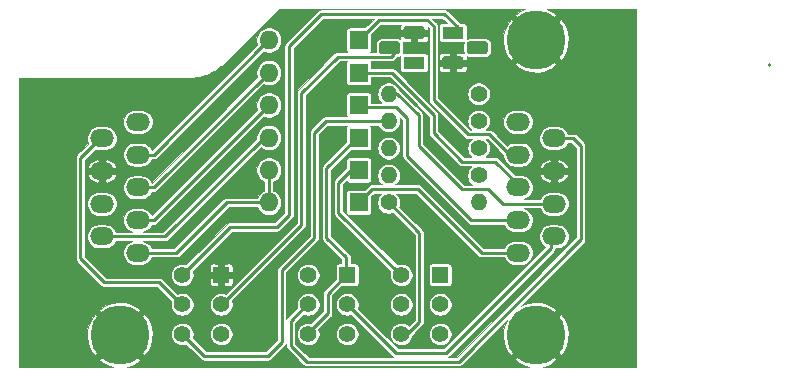
<source format=gbl>
G04 #@! TF.GenerationSoftware,KiCad,Pcbnew,5.1.5-52549c5~86~ubuntu18.04.1*
G04 #@! TF.CreationDate,2020-05-03T19:03:43+02:00*
G04 #@! TF.ProjectId,OpenC64MegaDrivePadAdapter,4f70656e-4336-4344-9d65-676144726976,5*
G04 #@! TF.SameCoordinates,Original*
G04 #@! TF.FileFunction,Copper,L2,Bot*
G04 #@! TF.FilePolarity,Positive*
%FSLAX46Y46*%
G04 Gerber Fmt 4.6, Leading zero omitted, Abs format (unit mm)*
G04 Created by KiCad (PCBNEW 5.1.5-52549c5~86~ubuntu18.04.1) date 2020-05-03 19:03:43*
%MOMM*%
%LPD*%
G04 APERTURE LIST*
%ADD10O,1.998980X1.501140*%
%ADD11C,5.001260*%
%ADD12C,1.400000*%
%ADD13R,1.400000X1.400000*%
%ADD14O,1.400000X1.400000*%
%ADD15R,1.800000X1.100000*%
%ADD16C,0.100000*%
%ADD17O,1.600000X1.600000*%
%ADD18R,1.600000X1.600000*%
%ADD19C,1.000000*%
%ADD20C,0.250000*%
%ADD21C,0.500000*%
%ADD22C,0.025400*%
G04 APERTURE END LIST*
D10*
X142405080Y-107993180D03*
X142405080Y-105222040D03*
X142405080Y-102453440D03*
X142405080Y-99682300D03*
X145442920Y-98298000D03*
X145442920Y-101066600D03*
X145442920Y-109377480D03*
X145442920Y-106608880D03*
X145442920Y-103837740D03*
D11*
X143924000Y-116332000D03*
X179154000Y-116330560D03*
D10*
X180672920Y-99680860D03*
X180672920Y-102452000D03*
X180672920Y-105220600D03*
X180672920Y-107991740D03*
X177635080Y-109376040D03*
X177635080Y-106607440D03*
X177635080Y-98296560D03*
X177635080Y-101065160D03*
X177635080Y-103836300D03*
D11*
X179154000Y-91342040D03*
D12*
X149200000Y-116252000D03*
X149200000Y-113752000D03*
X149200000Y-111252000D03*
X152500000Y-116252000D03*
X152500000Y-113752000D03*
D13*
X152500000Y-111252000D03*
D12*
X167742000Y-116252000D03*
X167742000Y-113752000D03*
X167742000Y-111252000D03*
X171042000Y-116252000D03*
X171042000Y-113752000D03*
D13*
X171042000Y-111252000D03*
D12*
X159868000Y-116252000D03*
X159868000Y-113752000D03*
X159868000Y-111252000D03*
X163168000Y-116252000D03*
X163168000Y-113752000D03*
D13*
X163168000Y-111252000D03*
D14*
X166674000Y-95919600D03*
D12*
X174294000Y-95919600D03*
D14*
X166674000Y-98219600D03*
D12*
X174294000Y-98219600D03*
D14*
X166674000Y-100519600D03*
D12*
X174294000Y-100519600D03*
D14*
X166674000Y-102819600D03*
D12*
X174294000Y-102819600D03*
D14*
X174294000Y-105119600D03*
D12*
X166674000Y-105119600D03*
D15*
X168828696Y-93283609D03*
G04 #@! TA.AperFunction,ComponentPad*
D16*
G36*
X169480651Y-90194933D02*
G01*
X169507346Y-90198893D01*
X169533524Y-90205450D01*
X169558934Y-90214542D01*
X169583330Y-90226081D01*
X169606478Y-90239955D01*
X169628154Y-90256031D01*
X169648150Y-90274155D01*
X169666274Y-90294151D01*
X169682350Y-90315827D01*
X169696224Y-90338975D01*
X169707763Y-90363371D01*
X169716855Y-90388781D01*
X169723412Y-90414959D01*
X169727372Y-90441654D01*
X169728696Y-90468609D01*
X169728696Y-91018609D01*
X169727372Y-91045564D01*
X169723412Y-91072259D01*
X169716855Y-91098437D01*
X169707763Y-91123847D01*
X169696224Y-91148243D01*
X169682350Y-91171391D01*
X169666274Y-91193067D01*
X169648150Y-91213063D01*
X169628154Y-91231187D01*
X169606478Y-91247263D01*
X169583330Y-91261137D01*
X169558934Y-91272676D01*
X169533524Y-91281768D01*
X169507346Y-91288325D01*
X169480651Y-91292285D01*
X169453696Y-91293609D01*
X168203696Y-91293609D01*
X168176741Y-91292285D01*
X168150046Y-91288325D01*
X168123868Y-91281768D01*
X168098458Y-91272676D01*
X168074062Y-91261137D01*
X168050914Y-91247263D01*
X168029238Y-91231187D01*
X168009242Y-91213063D01*
X167991118Y-91193067D01*
X167975042Y-91171391D01*
X167961168Y-91148243D01*
X167949629Y-91123847D01*
X167940537Y-91098437D01*
X167933980Y-91072259D01*
X167930020Y-91045564D01*
X167928696Y-91018609D01*
X167928696Y-90468609D01*
X167930020Y-90441654D01*
X167933980Y-90414959D01*
X167940537Y-90388781D01*
X167949629Y-90363371D01*
X167961168Y-90338975D01*
X167975042Y-90315827D01*
X167991118Y-90294151D01*
X168009242Y-90274155D01*
X168029238Y-90256031D01*
X168050914Y-90239955D01*
X168074062Y-90226081D01*
X168098458Y-90214542D01*
X168123868Y-90205450D01*
X168150046Y-90198893D01*
X168176741Y-90194933D01*
X168203696Y-90193609D01*
X169453696Y-90193609D01*
X169480651Y-90194933D01*
G37*
G04 #@! TD.AperFunction*
G04 #@! TA.AperFunction,ComponentPad*
G36*
X167410651Y-91464933D02*
G01*
X167437346Y-91468893D01*
X167463524Y-91475450D01*
X167488934Y-91484542D01*
X167513330Y-91496081D01*
X167536478Y-91509955D01*
X167558154Y-91526031D01*
X167578150Y-91544155D01*
X167596274Y-91564151D01*
X167612350Y-91585827D01*
X167626224Y-91608975D01*
X167637763Y-91633371D01*
X167646855Y-91658781D01*
X167653412Y-91684959D01*
X167657372Y-91711654D01*
X167658696Y-91738609D01*
X167658696Y-92288609D01*
X167657372Y-92315564D01*
X167653412Y-92342259D01*
X167646855Y-92368437D01*
X167637763Y-92393847D01*
X167626224Y-92418243D01*
X167612350Y-92441391D01*
X167596274Y-92463067D01*
X167578150Y-92483063D01*
X167558154Y-92501187D01*
X167536478Y-92517263D01*
X167513330Y-92531137D01*
X167488934Y-92542676D01*
X167463524Y-92551768D01*
X167437346Y-92558325D01*
X167410651Y-92562285D01*
X167383696Y-92563609D01*
X166133696Y-92563609D01*
X166106741Y-92562285D01*
X166080046Y-92558325D01*
X166053868Y-92551768D01*
X166028458Y-92542676D01*
X166004062Y-92531137D01*
X165980914Y-92517263D01*
X165959238Y-92501187D01*
X165939242Y-92483063D01*
X165921118Y-92463067D01*
X165905042Y-92441391D01*
X165891168Y-92418243D01*
X165879629Y-92393847D01*
X165870537Y-92368437D01*
X165863980Y-92342259D01*
X165860020Y-92315564D01*
X165858696Y-92288609D01*
X165858696Y-91738609D01*
X165860020Y-91711654D01*
X165863980Y-91684959D01*
X165870537Y-91658781D01*
X165879629Y-91633371D01*
X165891168Y-91608975D01*
X165905042Y-91585827D01*
X165921118Y-91564151D01*
X165939242Y-91544155D01*
X165959238Y-91526031D01*
X165980914Y-91509955D01*
X166004062Y-91496081D01*
X166028458Y-91484542D01*
X166053868Y-91475450D01*
X166080046Y-91468893D01*
X166106741Y-91464933D01*
X166133696Y-91463609D01*
X167383696Y-91463609D01*
X167410651Y-91464933D01*
G37*
G04 #@! TD.AperFunction*
D15*
X172114407Y-90743609D03*
G04 #@! TA.AperFunction,ComponentPad*
D16*
G36*
X172766362Y-92734933D02*
G01*
X172793057Y-92738893D01*
X172819235Y-92745450D01*
X172844645Y-92754542D01*
X172869041Y-92766081D01*
X172892189Y-92779955D01*
X172913865Y-92796031D01*
X172933861Y-92814155D01*
X172951985Y-92834151D01*
X172968061Y-92855827D01*
X172981935Y-92878975D01*
X172993474Y-92903371D01*
X173002566Y-92928781D01*
X173009123Y-92954959D01*
X173013083Y-92981654D01*
X173014407Y-93008609D01*
X173014407Y-93558609D01*
X173013083Y-93585564D01*
X173009123Y-93612259D01*
X173002566Y-93638437D01*
X172993474Y-93663847D01*
X172981935Y-93688243D01*
X172968061Y-93711391D01*
X172951985Y-93733067D01*
X172933861Y-93753063D01*
X172913865Y-93771187D01*
X172892189Y-93787263D01*
X172869041Y-93801137D01*
X172844645Y-93812676D01*
X172819235Y-93821768D01*
X172793057Y-93828325D01*
X172766362Y-93832285D01*
X172739407Y-93833609D01*
X171489407Y-93833609D01*
X171462452Y-93832285D01*
X171435757Y-93828325D01*
X171409579Y-93821768D01*
X171384169Y-93812676D01*
X171359773Y-93801137D01*
X171336625Y-93787263D01*
X171314949Y-93771187D01*
X171294953Y-93753063D01*
X171276829Y-93733067D01*
X171260753Y-93711391D01*
X171246879Y-93688243D01*
X171235340Y-93663847D01*
X171226248Y-93638437D01*
X171219691Y-93612259D01*
X171215731Y-93585564D01*
X171214407Y-93558609D01*
X171214407Y-93008609D01*
X171215731Y-92981654D01*
X171219691Y-92954959D01*
X171226248Y-92928781D01*
X171235340Y-92903371D01*
X171246879Y-92878975D01*
X171260753Y-92855827D01*
X171276829Y-92834151D01*
X171294953Y-92814155D01*
X171314949Y-92796031D01*
X171336625Y-92779955D01*
X171359773Y-92766081D01*
X171384169Y-92754542D01*
X171409579Y-92745450D01*
X171435757Y-92738893D01*
X171462452Y-92734933D01*
X171489407Y-92733609D01*
X172739407Y-92733609D01*
X172766362Y-92734933D01*
G37*
G04 #@! TD.AperFunction*
G04 #@! TA.AperFunction,ComponentPad*
G36*
X174836362Y-91464933D02*
G01*
X174863057Y-91468893D01*
X174889235Y-91475450D01*
X174914645Y-91484542D01*
X174939041Y-91496081D01*
X174962189Y-91509955D01*
X174983865Y-91526031D01*
X175003861Y-91544155D01*
X175021985Y-91564151D01*
X175038061Y-91585827D01*
X175051935Y-91608975D01*
X175063474Y-91633371D01*
X175072566Y-91658781D01*
X175079123Y-91684959D01*
X175083083Y-91711654D01*
X175084407Y-91738609D01*
X175084407Y-92288609D01*
X175083083Y-92315564D01*
X175079123Y-92342259D01*
X175072566Y-92368437D01*
X175063474Y-92393847D01*
X175051935Y-92418243D01*
X175038061Y-92441391D01*
X175021985Y-92463067D01*
X175003861Y-92483063D01*
X174983865Y-92501187D01*
X174962189Y-92517263D01*
X174939041Y-92531137D01*
X174914645Y-92542676D01*
X174889235Y-92551768D01*
X174863057Y-92558325D01*
X174836362Y-92562285D01*
X174809407Y-92563609D01*
X173559407Y-92563609D01*
X173532452Y-92562285D01*
X173505757Y-92558325D01*
X173479579Y-92551768D01*
X173454169Y-92542676D01*
X173429773Y-92531137D01*
X173406625Y-92517263D01*
X173384949Y-92501187D01*
X173364953Y-92483063D01*
X173346829Y-92463067D01*
X173330753Y-92441391D01*
X173316879Y-92418243D01*
X173305340Y-92393847D01*
X173296248Y-92368437D01*
X173289691Y-92342259D01*
X173285731Y-92315564D01*
X173284407Y-92288609D01*
X173284407Y-91738609D01*
X173285731Y-91711654D01*
X173289691Y-91684959D01*
X173296248Y-91658781D01*
X173305340Y-91633371D01*
X173316879Y-91608975D01*
X173330753Y-91585827D01*
X173346829Y-91564151D01*
X173364953Y-91544155D01*
X173384949Y-91526031D01*
X173406625Y-91509955D01*
X173429773Y-91496081D01*
X173454169Y-91484542D01*
X173479579Y-91475450D01*
X173505757Y-91468893D01*
X173532452Y-91464933D01*
X173559407Y-91463609D01*
X174809407Y-91463609D01*
X174836362Y-91464933D01*
G37*
G04 #@! TD.AperFunction*
D17*
X156527200Y-105119600D03*
D18*
X164147200Y-105119600D03*
D17*
X156539200Y-102369600D03*
D18*
X164159200Y-102369600D03*
D17*
X156539200Y-99619600D03*
D18*
X164159200Y-99619600D03*
D17*
X156539200Y-96869600D03*
D18*
X164159200Y-96869600D03*
D17*
X156539200Y-94119600D03*
D18*
X164159200Y-94119600D03*
D17*
X156539200Y-91369600D03*
D18*
X164159200Y-91369600D03*
D19*
X139352000Y-104140000D03*
X139352000Y-106680000D03*
X139352000Y-109220000D03*
X139352000Y-111760000D03*
X139352000Y-114300000D03*
X139352000Y-116840000D03*
X156483974Y-111251668D03*
X156483974Y-113801668D03*
X184488000Y-116930000D03*
X184488000Y-114390000D03*
X184488000Y-111850000D03*
X184488000Y-109310000D03*
X184488000Y-106770000D03*
X184488000Y-104230000D03*
X184488000Y-101690000D03*
X184488000Y-99150000D03*
X184488000Y-96610000D03*
X184488000Y-94070000D03*
X184488000Y-91530000D03*
X139352000Y-96520000D03*
X139352000Y-99060000D03*
X139352000Y-101600000D03*
X156483974Y-116301668D03*
D20*
X198860000Y-93510000D02*
X198860000Y-93430000D01*
X156539200Y-105107600D02*
X156527200Y-105119600D01*
X156539200Y-102369600D02*
X156539200Y-105107600D01*
X148711920Y-109377480D02*
X145194000Y-109377480D01*
X152969800Y-105119600D02*
X148711920Y-109377480D01*
X156527200Y-105119600D02*
X152969800Y-105119600D01*
X146806920Y-106608880D02*
X145194000Y-106608880D01*
X156539200Y-96876600D02*
X146806920Y-106608880D01*
X156527600Y-94119600D02*
X146809460Y-103837740D01*
X146809460Y-103837740D02*
X145194000Y-103837740D01*
X161518600Y-114501400D02*
X159768000Y-116252000D01*
X161518600Y-112826800D02*
X161518600Y-114501400D01*
X163068000Y-111277400D02*
X161518600Y-112826800D01*
X163068000Y-109753400D02*
X163068000Y-111277400D01*
X164159200Y-99619600D02*
X164032400Y-99619600D01*
X164032400Y-99619600D02*
X161417000Y-102235000D01*
X161417000Y-102235000D02*
X161417000Y-108102400D01*
X161417000Y-108102400D02*
X163068000Y-109753400D01*
X146812000Y-101066600D02*
X145194000Y-101066600D01*
X156509000Y-91369600D02*
X146812000Y-101066600D01*
X164159200Y-102369600D02*
X163492200Y-102369600D01*
X163492200Y-102369600D02*
X162433000Y-103428800D01*
X162433000Y-103428800D02*
X162433000Y-105994200D01*
X162433000Y-105994200D02*
X167642000Y-111203200D01*
X147759420Y-107993180D02*
X142654000Y-107993180D01*
X156133000Y-99619600D02*
X147759420Y-107993180D01*
X156539200Y-99619600D02*
X156133000Y-99619600D01*
X165080000Y-104170000D02*
X164147200Y-105119600D01*
X165270000Y-103980000D02*
X165080000Y-104170000D01*
X177884000Y-109376040D02*
X174546040Y-109376040D01*
X169150000Y-103980000D02*
X165270000Y-103980000D01*
X174546040Y-109376040D02*
X169150000Y-103980000D01*
X158394400Y-115125600D02*
X159768000Y-113752000D01*
X158394400Y-117246400D02*
X158394400Y-115125600D01*
X182310860Y-99680860D02*
X182950000Y-100320000D01*
X180424000Y-99680860D02*
X182310860Y-99680860D01*
X182950000Y-100320000D02*
X182950000Y-108240000D01*
X182950000Y-108240000D02*
X172600000Y-118590000D01*
X159738000Y-118590000D02*
X158394400Y-117246400D01*
X172600000Y-118590000D02*
X159738000Y-118590000D01*
X180424000Y-108986000D02*
X180424000Y-107991740D01*
X171550000Y-117860000D02*
X180424000Y-108986000D01*
X163168000Y-113752000D02*
X167276000Y-117860000D01*
X167276000Y-117860000D02*
X171550000Y-117860000D01*
X140589000Y-101346000D02*
X142252700Y-99682300D01*
X142621000Y-111887000D02*
X140589000Y-109855000D01*
X142252700Y-99682300D02*
X142654000Y-99682300D01*
X140589000Y-109855000D02*
X140589000Y-101346000D01*
X149100000Y-113743200D02*
X147243800Y-111887000D01*
X147243800Y-111887000D02*
X142621000Y-111887000D01*
D21*
X139352000Y-104140000D02*
X139352000Y-106680000D01*
X139352000Y-109220000D02*
X139352000Y-111760000D01*
X139352000Y-114300000D02*
X139352000Y-116840000D01*
X184488000Y-114390000D02*
X184488000Y-116930000D01*
X184488000Y-109310000D02*
X184488000Y-111850000D01*
X184488000Y-104230000D02*
X184488000Y-106770000D01*
X184488000Y-99150000D02*
X184488000Y-101690000D01*
X184488000Y-94070000D02*
X184488000Y-96610000D01*
X139352000Y-99060000D02*
X139352000Y-101600000D01*
D16*
X156483974Y-116301668D02*
X156483974Y-113801668D01*
D20*
X149200000Y-111251600D02*
X149200000Y-111252000D01*
X172514407Y-90743609D02*
X172514407Y-90284407D01*
X153263600Y-107188000D02*
X149200000Y-111251600D01*
X157226000Y-107188000D02*
X153263600Y-107188000D01*
X172514407Y-90284407D02*
X171384000Y-89154000D01*
X171384000Y-89154000D02*
X160985200Y-89154000D01*
X160985200Y-89154000D02*
X158242000Y-91897200D01*
X158242000Y-106172000D02*
X157226000Y-107188000D01*
X158242000Y-91897200D02*
X158242000Y-106172000D01*
X175717700Y-101670000D02*
X177884000Y-103836300D01*
X172910000Y-101670000D02*
X175717700Y-101670000D01*
X170500000Y-99260000D02*
X172910000Y-101670000D01*
X170500000Y-97730000D02*
X170500000Y-99260000D01*
X164130000Y-94120000D02*
X166950000Y-94120000D01*
X166950000Y-94120000D02*
X170500000Y-97730000D01*
X165860000Y-89680000D02*
X165840000Y-89680000D01*
X164159200Y-91369600D02*
X164160400Y-91369600D01*
X165850000Y-89680000D02*
X165860000Y-89680000D01*
X164160400Y-91369600D02*
X165850000Y-89680000D01*
X169950000Y-89680000D02*
X165860000Y-89680000D01*
X176925962Y-101065160D02*
X175220802Y-99360000D01*
X175220802Y-99360000D02*
X173400000Y-99360000D01*
X170484800Y-90214800D02*
X169950000Y-89680000D01*
X177884000Y-101065160D02*
X176925962Y-101065160D01*
X173400000Y-99360000D02*
X170484800Y-96444800D01*
X170484800Y-96444800D02*
X170484800Y-90214800D01*
X173677440Y-106607440D02*
X177884000Y-106607440D01*
X168220000Y-98000000D02*
X168220000Y-101150000D01*
X168220000Y-101150000D02*
X173677440Y-106607440D01*
X167290000Y-97070000D02*
X168220000Y-98000000D01*
X164159200Y-96869600D02*
X164359600Y-97070000D01*
X164359600Y-97070000D02*
X167290000Y-97070000D01*
X151058000Y-118110000D02*
X156464000Y-118110000D01*
X149200000Y-116252000D02*
X151058000Y-118110000D01*
X157632400Y-116941600D02*
X157632400Y-110845600D01*
X157632400Y-110845600D02*
X160375600Y-108102400D01*
X156464000Y-118110000D02*
X157632400Y-116941600D01*
X161360400Y-98219600D02*
X160380000Y-99200000D01*
X166674000Y-98219600D02*
X161360400Y-98219600D01*
X160375600Y-108102400D02*
X160380000Y-99200000D01*
X159283400Y-107010200D02*
X159283400Y-95859600D01*
X159283400Y-95859600D02*
X162382200Y-92760800D01*
X162382200Y-92760800D02*
X166911505Y-92760800D01*
X166911505Y-92760800D02*
X167158696Y-92513609D01*
X152541600Y-113752000D02*
X159283400Y-107010200D01*
X168228000Y-116252000D02*
X167642000Y-116252000D01*
X169265600Y-115214400D02*
X168228000Y-116252000D01*
X166674000Y-105119600D02*
X166689200Y-105119600D01*
X169265600Y-107696000D02*
X169265600Y-115214400D01*
X169250400Y-107696000D02*
X166674000Y-105119600D01*
X169265600Y-107696000D02*
X169250400Y-107696000D01*
X166258400Y-95504000D02*
X166674000Y-95919600D01*
X167389600Y-95919600D02*
X166674000Y-95919600D01*
X176360600Y-105220600D02*
X175130000Y-103990000D01*
X175130000Y-103990000D02*
X172880000Y-103990000D01*
X180424000Y-105220600D02*
X176360600Y-105220600D01*
X169220000Y-100330000D02*
X169220000Y-97750000D01*
X172880000Y-103990000D02*
X169220000Y-100330000D01*
X169220000Y-97750000D02*
X167389600Y-95919600D01*
D22*
G36*
X177968790Y-88826551D02*
G01*
X177720915Y-88959043D01*
X177413105Y-89259895D01*
X179154000Y-91000790D01*
X180894895Y-89259895D01*
X180587085Y-88959043D01*
X180108233Y-88731700D01*
X187628300Y-88731700D01*
X187628301Y-119038300D01*
X179761922Y-119038300D01*
X179825689Y-119028937D01*
X180339210Y-118846049D01*
X180587085Y-118713557D01*
X180894895Y-118412705D01*
X179154000Y-116671810D01*
X177413105Y-118412705D01*
X177720915Y-118713557D01*
X178213351Y-118947349D01*
X178574193Y-119038300D01*
X144541729Y-119038300D01*
X144595689Y-119030377D01*
X145109210Y-118847489D01*
X145357085Y-118714997D01*
X145664895Y-118414145D01*
X143924000Y-116673250D01*
X142183105Y-118414145D01*
X142490915Y-118714997D01*
X142983351Y-118948789D01*
X143338480Y-119038300D01*
X135381700Y-119038300D01*
X135381700Y-116464356D01*
X141146432Y-116464356D01*
X141225623Y-117003689D01*
X141408511Y-117517210D01*
X141541003Y-117765085D01*
X141841855Y-118072895D01*
X143582750Y-116332000D01*
X144265250Y-116332000D01*
X146006145Y-118072895D01*
X146306997Y-117765085D01*
X146540789Y-117272649D01*
X146674020Y-116744064D01*
X146701568Y-116199644D01*
X146622377Y-115660311D01*
X146439489Y-115146790D01*
X146306997Y-114898915D01*
X146006145Y-114591105D01*
X144265250Y-116332000D01*
X143582750Y-116332000D01*
X141841855Y-114591105D01*
X141541003Y-114898915D01*
X141307211Y-115391351D01*
X141173980Y-115919936D01*
X141146432Y-116464356D01*
X135381700Y-116464356D01*
X135381700Y-114249855D01*
X142183105Y-114249855D01*
X143924000Y-115990750D01*
X145664895Y-114249855D01*
X145357085Y-113949003D01*
X144864649Y-113715211D01*
X144336064Y-113581980D01*
X143791644Y-113554432D01*
X143252311Y-113633623D01*
X142738790Y-113816511D01*
X142490915Y-113949003D01*
X142183105Y-114249855D01*
X135381700Y-114249855D01*
X135381700Y-101346000D01*
X140195405Y-101346000D01*
X140197301Y-101365250D01*
X140197300Y-109835760D01*
X140195405Y-109855000D01*
X140197300Y-109874239D01*
X140202968Y-109931786D01*
X140225366Y-110005621D01*
X140261738Y-110073669D01*
X140310686Y-110133314D01*
X140325642Y-110145588D01*
X142330417Y-112150364D01*
X142342686Y-112165314D01*
X142402330Y-112214262D01*
X142470378Y-112250634D01*
X142544213Y-112273032D01*
X142621000Y-112280595D01*
X142640240Y-112278700D01*
X147081554Y-112278700D01*
X148271161Y-113468308D01*
X148270450Y-113470024D01*
X148233300Y-113656788D01*
X148233300Y-113847212D01*
X148270450Y-114033976D01*
X148343322Y-114209904D01*
X148449115Y-114368235D01*
X148583765Y-114502885D01*
X148742096Y-114608678D01*
X148918024Y-114681550D01*
X149104788Y-114718700D01*
X149295212Y-114718700D01*
X149481976Y-114681550D01*
X149657904Y-114608678D01*
X149816235Y-114502885D01*
X149950885Y-114368235D01*
X150056678Y-114209904D01*
X150129550Y-114033976D01*
X150166700Y-113847212D01*
X150166700Y-113656788D01*
X150129550Y-113470024D01*
X150056678Y-113294096D01*
X149950885Y-113135765D01*
X149816235Y-113001115D01*
X149657904Y-112895322D01*
X149481976Y-112822450D01*
X149295212Y-112785300D01*
X149104788Y-112785300D01*
X148918024Y-112822450D01*
X148787332Y-112876585D01*
X147534387Y-111623641D01*
X147522114Y-111608686D01*
X147462470Y-111559738D01*
X147394422Y-111523366D01*
X147320587Y-111500968D01*
X147263040Y-111495300D01*
X147243800Y-111493405D01*
X147224560Y-111495300D01*
X142783247Y-111495300D01*
X142444735Y-111156788D01*
X148233300Y-111156788D01*
X148233300Y-111347212D01*
X148270450Y-111533976D01*
X148343322Y-111709904D01*
X148449115Y-111868235D01*
X148583765Y-112002885D01*
X148742096Y-112108678D01*
X148918024Y-112181550D01*
X149104788Y-112218700D01*
X149295212Y-112218700D01*
X149481976Y-112181550D01*
X149657904Y-112108678D01*
X149816235Y-112002885D01*
X149867120Y-111952000D01*
X151532010Y-111952000D01*
X151537159Y-112004282D01*
X151552410Y-112054555D01*
X151577174Y-112100887D01*
X151610502Y-112141498D01*
X151651113Y-112174826D01*
X151697445Y-112199590D01*
X151747718Y-112214841D01*
X151800000Y-112219990D01*
X152192025Y-112218700D01*
X152258700Y-112152025D01*
X152258700Y-111493300D01*
X152741300Y-111493300D01*
X152741300Y-112152025D01*
X152807975Y-112218700D01*
X153200000Y-112219990D01*
X153252282Y-112214841D01*
X153302555Y-112199590D01*
X153348887Y-112174826D01*
X153389498Y-112141498D01*
X153422826Y-112100887D01*
X153447590Y-112054555D01*
X153462841Y-112004282D01*
X153467990Y-111952000D01*
X153466700Y-111559975D01*
X153400025Y-111493300D01*
X152741300Y-111493300D01*
X152258700Y-111493300D01*
X151599975Y-111493300D01*
X151533300Y-111559975D01*
X151532010Y-111952000D01*
X149867120Y-111952000D01*
X149950885Y-111868235D01*
X150056678Y-111709904D01*
X150129550Y-111533976D01*
X150166700Y-111347212D01*
X150166700Y-111156788D01*
X150129550Y-110970024D01*
X150102010Y-110903536D01*
X150453546Y-110552000D01*
X151532010Y-110552000D01*
X151533300Y-110944025D01*
X151599975Y-111010700D01*
X152258700Y-111010700D01*
X152258700Y-110351975D01*
X152741300Y-110351975D01*
X152741300Y-111010700D01*
X153400025Y-111010700D01*
X153466700Y-110944025D01*
X153467990Y-110552000D01*
X153462841Y-110499718D01*
X153447590Y-110449445D01*
X153422826Y-110403113D01*
X153389498Y-110362502D01*
X153348887Y-110329174D01*
X153302555Y-110304410D01*
X153252282Y-110289159D01*
X153200000Y-110284010D01*
X152807975Y-110285300D01*
X152741300Y-110351975D01*
X152258700Y-110351975D01*
X152192025Y-110285300D01*
X151800000Y-110284010D01*
X151747718Y-110289159D01*
X151697445Y-110304410D01*
X151651113Y-110329174D01*
X151610502Y-110362502D01*
X151577174Y-110403113D01*
X151552410Y-110449445D01*
X151537159Y-110499718D01*
X151532010Y-110552000D01*
X150453546Y-110552000D01*
X153425848Y-107579700D01*
X157206760Y-107579700D01*
X157226000Y-107581595D01*
X157245240Y-107579700D01*
X157302787Y-107574032D01*
X157376622Y-107551634D01*
X157444670Y-107515262D01*
X157504314Y-107466314D01*
X157516587Y-107451359D01*
X158505364Y-106462583D01*
X158520314Y-106450314D01*
X158569262Y-106390670D01*
X158605634Y-106322622D01*
X158628032Y-106248787D01*
X158633700Y-106191240D01*
X158635595Y-106172000D01*
X158633700Y-106152760D01*
X158633700Y-92059446D01*
X161147447Y-89545700D01*
X165430352Y-89545700D01*
X164674443Y-90301610D01*
X163359200Y-90301610D01*
X163306918Y-90306759D01*
X163256645Y-90322010D01*
X163210313Y-90346774D01*
X163169702Y-90380102D01*
X163136374Y-90420713D01*
X163111610Y-90467045D01*
X163096359Y-90517318D01*
X163091210Y-90569600D01*
X163091210Y-92169600D01*
X163096359Y-92221882D01*
X163111610Y-92272155D01*
X163136374Y-92318487D01*
X163169702Y-92359098D01*
X163181890Y-92369100D01*
X162401440Y-92369100D01*
X162382200Y-92367205D01*
X162362960Y-92369100D01*
X162305413Y-92374768D01*
X162231578Y-92397166D01*
X162163530Y-92433538D01*
X162103886Y-92482486D01*
X162091617Y-92497436D01*
X159020037Y-95569017D01*
X159005087Y-95581286D01*
X158965912Y-95629022D01*
X158956138Y-95640931D01*
X158919767Y-95708978D01*
X158897368Y-95782814D01*
X158889805Y-95859600D01*
X158891701Y-95878850D01*
X158891700Y-106847953D01*
X152877596Y-112862057D01*
X152781976Y-112822450D01*
X152595212Y-112785300D01*
X152404788Y-112785300D01*
X152218024Y-112822450D01*
X152042096Y-112895322D01*
X151883765Y-113001115D01*
X151749115Y-113135765D01*
X151643322Y-113294096D01*
X151570450Y-113470024D01*
X151533300Y-113656788D01*
X151533300Y-113847212D01*
X151570450Y-114033976D01*
X151643322Y-114209904D01*
X151749115Y-114368235D01*
X151883765Y-114502885D01*
X152042096Y-114608678D01*
X152218024Y-114681550D01*
X152404788Y-114718700D01*
X152595212Y-114718700D01*
X152781976Y-114681550D01*
X152957904Y-114608678D01*
X153116235Y-114502885D01*
X153250885Y-114368235D01*
X153356678Y-114209904D01*
X153429550Y-114033976D01*
X153466700Y-113847212D01*
X153466700Y-113656788D01*
X153429550Y-113470024D01*
X153414311Y-113433235D01*
X159546765Y-107300782D01*
X159561714Y-107288514D01*
X159610662Y-107228870D01*
X159647034Y-107160822D01*
X159669432Y-107086987D01*
X159675100Y-107029440D01*
X159675100Y-107029439D01*
X159676995Y-107010200D01*
X159675100Y-106990960D01*
X159675100Y-96021846D01*
X162544447Y-93152500D01*
X163151321Y-93152500D01*
X163136374Y-93170713D01*
X163111610Y-93217045D01*
X163096359Y-93267318D01*
X163091210Y-93319600D01*
X163091210Y-94919600D01*
X163096359Y-94971882D01*
X163111610Y-95022155D01*
X163136374Y-95068487D01*
X163169702Y-95109098D01*
X163210313Y-95142426D01*
X163256645Y-95167190D01*
X163306918Y-95182441D01*
X163359200Y-95187590D01*
X164959200Y-95187590D01*
X165011482Y-95182441D01*
X165061755Y-95167190D01*
X165108087Y-95142426D01*
X165148698Y-95109098D01*
X165182026Y-95068487D01*
X165206790Y-95022155D01*
X165222041Y-94971882D01*
X165227190Y-94919600D01*
X165227190Y-94511700D01*
X166785827Y-94511700D01*
X170108300Y-97890328D01*
X170108301Y-99240750D01*
X170106405Y-99260000D01*
X170113968Y-99336786D01*
X170136367Y-99410622D01*
X170167559Y-99468978D01*
X170172739Y-99478670D01*
X170221687Y-99538314D01*
X170236637Y-99550583D01*
X172619417Y-101933364D01*
X172631686Y-101948314D01*
X172674644Y-101983568D01*
X172691330Y-101997262D01*
X172759377Y-102033634D01*
X172788071Y-102042338D01*
X172833213Y-102056032D01*
X172890760Y-102061700D01*
X172910000Y-102063595D01*
X172929240Y-102061700D01*
X173688264Y-102061700D01*
X173677765Y-102068715D01*
X173543115Y-102203365D01*
X173437322Y-102361696D01*
X173364450Y-102537624D01*
X173327300Y-102724388D01*
X173327300Y-102914812D01*
X173364450Y-103101576D01*
X173437322Y-103277504D01*
X173543115Y-103435835D01*
X173677765Y-103570485D01*
X173719393Y-103598300D01*
X173042247Y-103598300D01*
X169611700Y-100167754D01*
X169611700Y-97769240D01*
X169613595Y-97750000D01*
X169606032Y-97673214D01*
X169583634Y-97599378D01*
X169570711Y-97575201D01*
X169547262Y-97531330D01*
X169498314Y-97471686D01*
X169483364Y-97459417D01*
X167680188Y-95656242D01*
X167667914Y-95641286D01*
X167608270Y-95592338D01*
X167578116Y-95576220D01*
X167530678Y-95461696D01*
X167424885Y-95303365D01*
X167290235Y-95168715D01*
X167131904Y-95062922D01*
X166955976Y-94990050D01*
X166769212Y-94952900D01*
X166578788Y-94952900D01*
X166392024Y-94990050D01*
X166216096Y-95062922D01*
X166069855Y-95160637D01*
X166039731Y-95176738D01*
X165980087Y-95225687D01*
X165931138Y-95285331D01*
X165915037Y-95315455D01*
X165817322Y-95461696D01*
X165744450Y-95637624D01*
X165707300Y-95824388D01*
X165707300Y-96014812D01*
X165744450Y-96201576D01*
X165817322Y-96377504D01*
X165923115Y-96535835D01*
X166057765Y-96670485D01*
X166069461Y-96678300D01*
X165227190Y-96678300D01*
X165227190Y-96069600D01*
X165222041Y-96017318D01*
X165206790Y-95967045D01*
X165182026Y-95920713D01*
X165148698Y-95880102D01*
X165108087Y-95846774D01*
X165061755Y-95822010D01*
X165011482Y-95806759D01*
X164959200Y-95801610D01*
X163359200Y-95801610D01*
X163306918Y-95806759D01*
X163256645Y-95822010D01*
X163210313Y-95846774D01*
X163169702Y-95880102D01*
X163136374Y-95920713D01*
X163111610Y-95967045D01*
X163096359Y-96017318D01*
X163091210Y-96069600D01*
X163091210Y-97669600D01*
X163096359Y-97721882D01*
X163111610Y-97772155D01*
X163136374Y-97818487D01*
X163144099Y-97827900D01*
X161379640Y-97827900D01*
X161360400Y-97826005D01*
X161341160Y-97827900D01*
X161283613Y-97833568D01*
X161209778Y-97855966D01*
X161141730Y-97892338D01*
X161082086Y-97941286D01*
X161069817Y-97956236D01*
X160116705Y-98909349D01*
X160101824Y-98921549D01*
X160089487Y-98936567D01*
X160089422Y-98936632D01*
X160077548Y-98951101D01*
X160052847Y-98981169D01*
X160052802Y-98981253D01*
X160052738Y-98981331D01*
X160034340Y-99015752D01*
X160016441Y-99049199D01*
X160016412Y-99049293D01*
X160016367Y-99049378D01*
X160005292Y-99085884D01*
X159994006Y-99123023D01*
X159993996Y-99123121D01*
X159993968Y-99123214D01*
X159990135Y-99162133D01*
X159988310Y-99180567D01*
X159988310Y-99180659D01*
X159986405Y-99200000D01*
X159988291Y-99219148D01*
X159983981Y-107940072D01*
X157369037Y-110555017D01*
X157354087Y-110567286D01*
X157312425Y-110618052D01*
X157305138Y-110626931D01*
X157268767Y-110694978D01*
X157246368Y-110768814D01*
X157238805Y-110845600D01*
X157240701Y-110864850D01*
X157240700Y-116779352D01*
X156301754Y-117718300D01*
X151220247Y-117718300D01*
X150102127Y-116600181D01*
X150129550Y-116533976D01*
X150166700Y-116347212D01*
X150166700Y-116156788D01*
X151533300Y-116156788D01*
X151533300Y-116347212D01*
X151570450Y-116533976D01*
X151643322Y-116709904D01*
X151749115Y-116868235D01*
X151883765Y-117002885D01*
X152042096Y-117108678D01*
X152218024Y-117181550D01*
X152404788Y-117218700D01*
X152595212Y-117218700D01*
X152781976Y-117181550D01*
X152957904Y-117108678D01*
X153116235Y-117002885D01*
X153250885Y-116868235D01*
X153356678Y-116709904D01*
X153429550Y-116533976D01*
X153466700Y-116347212D01*
X153466700Y-116156788D01*
X153429550Y-115970024D01*
X153356678Y-115794096D01*
X153250885Y-115635765D01*
X153116235Y-115501115D01*
X152957904Y-115395322D01*
X152781976Y-115322450D01*
X152595212Y-115285300D01*
X152404788Y-115285300D01*
X152218024Y-115322450D01*
X152042096Y-115395322D01*
X151883765Y-115501115D01*
X151749115Y-115635765D01*
X151643322Y-115794096D01*
X151570450Y-115970024D01*
X151533300Y-116156788D01*
X150166700Y-116156788D01*
X150129550Y-115970024D01*
X150056678Y-115794096D01*
X149950885Y-115635765D01*
X149816235Y-115501115D01*
X149657904Y-115395322D01*
X149481976Y-115322450D01*
X149295212Y-115285300D01*
X149104788Y-115285300D01*
X148918024Y-115322450D01*
X148742096Y-115395322D01*
X148583765Y-115501115D01*
X148449115Y-115635765D01*
X148343322Y-115794096D01*
X148270450Y-115970024D01*
X148233300Y-116156788D01*
X148233300Y-116347212D01*
X148270450Y-116533976D01*
X148343322Y-116709904D01*
X148449115Y-116868235D01*
X148583765Y-117002885D01*
X148742096Y-117108678D01*
X148918024Y-117181550D01*
X149104788Y-117218700D01*
X149295212Y-117218700D01*
X149481976Y-117181550D01*
X149548181Y-117154127D01*
X150767417Y-118373364D01*
X150779686Y-118388314D01*
X150811162Y-118414145D01*
X150839330Y-118437262D01*
X150907377Y-118473634D01*
X150981213Y-118496032D01*
X151038760Y-118501700D01*
X151058000Y-118503595D01*
X151077240Y-118501700D01*
X156444760Y-118501700D01*
X156464000Y-118503595D01*
X156483240Y-118501700D01*
X156540787Y-118496032D01*
X156614622Y-118473634D01*
X156682670Y-118437262D01*
X156742314Y-118388314D01*
X156754587Y-118373359D01*
X157895770Y-117232178D01*
X157910714Y-117219914D01*
X157959662Y-117160270D01*
X157996034Y-117092222D01*
X158002700Y-117070247D01*
X158002700Y-117227160D01*
X158000805Y-117246400D01*
X158002700Y-117265639D01*
X158008368Y-117323186D01*
X158030766Y-117397021D01*
X158067138Y-117465069D01*
X158116086Y-117524714D01*
X158131041Y-117536987D01*
X159447421Y-118853369D01*
X159459686Y-118868314D01*
X159519330Y-118917262D01*
X159587378Y-118953634D01*
X159661213Y-118976032D01*
X159718760Y-118981700D01*
X159718762Y-118981700D01*
X159737999Y-118983595D01*
X159757236Y-118981700D01*
X172580760Y-118981700D01*
X172600000Y-118983595D01*
X172619240Y-118981700D01*
X172676787Y-118976032D01*
X172750622Y-118953634D01*
X172818670Y-118917262D01*
X172878314Y-118868314D01*
X172890588Y-118853358D01*
X176702786Y-115041161D01*
X176537211Y-115389911D01*
X176403980Y-115918496D01*
X176376432Y-116462916D01*
X176455623Y-117002249D01*
X176638511Y-117515770D01*
X176771003Y-117763645D01*
X177071855Y-118071455D01*
X178812750Y-116330560D01*
X179495250Y-116330560D01*
X181236145Y-118071455D01*
X181536997Y-117763645D01*
X181770789Y-117271209D01*
X181904020Y-116742624D01*
X181931568Y-116198204D01*
X181852377Y-115658871D01*
X181669489Y-115145350D01*
X181536997Y-114897475D01*
X181236145Y-114589665D01*
X179495250Y-116330560D01*
X178812750Y-116330560D01*
X178798608Y-116316418D01*
X179139858Y-115975168D01*
X179154000Y-115989310D01*
X180894895Y-114248415D01*
X180587085Y-113947563D01*
X180094649Y-113713771D01*
X179566064Y-113580540D01*
X179021644Y-113552992D01*
X178482311Y-113632183D01*
X177968790Y-113815071D01*
X177883043Y-113860903D01*
X183213370Y-108530578D01*
X183228314Y-108518314D01*
X183277262Y-108458670D01*
X183313634Y-108390622D01*
X183336032Y-108316787D01*
X183341700Y-108259240D01*
X183341700Y-108259238D01*
X183343595Y-108240001D01*
X183341700Y-108220764D01*
X183341700Y-100339236D01*
X183343595Y-100319999D01*
X183341584Y-100299581D01*
X183336032Y-100243213D01*
X183313634Y-100169378D01*
X183277262Y-100101330D01*
X183228314Y-100041686D01*
X183213370Y-100029422D01*
X182601447Y-99417501D01*
X182589174Y-99402546D01*
X182529530Y-99353598D01*
X182461482Y-99317226D01*
X182387647Y-99294828D01*
X182330100Y-99289160D01*
X182310860Y-99287265D01*
X182291620Y-99289160D01*
X181865942Y-99289160D01*
X181771762Y-99112961D01*
X181644639Y-98958061D01*
X181489739Y-98830938D01*
X181313016Y-98736478D01*
X181121260Y-98678309D01*
X180971814Y-98663590D01*
X180374026Y-98663590D01*
X180224580Y-98678309D01*
X180032824Y-98736478D01*
X179856101Y-98830938D01*
X179701201Y-98958061D01*
X179574078Y-99112961D01*
X179479618Y-99289684D01*
X179421449Y-99481440D01*
X179401808Y-99680860D01*
X179421449Y-99880280D01*
X179479618Y-100072036D01*
X179574078Y-100248759D01*
X179701201Y-100403659D01*
X179856101Y-100530782D01*
X180032824Y-100625242D01*
X180224580Y-100683411D01*
X180374026Y-100698130D01*
X180971814Y-100698130D01*
X181121260Y-100683411D01*
X181313016Y-100625242D01*
X181489739Y-100530782D01*
X181644639Y-100403659D01*
X181771762Y-100248759D01*
X181865942Y-100072560D01*
X182148614Y-100072560D01*
X182558300Y-100482248D01*
X182558301Y-108077751D01*
X172437754Y-118198300D01*
X171748019Y-118198300D01*
X171768670Y-118187262D01*
X171828314Y-118138314D01*
X171840588Y-118123358D01*
X180687371Y-109276577D01*
X180702314Y-109264314D01*
X180751262Y-109204670D01*
X180787634Y-109136622D01*
X180810032Y-109062787D01*
X180815329Y-109009010D01*
X180971814Y-109009010D01*
X181121260Y-108994291D01*
X181313016Y-108936122D01*
X181489739Y-108841662D01*
X181644639Y-108714539D01*
X181771762Y-108559639D01*
X181866222Y-108382916D01*
X181924391Y-108191160D01*
X181944032Y-107991740D01*
X181924391Y-107792320D01*
X181866222Y-107600564D01*
X181771762Y-107423841D01*
X181644639Y-107268941D01*
X181489739Y-107141818D01*
X181313016Y-107047358D01*
X181121260Y-106989189D01*
X180971814Y-106974470D01*
X180374026Y-106974470D01*
X180224580Y-106989189D01*
X180032824Y-107047358D01*
X179856101Y-107141818D01*
X179701201Y-107268941D01*
X179574078Y-107423841D01*
X179479618Y-107600564D01*
X179421449Y-107792320D01*
X179401808Y-107991740D01*
X179421449Y-108191160D01*
X179479618Y-108382916D01*
X179574078Y-108559639D01*
X179701201Y-108714539D01*
X179856101Y-108841662D01*
X179959254Y-108896798D01*
X171387754Y-117468300D01*
X167438248Y-117468300D01*
X164070127Y-114100181D01*
X164097550Y-114033976D01*
X164134700Y-113847212D01*
X164134700Y-113656788D01*
X166775300Y-113656788D01*
X166775300Y-113847212D01*
X166812450Y-114033976D01*
X166885322Y-114209904D01*
X166991115Y-114368235D01*
X167125765Y-114502885D01*
X167284096Y-114608678D01*
X167460024Y-114681550D01*
X167646788Y-114718700D01*
X167837212Y-114718700D01*
X168023976Y-114681550D01*
X168199904Y-114608678D01*
X168358235Y-114502885D01*
X168492885Y-114368235D01*
X168598678Y-114209904D01*
X168671550Y-114033976D01*
X168708700Y-113847212D01*
X168708700Y-113656788D01*
X168671550Y-113470024D01*
X168598678Y-113294096D01*
X168492885Y-113135765D01*
X168358235Y-113001115D01*
X168199904Y-112895322D01*
X168023976Y-112822450D01*
X167837212Y-112785300D01*
X167646788Y-112785300D01*
X167460024Y-112822450D01*
X167284096Y-112895322D01*
X167125765Y-113001115D01*
X166991115Y-113135765D01*
X166885322Y-113294096D01*
X166812450Y-113470024D01*
X166775300Y-113656788D01*
X164134700Y-113656788D01*
X164097550Y-113470024D01*
X164024678Y-113294096D01*
X163918885Y-113135765D01*
X163784235Y-113001115D01*
X163625904Y-112895322D01*
X163449976Y-112822450D01*
X163263212Y-112785300D01*
X163072788Y-112785300D01*
X162886024Y-112822450D01*
X162710096Y-112895322D01*
X162551765Y-113001115D01*
X162417115Y-113135765D01*
X162311322Y-113294096D01*
X162238450Y-113470024D01*
X162201300Y-113656788D01*
X162201300Y-113847212D01*
X162238450Y-114033976D01*
X162311322Y-114209904D01*
X162417115Y-114368235D01*
X162551765Y-114502885D01*
X162710096Y-114608678D01*
X162886024Y-114681550D01*
X163072788Y-114718700D01*
X163263212Y-114718700D01*
X163449976Y-114681550D01*
X163516181Y-114654127D01*
X166985421Y-118123369D01*
X166997686Y-118138314D01*
X167057330Y-118187262D01*
X167077981Y-118198300D01*
X159900248Y-118198300D01*
X158786100Y-117084154D01*
X158786100Y-115287846D01*
X159449109Y-114624838D01*
X159586024Y-114681550D01*
X159772788Y-114718700D01*
X159963212Y-114718700D01*
X160149976Y-114681550D01*
X160325904Y-114608678D01*
X160484235Y-114502885D01*
X160618885Y-114368235D01*
X160724678Y-114209904D01*
X160797550Y-114033976D01*
X160834700Y-113847212D01*
X160834700Y-113656788D01*
X160797550Y-113470024D01*
X160724678Y-113294096D01*
X160618885Y-113135765D01*
X160484235Y-113001115D01*
X160325904Y-112895322D01*
X160149976Y-112822450D01*
X159963212Y-112785300D01*
X159772788Y-112785300D01*
X159586024Y-112822450D01*
X159410096Y-112895322D01*
X159251765Y-113001115D01*
X159117115Y-113135765D01*
X159011322Y-113294096D01*
X158938450Y-113470024D01*
X158901300Y-113656788D01*
X158901300Y-113847212D01*
X158937393Y-114028661D01*
X158131037Y-114835017D01*
X158116087Y-114847286D01*
X158076934Y-114894995D01*
X158067138Y-114906931D01*
X158030767Y-114974978D01*
X158024100Y-114996955D01*
X158024100Y-111156788D01*
X158901300Y-111156788D01*
X158901300Y-111347212D01*
X158938450Y-111533976D01*
X159011322Y-111709904D01*
X159117115Y-111868235D01*
X159251765Y-112002885D01*
X159410096Y-112108678D01*
X159586024Y-112181550D01*
X159772788Y-112218700D01*
X159963212Y-112218700D01*
X160149976Y-112181550D01*
X160325904Y-112108678D01*
X160484235Y-112002885D01*
X160618885Y-111868235D01*
X160724678Y-111709904D01*
X160797550Y-111533976D01*
X160834700Y-111347212D01*
X160834700Y-111156788D01*
X160797550Y-110970024D01*
X160724678Y-110794096D01*
X160618885Y-110635765D01*
X160484235Y-110501115D01*
X160325904Y-110395322D01*
X160149976Y-110322450D01*
X159963212Y-110285300D01*
X159772788Y-110285300D01*
X159586024Y-110322450D01*
X159410096Y-110395322D01*
X159251765Y-110501115D01*
X159117115Y-110635765D01*
X159011322Y-110794096D01*
X158938450Y-110970024D01*
X158901300Y-111156788D01*
X158024100Y-111156788D01*
X158024100Y-111007846D01*
X160638899Y-108393048D01*
X160653776Y-108380851D01*
X160666109Y-108365838D01*
X160666178Y-108365769D01*
X160678612Y-108350618D01*
X160702753Y-108321231D01*
X160702798Y-108321147D01*
X160702862Y-108321069D01*
X160721687Y-108285849D01*
X160739159Y-108253201D01*
X160739186Y-108253111D01*
X160739234Y-108253022D01*
X160750587Y-108215598D01*
X160761594Y-108179377D01*
X160761604Y-108179279D01*
X160761632Y-108179186D01*
X160765465Y-108140267D01*
X160767290Y-108121833D01*
X160767290Y-108121741D01*
X160769195Y-108102400D01*
X160767309Y-108083252D01*
X160771619Y-99362327D01*
X161522647Y-98611300D01*
X163192613Y-98611300D01*
X163169702Y-98630102D01*
X163136374Y-98670713D01*
X163111610Y-98717045D01*
X163096359Y-98767318D01*
X163091210Y-98819600D01*
X163091210Y-100006843D01*
X161153641Y-101944412D01*
X161138686Y-101956686D01*
X161089738Y-102016331D01*
X161053366Y-102084379D01*
X161033178Y-102150930D01*
X161030968Y-102158214D01*
X161023405Y-102235000D01*
X161025300Y-102254240D01*
X161025301Y-108083150D01*
X161023405Y-108102400D01*
X161030968Y-108179186D01*
X161053367Y-108253022D01*
X161087450Y-108316787D01*
X161089739Y-108321070D01*
X161138687Y-108380714D01*
X161153637Y-108392983D01*
X162676300Y-109915647D01*
X162676300Y-110284010D01*
X162468000Y-110284010D01*
X162415718Y-110289159D01*
X162365445Y-110304410D01*
X162319113Y-110329174D01*
X162278502Y-110362502D01*
X162245174Y-110403113D01*
X162220410Y-110449445D01*
X162205159Y-110499718D01*
X162200010Y-110552000D01*
X162200010Y-111591443D01*
X161255241Y-112536213D01*
X161240286Y-112548486D01*
X161191338Y-112608131D01*
X161154966Y-112676179D01*
X161132568Y-112750013D01*
X161132568Y-112750014D01*
X161125005Y-112826800D01*
X161126900Y-112846040D01*
X161126901Y-114339151D01*
X160144661Y-115321393D01*
X159963212Y-115285300D01*
X159772788Y-115285300D01*
X159586024Y-115322450D01*
X159410096Y-115395322D01*
X159251765Y-115501115D01*
X159117115Y-115635765D01*
X159011322Y-115794096D01*
X158938450Y-115970024D01*
X158901300Y-116156788D01*
X158901300Y-116347212D01*
X158938450Y-116533976D01*
X159011322Y-116709904D01*
X159117115Y-116868235D01*
X159251765Y-117002885D01*
X159410096Y-117108678D01*
X159586024Y-117181550D01*
X159772788Y-117218700D01*
X159963212Y-117218700D01*
X160149976Y-117181550D01*
X160325904Y-117108678D01*
X160484235Y-117002885D01*
X160618885Y-116868235D01*
X160724678Y-116709904D01*
X160797550Y-116533976D01*
X160834700Y-116347212D01*
X160834700Y-116156788D01*
X162201300Y-116156788D01*
X162201300Y-116347212D01*
X162238450Y-116533976D01*
X162311322Y-116709904D01*
X162417115Y-116868235D01*
X162551765Y-117002885D01*
X162710096Y-117108678D01*
X162886024Y-117181550D01*
X163072788Y-117218700D01*
X163263212Y-117218700D01*
X163449976Y-117181550D01*
X163625904Y-117108678D01*
X163784235Y-117002885D01*
X163918885Y-116868235D01*
X164024678Y-116709904D01*
X164097550Y-116533976D01*
X164134700Y-116347212D01*
X164134700Y-116156788D01*
X164097550Y-115970024D01*
X164024678Y-115794096D01*
X163918885Y-115635765D01*
X163784235Y-115501115D01*
X163625904Y-115395322D01*
X163449976Y-115322450D01*
X163263212Y-115285300D01*
X163072788Y-115285300D01*
X162886024Y-115322450D01*
X162710096Y-115395322D01*
X162551765Y-115501115D01*
X162417115Y-115635765D01*
X162311322Y-115794096D01*
X162238450Y-115970024D01*
X162201300Y-116156788D01*
X160834700Y-116156788D01*
X160797550Y-115970024D01*
X160740838Y-115833109D01*
X161781969Y-114791979D01*
X161796914Y-114779714D01*
X161845862Y-114720070D01*
X161882234Y-114652022D01*
X161904632Y-114578187D01*
X161910300Y-114520640D01*
X161912195Y-114501401D01*
X161910300Y-114482161D01*
X161910300Y-112989046D01*
X162679357Y-112219990D01*
X163868000Y-112219990D01*
X163920282Y-112214841D01*
X163970555Y-112199590D01*
X164016887Y-112174826D01*
X164057498Y-112141498D01*
X164090826Y-112100887D01*
X164115590Y-112054555D01*
X164130841Y-112004282D01*
X164135990Y-111952000D01*
X164135990Y-110552000D01*
X164130841Y-110499718D01*
X164115590Y-110449445D01*
X164090826Y-110403113D01*
X164057498Y-110362502D01*
X164016887Y-110329174D01*
X163970555Y-110304410D01*
X163920282Y-110289159D01*
X163868000Y-110284010D01*
X163459700Y-110284010D01*
X163459700Y-109772640D01*
X163461595Y-109753400D01*
X163459700Y-109734160D01*
X163454032Y-109676613D01*
X163431634Y-109602778D01*
X163395262Y-109534730D01*
X163346314Y-109475086D01*
X163331365Y-109462818D01*
X161808700Y-107940154D01*
X161808700Y-103428800D01*
X162039405Y-103428800D01*
X162041300Y-103448040D01*
X162041301Y-105974950D01*
X162039405Y-105994200D01*
X162046968Y-106070986D01*
X162069367Y-106144822D01*
X162094178Y-106191240D01*
X162105739Y-106212870D01*
X162154687Y-106272514D01*
X162169637Y-106284783D01*
X166824876Y-110940024D01*
X166812450Y-110970024D01*
X166775300Y-111156788D01*
X166775300Y-111347212D01*
X166812450Y-111533976D01*
X166885322Y-111709904D01*
X166991115Y-111868235D01*
X167125765Y-112002885D01*
X167284096Y-112108678D01*
X167460024Y-112181550D01*
X167646788Y-112218700D01*
X167837212Y-112218700D01*
X168023976Y-112181550D01*
X168199904Y-112108678D01*
X168358235Y-112002885D01*
X168492885Y-111868235D01*
X168598678Y-111709904D01*
X168671550Y-111533976D01*
X168708700Y-111347212D01*
X168708700Y-111156788D01*
X168671550Y-110970024D01*
X168598678Y-110794096D01*
X168492885Y-110635765D01*
X168358235Y-110501115D01*
X168199904Y-110395322D01*
X168023976Y-110322450D01*
X167837212Y-110285300D01*
X167646788Y-110285300D01*
X167460024Y-110322450D01*
X167357616Y-110364869D01*
X162824700Y-105831954D01*
X162824700Y-104319600D01*
X163079210Y-104319600D01*
X163079210Y-105919600D01*
X163084359Y-105971882D01*
X163099610Y-106022155D01*
X163124374Y-106068487D01*
X163157702Y-106109098D01*
X163198313Y-106142426D01*
X163244645Y-106167190D01*
X163294918Y-106182441D01*
X163347200Y-106187590D01*
X164947200Y-106187590D01*
X164999482Y-106182441D01*
X165049755Y-106167190D01*
X165096087Y-106142426D01*
X165136698Y-106109098D01*
X165170026Y-106068487D01*
X165194790Y-106022155D01*
X165210041Y-105971882D01*
X165215190Y-105919600D01*
X165215190Y-104591333D01*
X165358313Y-104445633D01*
X165432246Y-104371700D01*
X166054780Y-104371700D01*
X165923115Y-104503365D01*
X165817322Y-104661696D01*
X165744450Y-104837624D01*
X165707300Y-105024388D01*
X165707300Y-105214812D01*
X165744450Y-105401576D01*
X165817322Y-105577504D01*
X165923115Y-105735835D01*
X166057765Y-105870485D01*
X166216096Y-105976278D01*
X166392024Y-106049150D01*
X166578788Y-106086300D01*
X166769212Y-106086300D01*
X166955976Y-106049150D01*
X167022181Y-106021727D01*
X168873900Y-107873447D01*
X168873901Y-115052152D01*
X168391587Y-115534467D01*
X168358235Y-115501115D01*
X168199904Y-115395322D01*
X168023976Y-115322450D01*
X167837212Y-115285300D01*
X167646788Y-115285300D01*
X167460024Y-115322450D01*
X167284096Y-115395322D01*
X167125765Y-115501115D01*
X166991115Y-115635765D01*
X166885322Y-115794096D01*
X166812450Y-115970024D01*
X166775300Y-116156788D01*
X166775300Y-116347212D01*
X166812450Y-116533976D01*
X166885322Y-116709904D01*
X166991115Y-116868235D01*
X167125765Y-117002885D01*
X167284096Y-117108678D01*
X167460024Y-117181550D01*
X167646788Y-117218700D01*
X167837212Y-117218700D01*
X168023976Y-117181550D01*
X168199904Y-117108678D01*
X168358235Y-117002885D01*
X168492885Y-116868235D01*
X168598678Y-116709904D01*
X168671550Y-116533976D01*
X168708700Y-116347212D01*
X168708700Y-116325246D01*
X168877158Y-116156788D01*
X170075300Y-116156788D01*
X170075300Y-116347212D01*
X170112450Y-116533976D01*
X170185322Y-116709904D01*
X170291115Y-116868235D01*
X170425765Y-117002885D01*
X170584096Y-117108678D01*
X170760024Y-117181550D01*
X170946788Y-117218700D01*
X171137212Y-117218700D01*
X171323976Y-117181550D01*
X171499904Y-117108678D01*
X171658235Y-117002885D01*
X171792885Y-116868235D01*
X171898678Y-116709904D01*
X171971550Y-116533976D01*
X172008700Y-116347212D01*
X172008700Y-116156788D01*
X171971550Y-115970024D01*
X171898678Y-115794096D01*
X171792885Y-115635765D01*
X171658235Y-115501115D01*
X171499904Y-115395322D01*
X171323976Y-115322450D01*
X171137212Y-115285300D01*
X170946788Y-115285300D01*
X170760024Y-115322450D01*
X170584096Y-115395322D01*
X170425765Y-115501115D01*
X170291115Y-115635765D01*
X170185322Y-115794096D01*
X170112450Y-115970024D01*
X170075300Y-116156788D01*
X168877158Y-116156788D01*
X169528964Y-115504983D01*
X169543914Y-115492714D01*
X169592862Y-115433070D01*
X169629234Y-115365022D01*
X169651632Y-115291187D01*
X169657300Y-115233640D01*
X169659195Y-115214400D01*
X169657300Y-115195160D01*
X169657300Y-113656788D01*
X170075300Y-113656788D01*
X170075300Y-113847212D01*
X170112450Y-114033976D01*
X170185322Y-114209904D01*
X170291115Y-114368235D01*
X170425765Y-114502885D01*
X170584096Y-114608678D01*
X170760024Y-114681550D01*
X170946788Y-114718700D01*
X171137212Y-114718700D01*
X171323976Y-114681550D01*
X171499904Y-114608678D01*
X171658235Y-114502885D01*
X171792885Y-114368235D01*
X171898678Y-114209904D01*
X171971550Y-114033976D01*
X172008700Y-113847212D01*
X172008700Y-113656788D01*
X171971550Y-113470024D01*
X171898678Y-113294096D01*
X171792885Y-113135765D01*
X171658235Y-113001115D01*
X171499904Y-112895322D01*
X171323976Y-112822450D01*
X171137212Y-112785300D01*
X170946788Y-112785300D01*
X170760024Y-112822450D01*
X170584096Y-112895322D01*
X170425765Y-113001115D01*
X170291115Y-113135765D01*
X170185322Y-113294096D01*
X170112450Y-113470024D01*
X170075300Y-113656788D01*
X169657300Y-113656788D01*
X169657300Y-110552000D01*
X170074010Y-110552000D01*
X170074010Y-111952000D01*
X170079159Y-112004282D01*
X170094410Y-112054555D01*
X170119174Y-112100887D01*
X170152502Y-112141498D01*
X170193113Y-112174826D01*
X170239445Y-112199590D01*
X170289718Y-112214841D01*
X170342000Y-112219990D01*
X171742000Y-112219990D01*
X171794282Y-112214841D01*
X171844555Y-112199590D01*
X171890887Y-112174826D01*
X171931498Y-112141498D01*
X171964826Y-112100887D01*
X171989590Y-112054555D01*
X172004841Y-112004282D01*
X172009990Y-111952000D01*
X172009990Y-110552000D01*
X172004841Y-110499718D01*
X171989590Y-110449445D01*
X171964826Y-110403113D01*
X171931498Y-110362502D01*
X171890887Y-110329174D01*
X171844555Y-110304410D01*
X171794282Y-110289159D01*
X171742000Y-110284010D01*
X170342000Y-110284010D01*
X170289718Y-110289159D01*
X170239445Y-110304410D01*
X170193113Y-110329174D01*
X170152502Y-110362502D01*
X170119174Y-110403113D01*
X170094410Y-110449445D01*
X170079159Y-110499718D01*
X170074010Y-110552000D01*
X169657300Y-110552000D01*
X169657300Y-107715240D01*
X169659195Y-107696000D01*
X169651632Y-107619213D01*
X169629234Y-107545378D01*
X169592862Y-107477330D01*
X169543914Y-107417686D01*
X169484270Y-107368738D01*
X169468835Y-107360488D01*
X167576127Y-105467781D01*
X167603550Y-105401576D01*
X167640700Y-105214812D01*
X167640700Y-105024388D01*
X167603550Y-104837624D01*
X167530678Y-104661696D01*
X167424885Y-104503365D01*
X167293220Y-104371700D01*
X168987754Y-104371700D01*
X174255457Y-109639404D01*
X174267726Y-109654354D01*
X174327370Y-109703302D01*
X174395418Y-109739674D01*
X174469253Y-109762072D01*
X174546040Y-109769635D01*
X174565280Y-109767740D01*
X176442058Y-109767740D01*
X176536238Y-109943939D01*
X176663361Y-110098839D01*
X176818261Y-110225962D01*
X176994984Y-110320422D01*
X177186740Y-110378591D01*
X177336186Y-110393310D01*
X177933974Y-110393310D01*
X178083420Y-110378591D01*
X178275176Y-110320422D01*
X178451899Y-110225962D01*
X178606799Y-110098839D01*
X178733922Y-109943939D01*
X178828382Y-109767216D01*
X178886551Y-109575460D01*
X178906192Y-109376040D01*
X178886551Y-109176620D01*
X178828382Y-108984864D01*
X178733922Y-108808141D01*
X178606799Y-108653241D01*
X178451899Y-108526118D01*
X178275176Y-108431658D01*
X178083420Y-108373489D01*
X177933974Y-108358770D01*
X177336186Y-108358770D01*
X177186740Y-108373489D01*
X176994984Y-108431658D01*
X176818261Y-108526118D01*
X176663361Y-108653241D01*
X176536238Y-108808141D01*
X176442058Y-108984340D01*
X174708287Y-108984340D01*
X169440588Y-103716642D01*
X169428314Y-103701686D01*
X169368670Y-103652738D01*
X169300622Y-103616366D01*
X169226787Y-103593968D01*
X169169240Y-103588300D01*
X169150000Y-103586405D01*
X169130760Y-103588300D01*
X167263573Y-103588300D01*
X167290235Y-103570485D01*
X167424885Y-103435835D01*
X167530678Y-103277504D01*
X167603550Y-103101576D01*
X167640700Y-102914812D01*
X167640700Y-102724388D01*
X167603550Y-102537624D01*
X167530678Y-102361696D01*
X167424885Y-102203365D01*
X167290235Y-102068715D01*
X167131904Y-101962922D01*
X166955976Y-101890050D01*
X166769212Y-101852900D01*
X166578788Y-101852900D01*
X166392024Y-101890050D01*
X166216096Y-101962922D01*
X166057765Y-102068715D01*
X165923115Y-102203365D01*
X165817322Y-102361696D01*
X165744450Y-102537624D01*
X165707300Y-102724388D01*
X165707300Y-102914812D01*
X165744450Y-103101576D01*
X165817322Y-103277504D01*
X165923115Y-103435835D01*
X166057765Y-103570485D01*
X166084427Y-103588300D01*
X165289240Y-103588300D01*
X165270000Y-103586405D01*
X165250760Y-103588300D01*
X165193213Y-103593968D01*
X165119378Y-103616366D01*
X165051330Y-103652738D01*
X164991686Y-103701686D01*
X164979412Y-103716642D01*
X164815400Y-103880654D01*
X164814048Y-103881784D01*
X164801722Y-103894332D01*
X164789422Y-103906632D01*
X164788317Y-103907978D01*
X164647227Y-104051610D01*
X163347200Y-104051610D01*
X163294918Y-104056759D01*
X163244645Y-104072010D01*
X163198313Y-104096774D01*
X163157702Y-104130102D01*
X163124374Y-104170713D01*
X163099610Y-104217045D01*
X163084359Y-104267318D01*
X163079210Y-104319600D01*
X162824700Y-104319600D01*
X162824700Y-103591046D01*
X163122750Y-103292997D01*
X163136374Y-103318487D01*
X163169702Y-103359098D01*
X163210313Y-103392426D01*
X163256645Y-103417190D01*
X163306918Y-103432441D01*
X163359200Y-103437590D01*
X164959200Y-103437590D01*
X165011482Y-103432441D01*
X165061755Y-103417190D01*
X165108087Y-103392426D01*
X165148698Y-103359098D01*
X165182026Y-103318487D01*
X165206790Y-103272155D01*
X165222041Y-103221882D01*
X165227190Y-103169600D01*
X165227190Y-101569600D01*
X165222041Y-101517318D01*
X165206790Y-101467045D01*
X165182026Y-101420713D01*
X165148698Y-101380102D01*
X165108087Y-101346774D01*
X165061755Y-101322010D01*
X165011482Y-101306759D01*
X164959200Y-101301610D01*
X163359200Y-101301610D01*
X163306918Y-101306759D01*
X163256645Y-101322010D01*
X163210313Y-101346774D01*
X163169702Y-101380102D01*
X163136374Y-101420713D01*
X163111610Y-101467045D01*
X163096359Y-101517318D01*
X163091210Y-101569600D01*
X163091210Y-102216643D01*
X162169641Y-103138213D01*
X162154686Y-103150486D01*
X162105738Y-103210131D01*
X162069366Y-103278179D01*
X162055431Y-103324117D01*
X162046968Y-103352014D01*
X162039405Y-103428800D01*
X161808700Y-103428800D01*
X161808700Y-102397246D01*
X163518357Y-100687590D01*
X164959200Y-100687590D01*
X165011482Y-100682441D01*
X165061755Y-100667190D01*
X165108087Y-100642426D01*
X165148698Y-100609098D01*
X165182026Y-100568487D01*
X165206790Y-100522155D01*
X165222041Y-100471882D01*
X165226718Y-100424388D01*
X165707300Y-100424388D01*
X165707300Y-100614812D01*
X165744450Y-100801576D01*
X165817322Y-100977504D01*
X165923115Y-101135835D01*
X166057765Y-101270485D01*
X166216096Y-101376278D01*
X166392024Y-101449150D01*
X166578788Y-101486300D01*
X166769212Y-101486300D01*
X166955976Y-101449150D01*
X167131904Y-101376278D01*
X167290235Y-101270485D01*
X167424885Y-101135835D01*
X167530678Y-100977504D01*
X167603550Y-100801576D01*
X167640700Y-100614812D01*
X167640700Y-100424388D01*
X167603550Y-100237624D01*
X167530678Y-100061696D01*
X167424885Y-99903365D01*
X167290235Y-99768715D01*
X167131904Y-99662922D01*
X166955976Y-99590050D01*
X166769212Y-99552900D01*
X166578788Y-99552900D01*
X166392024Y-99590050D01*
X166216096Y-99662922D01*
X166057765Y-99768715D01*
X165923115Y-99903365D01*
X165817322Y-100061696D01*
X165744450Y-100237624D01*
X165707300Y-100424388D01*
X165226718Y-100424388D01*
X165227190Y-100419600D01*
X165227190Y-98819600D01*
X165222041Y-98767318D01*
X165206790Y-98717045D01*
X165182026Y-98670713D01*
X165148698Y-98630102D01*
X165125787Y-98611300D01*
X165789899Y-98611300D01*
X165817322Y-98677504D01*
X165923115Y-98835835D01*
X166057765Y-98970485D01*
X166216096Y-99076278D01*
X166392024Y-99149150D01*
X166578788Y-99186300D01*
X166769212Y-99186300D01*
X166955976Y-99149150D01*
X167131904Y-99076278D01*
X167290235Y-98970485D01*
X167424885Y-98835835D01*
X167530678Y-98677504D01*
X167603550Y-98501576D01*
X167640700Y-98314812D01*
X167640700Y-98124388D01*
X167603550Y-97937624D01*
X167603460Y-97937407D01*
X167828300Y-98162247D01*
X167828301Y-101130750D01*
X167826405Y-101150000D01*
X167833968Y-101226786D01*
X167856367Y-101300622D01*
X167885827Y-101355738D01*
X167892739Y-101368670D01*
X167941687Y-101428314D01*
X167956637Y-101440583D01*
X173386857Y-106870804D01*
X173399126Y-106885754D01*
X173458770Y-106934702D01*
X173526818Y-106971074D01*
X173600653Y-106993472D01*
X173658200Y-106999140D01*
X173677440Y-107001035D01*
X173696680Y-106999140D01*
X176442058Y-106999140D01*
X176536238Y-107175339D01*
X176663361Y-107330239D01*
X176818261Y-107457362D01*
X176994984Y-107551822D01*
X177186740Y-107609991D01*
X177336186Y-107624710D01*
X177933974Y-107624710D01*
X178083420Y-107609991D01*
X178275176Y-107551822D01*
X178451899Y-107457362D01*
X178606799Y-107330239D01*
X178733922Y-107175339D01*
X178828382Y-106998616D01*
X178886551Y-106806860D01*
X178906192Y-106607440D01*
X178886551Y-106408020D01*
X178828382Y-106216264D01*
X178733922Y-106039541D01*
X178606799Y-105884641D01*
X178451899Y-105757518D01*
X178275176Y-105663058D01*
X178107851Y-105612300D01*
X179479898Y-105612300D01*
X179574078Y-105788499D01*
X179701201Y-105943399D01*
X179856101Y-106070522D01*
X180032824Y-106164982D01*
X180224580Y-106223151D01*
X180374026Y-106237870D01*
X180971814Y-106237870D01*
X181121260Y-106223151D01*
X181313016Y-106164982D01*
X181489739Y-106070522D01*
X181644639Y-105943399D01*
X181771762Y-105788499D01*
X181866222Y-105611776D01*
X181924391Y-105420020D01*
X181944032Y-105220600D01*
X181924391Y-105021180D01*
X181866222Y-104829424D01*
X181771762Y-104652701D01*
X181644639Y-104497801D01*
X181489739Y-104370678D01*
X181313016Y-104276218D01*
X181121260Y-104218049D01*
X180971814Y-104203330D01*
X180374026Y-104203330D01*
X180224580Y-104218049D01*
X180032824Y-104276218D01*
X179856101Y-104370678D01*
X179701201Y-104497801D01*
X179574078Y-104652701D01*
X179479898Y-104828900D01*
X178116224Y-104828900D01*
X178275176Y-104780682D01*
X178451899Y-104686222D01*
X178606799Y-104559099D01*
X178733922Y-104404199D01*
X178828382Y-104227476D01*
X178886551Y-104035720D01*
X178906192Y-103836300D01*
X178886551Y-103636880D01*
X178828382Y-103445124D01*
X178733922Y-103268401D01*
X178606799Y-103113501D01*
X178451899Y-102986378D01*
X178275176Y-102891918D01*
X178120259Y-102844924D01*
X179485677Y-102844924D01*
X179502544Y-102885188D01*
X179604760Y-103056632D01*
X179738459Y-103204840D01*
X179898503Y-103324117D01*
X180078742Y-103409879D01*
X180272249Y-103458830D01*
X180431620Y-103403498D01*
X180431620Y-102693300D01*
X180914220Y-102693300D01*
X180914220Y-103403498D01*
X181073591Y-103458830D01*
X181267098Y-103409879D01*
X181447337Y-103324117D01*
X181607381Y-103204840D01*
X181741080Y-103056632D01*
X181843296Y-102885188D01*
X181860163Y-102844924D01*
X181841299Y-102693300D01*
X180914220Y-102693300D01*
X180431620Y-102693300D01*
X179504541Y-102693300D01*
X179485677Y-102844924D01*
X178120259Y-102844924D01*
X178083420Y-102833749D01*
X177933974Y-102819030D01*
X177420677Y-102819030D01*
X176008288Y-101406642D01*
X175996014Y-101391686D01*
X175936370Y-101342738D01*
X175868322Y-101306366D01*
X175794487Y-101283968D01*
X175736940Y-101278300D01*
X175717700Y-101276405D01*
X175698460Y-101278300D01*
X174898539Y-101278300D01*
X174910235Y-101270485D01*
X175044885Y-101135835D01*
X175150678Y-100977504D01*
X175223550Y-100801576D01*
X175260700Y-100614812D01*
X175260700Y-100424388D01*
X175223550Y-100237624D01*
X175150678Y-100061696D01*
X175044885Y-99903365D01*
X174910235Y-99768715D01*
X174884770Y-99751700D01*
X175058556Y-99751700D01*
X176364689Y-101057835D01*
X176363968Y-101065160D01*
X176383609Y-101264580D01*
X176441778Y-101456336D01*
X176536238Y-101633059D01*
X176663361Y-101787959D01*
X176818261Y-101915082D01*
X176994984Y-102009542D01*
X177186740Y-102067711D01*
X177336186Y-102082430D01*
X177933974Y-102082430D01*
X178083420Y-102067711D01*
X178111885Y-102059076D01*
X179485677Y-102059076D01*
X179504541Y-102210700D01*
X180431620Y-102210700D01*
X180431620Y-101500502D01*
X180914220Y-101500502D01*
X180914220Y-102210700D01*
X181841299Y-102210700D01*
X181860163Y-102059076D01*
X181843296Y-102018812D01*
X181741080Y-101847368D01*
X181607381Y-101699160D01*
X181447337Y-101579883D01*
X181267098Y-101494121D01*
X181073591Y-101445170D01*
X180914220Y-101500502D01*
X180431620Y-101500502D01*
X180272249Y-101445170D01*
X180078742Y-101494121D01*
X179898503Y-101579883D01*
X179738459Y-101699160D01*
X179604760Y-101847368D01*
X179502544Y-102018812D01*
X179485677Y-102059076D01*
X178111885Y-102059076D01*
X178275176Y-102009542D01*
X178451899Y-101915082D01*
X178606799Y-101787959D01*
X178733922Y-101633059D01*
X178828382Y-101456336D01*
X178886551Y-101264580D01*
X178906192Y-101065160D01*
X178886551Y-100865740D01*
X178828382Y-100673984D01*
X178733922Y-100497261D01*
X178606799Y-100342361D01*
X178451899Y-100215238D01*
X178275176Y-100120778D01*
X178083420Y-100062609D01*
X177933974Y-100047890D01*
X177336186Y-100047890D01*
X177186740Y-100062609D01*
X176994984Y-100120778D01*
X176818261Y-100215238D01*
X176714852Y-100300103D01*
X175511389Y-99096641D01*
X175499116Y-99081686D01*
X175439472Y-99032738D01*
X175371424Y-98996366D01*
X175297589Y-98973968D01*
X175240042Y-98968300D01*
X175220802Y-98966405D01*
X175201562Y-98968300D01*
X174912420Y-98968300D01*
X175044885Y-98835835D01*
X175150678Y-98677504D01*
X175223550Y-98501576D01*
X175260700Y-98314812D01*
X175260700Y-98296560D01*
X176363968Y-98296560D01*
X176383609Y-98495980D01*
X176441778Y-98687736D01*
X176536238Y-98864459D01*
X176663361Y-99019359D01*
X176818261Y-99146482D01*
X176994984Y-99240942D01*
X177186740Y-99299111D01*
X177336186Y-99313830D01*
X177933974Y-99313830D01*
X178083420Y-99299111D01*
X178275176Y-99240942D01*
X178451899Y-99146482D01*
X178606799Y-99019359D01*
X178733922Y-98864459D01*
X178828382Y-98687736D01*
X178886551Y-98495980D01*
X178906192Y-98296560D01*
X178886551Y-98097140D01*
X178828382Y-97905384D01*
X178733922Y-97728661D01*
X178606799Y-97573761D01*
X178451899Y-97446638D01*
X178275176Y-97352178D01*
X178083420Y-97294009D01*
X177933974Y-97279290D01*
X177336186Y-97279290D01*
X177186740Y-97294009D01*
X176994984Y-97352178D01*
X176818261Y-97446638D01*
X176663361Y-97573761D01*
X176536238Y-97728661D01*
X176441778Y-97905384D01*
X176383609Y-98097140D01*
X176363968Y-98296560D01*
X175260700Y-98296560D01*
X175260700Y-98124388D01*
X175223550Y-97937624D01*
X175150678Y-97761696D01*
X175044885Y-97603365D01*
X174910235Y-97468715D01*
X174751904Y-97362922D01*
X174575976Y-97290050D01*
X174389212Y-97252900D01*
X174198788Y-97252900D01*
X174012024Y-97290050D01*
X173836096Y-97362922D01*
X173677765Y-97468715D01*
X173543115Y-97603365D01*
X173437322Y-97761696D01*
X173364450Y-97937624D01*
X173327300Y-98124388D01*
X173327300Y-98314812D01*
X173364450Y-98501576D01*
X173437322Y-98677504D01*
X173543115Y-98835835D01*
X173675580Y-98968300D01*
X173562248Y-98968300D01*
X170876500Y-96282554D01*
X170876500Y-95824388D01*
X173327300Y-95824388D01*
X173327300Y-96014812D01*
X173364450Y-96201576D01*
X173437322Y-96377504D01*
X173543115Y-96535835D01*
X173677765Y-96670485D01*
X173836096Y-96776278D01*
X174012024Y-96849150D01*
X174198788Y-96886300D01*
X174389212Y-96886300D01*
X174575976Y-96849150D01*
X174751904Y-96776278D01*
X174910235Y-96670485D01*
X175044885Y-96535835D01*
X175150678Y-96377504D01*
X175223550Y-96201576D01*
X175260700Y-96014812D01*
X175260700Y-95824388D01*
X175223550Y-95637624D01*
X175150678Y-95461696D01*
X175044885Y-95303365D01*
X174910235Y-95168715D01*
X174751904Y-95062922D01*
X174575976Y-94990050D01*
X174389212Y-94952900D01*
X174198788Y-94952900D01*
X174012024Y-94990050D01*
X173836096Y-95062922D01*
X173677765Y-95168715D01*
X173543115Y-95303365D01*
X173437322Y-95461696D01*
X173364450Y-95637624D01*
X173327300Y-95824388D01*
X170876500Y-95824388D01*
X170876500Y-93833609D01*
X170946417Y-93833609D01*
X170951566Y-93885891D01*
X170966817Y-93936164D01*
X170991581Y-93982496D01*
X171024909Y-94023107D01*
X171065520Y-94056435D01*
X171111852Y-94081199D01*
X171162125Y-94096450D01*
X171214407Y-94101599D01*
X171806432Y-94100309D01*
X171873107Y-94033634D01*
X171873107Y-93524909D01*
X172355707Y-93524909D01*
X172355707Y-94033634D01*
X172422382Y-94100309D01*
X173014407Y-94101599D01*
X173066689Y-94096450D01*
X173116962Y-94081199D01*
X173163294Y-94056435D01*
X173203905Y-94023107D01*
X173237233Y-93982496D01*
X173261997Y-93936164D01*
X173277248Y-93885891D01*
X173282397Y-93833609D01*
X173281107Y-93591584D01*
X173214432Y-93524909D01*
X172355707Y-93524909D01*
X171873107Y-93524909D01*
X171014382Y-93524909D01*
X170947707Y-93591584D01*
X170946417Y-93833609D01*
X170876500Y-93833609D01*
X170876500Y-93424185D01*
X177413105Y-93424185D01*
X177720915Y-93725037D01*
X178213351Y-93958829D01*
X178741936Y-94092060D01*
X179286356Y-94119608D01*
X179825689Y-94040417D01*
X180339210Y-93857529D01*
X180587085Y-93725037D01*
X180894895Y-93424185D01*
X179154000Y-91683290D01*
X177413105Y-93424185D01*
X170876500Y-93424185D01*
X170876500Y-92733609D01*
X170946417Y-92733609D01*
X170947707Y-92975634D01*
X171014382Y-93042309D01*
X171873107Y-93042309D01*
X171873107Y-92533584D01*
X171806432Y-92466909D01*
X171214407Y-92465619D01*
X171162125Y-92470768D01*
X171111852Y-92486019D01*
X171065520Y-92510783D01*
X171024909Y-92544111D01*
X170991581Y-92584722D01*
X170966817Y-92631054D01*
X170951566Y-92681327D01*
X170946417Y-92733609D01*
X170876500Y-92733609D01*
X170876500Y-90234036D01*
X170878395Y-90214799D01*
X170872685Y-90156830D01*
X170870832Y-90138013D01*
X170848434Y-90064178D01*
X170812062Y-89996130D01*
X170763114Y-89936486D01*
X170748169Y-89924221D01*
X170369647Y-89545700D01*
X171221754Y-89545700D01*
X171601673Y-89925619D01*
X171214407Y-89925619D01*
X171162125Y-89930768D01*
X171111852Y-89946019D01*
X171065520Y-89970783D01*
X171024909Y-90004111D01*
X170991581Y-90044722D01*
X170966817Y-90091054D01*
X170951566Y-90141327D01*
X170946417Y-90193609D01*
X170946417Y-91293609D01*
X170951566Y-91345891D01*
X170966817Y-91396164D01*
X170991581Y-91442496D01*
X171024909Y-91483107D01*
X171065520Y-91516435D01*
X171111852Y-91541199D01*
X171162125Y-91556450D01*
X171214407Y-91561599D01*
X173014407Y-91561599D01*
X173049459Y-91558147D01*
X173026850Y-91632677D01*
X173016417Y-91738609D01*
X173016417Y-92288609D01*
X173026850Y-92394541D01*
X173049459Y-92469071D01*
X173014407Y-92465619D01*
X172422382Y-92466909D01*
X172355707Y-92533584D01*
X172355707Y-93042309D01*
X173214432Y-93042309D01*
X173281107Y-92975634D01*
X173282293Y-92753213D01*
X173351614Y-92790266D01*
X173453475Y-92821166D01*
X173559407Y-92831599D01*
X174809407Y-92831599D01*
X174915339Y-92821166D01*
X175017200Y-92790266D01*
X175111076Y-92740089D01*
X175193359Y-92672561D01*
X175260887Y-92590278D01*
X175311064Y-92496402D01*
X175341964Y-92394541D01*
X175352397Y-92288609D01*
X175352397Y-91738609D01*
X175341964Y-91632677D01*
X175311064Y-91530816D01*
X175280908Y-91474396D01*
X176376432Y-91474396D01*
X176455623Y-92013729D01*
X176638511Y-92527250D01*
X176771003Y-92775125D01*
X177071855Y-93082935D01*
X178812750Y-91342040D01*
X179495250Y-91342040D01*
X181236145Y-93082935D01*
X181536997Y-92775125D01*
X181770789Y-92282689D01*
X181904020Y-91754104D01*
X181931568Y-91209684D01*
X181852377Y-90670351D01*
X181669489Y-90156830D01*
X181536997Y-89908955D01*
X181236145Y-89601145D01*
X179495250Y-91342040D01*
X178812750Y-91342040D01*
X177071855Y-89601145D01*
X176771003Y-89908955D01*
X176537211Y-90401391D01*
X176403980Y-90929976D01*
X176376432Y-91474396D01*
X175280908Y-91474396D01*
X175260887Y-91436940D01*
X175193359Y-91354657D01*
X175111076Y-91287129D01*
X175017200Y-91236952D01*
X174915339Y-91206052D01*
X174809407Y-91195619D01*
X173559407Y-91195619D01*
X173453475Y-91206052D01*
X173351614Y-91236952D01*
X173282397Y-91273949D01*
X173282397Y-90193609D01*
X173277248Y-90141327D01*
X173261997Y-90091054D01*
X173237233Y-90044722D01*
X173203905Y-90004111D01*
X173163294Y-89970783D01*
X173116962Y-89946019D01*
X173066689Y-89930768D01*
X173014407Y-89925619D01*
X172709566Y-89925619D01*
X171674588Y-88890641D01*
X171662314Y-88875686D01*
X171602670Y-88826738D01*
X171534622Y-88790366D01*
X171460787Y-88767968D01*
X171403240Y-88762300D01*
X171384000Y-88760405D01*
X171364760Y-88762300D01*
X161004440Y-88762300D01*
X160985200Y-88760405D01*
X160965960Y-88762300D01*
X160908413Y-88767968D01*
X160834578Y-88790366D01*
X160766530Y-88826738D01*
X160706886Y-88875686D01*
X160694617Y-88890636D01*
X157978642Y-91606612D01*
X157963686Y-91618886D01*
X157914738Y-91678531D01*
X157878366Y-91746579D01*
X157873326Y-91763195D01*
X157855968Y-91820414D01*
X157848405Y-91897200D01*
X157850300Y-91916440D01*
X157850301Y-106009752D01*
X157063754Y-106796300D01*
X153282839Y-106796300D01*
X153263599Y-106794405D01*
X153186813Y-106801968D01*
X153112978Y-106824366D01*
X153044930Y-106860738D01*
X152985286Y-106909686D01*
X152973021Y-106924631D01*
X149547898Y-110349756D01*
X149481976Y-110322450D01*
X149295212Y-110285300D01*
X149104788Y-110285300D01*
X148918024Y-110322450D01*
X148742096Y-110395322D01*
X148583765Y-110501115D01*
X148449115Y-110635765D01*
X148343322Y-110794096D01*
X148270450Y-110970024D01*
X148233300Y-111156788D01*
X142444735Y-111156788D01*
X140980700Y-109692754D01*
X140980700Y-107993180D01*
X141133968Y-107993180D01*
X141153609Y-108192600D01*
X141211778Y-108384356D01*
X141306238Y-108561079D01*
X141433361Y-108715979D01*
X141588261Y-108843102D01*
X141764984Y-108937562D01*
X141956740Y-108995731D01*
X142106186Y-109010450D01*
X142703974Y-109010450D01*
X142853420Y-108995731D01*
X143045176Y-108937562D01*
X143221899Y-108843102D01*
X143376799Y-108715979D01*
X143503922Y-108561079D01*
X143598102Y-108384880D01*
X144961776Y-108384880D01*
X144802824Y-108433098D01*
X144626101Y-108527558D01*
X144471201Y-108654681D01*
X144344078Y-108809581D01*
X144249618Y-108986304D01*
X144191449Y-109178060D01*
X144171808Y-109377480D01*
X144191449Y-109576900D01*
X144249618Y-109768656D01*
X144344078Y-109945379D01*
X144471201Y-110100279D01*
X144626101Y-110227402D01*
X144802824Y-110321862D01*
X144994580Y-110380031D01*
X145144026Y-110394750D01*
X145741814Y-110394750D01*
X145891260Y-110380031D01*
X146083016Y-110321862D01*
X146259739Y-110227402D01*
X146414639Y-110100279D01*
X146541762Y-109945379D01*
X146635942Y-109769180D01*
X148692680Y-109769180D01*
X148711920Y-109771075D01*
X148731160Y-109769180D01*
X148788707Y-109763512D01*
X148862542Y-109741114D01*
X148930590Y-109704742D01*
X148990234Y-109655794D01*
X149002508Y-109640838D01*
X153132047Y-105511300D01*
X155534860Y-105511300D01*
X155581903Y-105624872D01*
X155698640Y-105799581D01*
X155847219Y-105948160D01*
X156021928Y-106064897D01*
X156216055Y-106145307D01*
X156422139Y-106186300D01*
X156632261Y-106186300D01*
X156838345Y-106145307D01*
X157032472Y-106064897D01*
X157207181Y-105948160D01*
X157355760Y-105799581D01*
X157472497Y-105624872D01*
X157552907Y-105430745D01*
X157593900Y-105224661D01*
X157593900Y-105014539D01*
X157552907Y-104808455D01*
X157472497Y-104614328D01*
X157355760Y-104439619D01*
X157207181Y-104291040D01*
X157032472Y-104174303D01*
X156930900Y-104132231D01*
X156930900Y-103361940D01*
X157044472Y-103314897D01*
X157219181Y-103198160D01*
X157367760Y-103049581D01*
X157484497Y-102874872D01*
X157564907Y-102680745D01*
X157605900Y-102474661D01*
X157605900Y-102264539D01*
X157564907Y-102058455D01*
X157484497Y-101864328D01*
X157367760Y-101689619D01*
X157219181Y-101541040D01*
X157044472Y-101424303D01*
X156850345Y-101343893D01*
X156644261Y-101302900D01*
X156434139Y-101302900D01*
X156228055Y-101343893D01*
X156033928Y-101424303D01*
X155859219Y-101541040D01*
X155710640Y-101689619D01*
X155593903Y-101864328D01*
X155513493Y-102058455D01*
X155472500Y-102264539D01*
X155472500Y-102474661D01*
X155513493Y-102680745D01*
X155593903Y-102874872D01*
X155710640Y-103049581D01*
X155859219Y-103198160D01*
X156033928Y-103314897D01*
X156147500Y-103361940D01*
X156147501Y-104122289D01*
X156021928Y-104174303D01*
X155847219Y-104291040D01*
X155698640Y-104439619D01*
X155581903Y-104614328D01*
X155534860Y-104727900D01*
X152989040Y-104727900D01*
X152969800Y-104726005D01*
X152950560Y-104727900D01*
X152893013Y-104733568D01*
X152819178Y-104755966D01*
X152751130Y-104792338D01*
X152691486Y-104841286D01*
X152679217Y-104856236D01*
X148549674Y-108985780D01*
X146635942Y-108985780D01*
X146541762Y-108809581D01*
X146414639Y-108654681D01*
X146259739Y-108527558D01*
X146083016Y-108433098D01*
X145924064Y-108384880D01*
X147740180Y-108384880D01*
X147759420Y-108386775D01*
X147778660Y-108384880D01*
X147836207Y-108379212D01*
X147910042Y-108356814D01*
X147978090Y-108320442D01*
X148037734Y-108271494D01*
X148050008Y-108256538D01*
X155858803Y-100447744D01*
X155859219Y-100448160D01*
X156033928Y-100564897D01*
X156228055Y-100645307D01*
X156434139Y-100686300D01*
X156644261Y-100686300D01*
X156850345Y-100645307D01*
X157044472Y-100564897D01*
X157219181Y-100448160D01*
X157367760Y-100299581D01*
X157484497Y-100124872D01*
X157564907Y-99930745D01*
X157605900Y-99724661D01*
X157605900Y-99514539D01*
X157564907Y-99308455D01*
X157484497Y-99114328D01*
X157367760Y-98939619D01*
X157219181Y-98791040D01*
X157044472Y-98674303D01*
X156850345Y-98593893D01*
X156644261Y-98552900D01*
X156434139Y-98552900D01*
X156228055Y-98593893D01*
X156033928Y-98674303D01*
X155859219Y-98791040D01*
X155710640Y-98939619D01*
X155593903Y-99114328D01*
X155513493Y-99308455D01*
X155472500Y-99514539D01*
X155472500Y-99724661D01*
X155472747Y-99725905D01*
X147597174Y-107601480D01*
X145924064Y-107601480D01*
X146083016Y-107553262D01*
X146259739Y-107458802D01*
X146414639Y-107331679D01*
X146541762Y-107176779D01*
X146635942Y-107000580D01*
X146787680Y-107000580D01*
X146806920Y-107002475D01*
X146826160Y-107000580D01*
X146883707Y-106994912D01*
X146957542Y-106972514D01*
X147025590Y-106936142D01*
X147085234Y-106887194D01*
X147097508Y-106872238D01*
X156119433Y-97850314D01*
X156228055Y-97895307D01*
X156434139Y-97936300D01*
X156644261Y-97936300D01*
X156850345Y-97895307D01*
X157044472Y-97814897D01*
X157219181Y-97698160D01*
X157367760Y-97549581D01*
X157484497Y-97374872D01*
X157564907Y-97180745D01*
X157605900Y-96974661D01*
X157605900Y-96764539D01*
X157564907Y-96558455D01*
X157484497Y-96364328D01*
X157367760Y-96189619D01*
X157219181Y-96041040D01*
X157044472Y-95924303D01*
X156850345Y-95843893D01*
X156644261Y-95802900D01*
X156434139Y-95802900D01*
X156228055Y-95843893D01*
X156033928Y-95924303D01*
X155859219Y-96041040D01*
X155710640Y-96189619D01*
X155593903Y-96364328D01*
X155513493Y-96558455D01*
X155472500Y-96764539D01*
X155472500Y-96974661D01*
X155513493Y-97180745D01*
X155562586Y-97299266D01*
X146644674Y-106217180D01*
X146635942Y-106217180D01*
X146541762Y-106040981D01*
X146414639Y-105886081D01*
X146259739Y-105758958D01*
X146083016Y-105664498D01*
X145891260Y-105606329D01*
X145741814Y-105591610D01*
X145144026Y-105591610D01*
X144994580Y-105606329D01*
X144802824Y-105664498D01*
X144626101Y-105758958D01*
X144471201Y-105886081D01*
X144344078Y-106040981D01*
X144249618Y-106217704D01*
X144191449Y-106409460D01*
X144171808Y-106608880D01*
X144191449Y-106808300D01*
X144249618Y-107000056D01*
X144344078Y-107176779D01*
X144471201Y-107331679D01*
X144626101Y-107458802D01*
X144802824Y-107553262D01*
X144961776Y-107601480D01*
X143598102Y-107601480D01*
X143503922Y-107425281D01*
X143376799Y-107270381D01*
X143221899Y-107143258D01*
X143045176Y-107048798D01*
X142853420Y-106990629D01*
X142703974Y-106975910D01*
X142106186Y-106975910D01*
X141956740Y-106990629D01*
X141764984Y-107048798D01*
X141588261Y-107143258D01*
X141433361Y-107270381D01*
X141306238Y-107425281D01*
X141211778Y-107602004D01*
X141153609Y-107793760D01*
X141133968Y-107993180D01*
X140980700Y-107993180D01*
X140980700Y-105222040D01*
X141133968Y-105222040D01*
X141153609Y-105421460D01*
X141211778Y-105613216D01*
X141306238Y-105789939D01*
X141433361Y-105944839D01*
X141588261Y-106071962D01*
X141764984Y-106166422D01*
X141956740Y-106224591D01*
X142106186Y-106239310D01*
X142703974Y-106239310D01*
X142853420Y-106224591D01*
X143045176Y-106166422D01*
X143221899Y-106071962D01*
X143376799Y-105944839D01*
X143503922Y-105789939D01*
X143598382Y-105613216D01*
X143656551Y-105421460D01*
X143676192Y-105222040D01*
X143656551Y-105022620D01*
X143598382Y-104830864D01*
X143503922Y-104654141D01*
X143376799Y-104499241D01*
X143221899Y-104372118D01*
X143045176Y-104277658D01*
X142853420Y-104219489D01*
X142703974Y-104204770D01*
X142106186Y-104204770D01*
X141956740Y-104219489D01*
X141764984Y-104277658D01*
X141588261Y-104372118D01*
X141433361Y-104499241D01*
X141306238Y-104654141D01*
X141211778Y-104830864D01*
X141153609Y-105022620D01*
X141133968Y-105222040D01*
X140980700Y-105222040D01*
X140980700Y-103837740D01*
X144171808Y-103837740D01*
X144191449Y-104037160D01*
X144249618Y-104228916D01*
X144344078Y-104405639D01*
X144471201Y-104560539D01*
X144626101Y-104687662D01*
X144802824Y-104782122D01*
X144994580Y-104840291D01*
X145144026Y-104855010D01*
X145741814Y-104855010D01*
X145891260Y-104840291D01*
X146083016Y-104782122D01*
X146259739Y-104687662D01*
X146414639Y-104560539D01*
X146541762Y-104405639D01*
X146635942Y-104229440D01*
X146790220Y-104229440D01*
X146809460Y-104231335D01*
X146828700Y-104229440D01*
X146886247Y-104223772D01*
X146960082Y-104201374D01*
X147028130Y-104165002D01*
X147087774Y-104116054D01*
X147100048Y-104101098D01*
X156106281Y-95094867D01*
X156228055Y-95145307D01*
X156434139Y-95186300D01*
X156644261Y-95186300D01*
X156850345Y-95145307D01*
X157044472Y-95064897D01*
X157219181Y-94948160D01*
X157367760Y-94799581D01*
X157484497Y-94624872D01*
X157564907Y-94430745D01*
X157605900Y-94224661D01*
X157605900Y-94014539D01*
X157564907Y-93808455D01*
X157484497Y-93614328D01*
X157367760Y-93439619D01*
X157219181Y-93291040D01*
X157044472Y-93174303D01*
X156850345Y-93093893D01*
X156644261Y-93052900D01*
X156434139Y-93052900D01*
X156228055Y-93093893D01*
X156033928Y-93174303D01*
X155859219Y-93291040D01*
X155710640Y-93439619D01*
X155593903Y-93614328D01*
X155513493Y-93808455D01*
X155472500Y-94014539D01*
X155472500Y-94224661D01*
X155513493Y-94430745D01*
X155557138Y-94536114D01*
X146647214Y-103446040D01*
X146635942Y-103446040D01*
X146541762Y-103269841D01*
X146414639Y-103114941D01*
X146259739Y-102987818D01*
X146083016Y-102893358D01*
X145891260Y-102835189D01*
X145741814Y-102820470D01*
X145144026Y-102820470D01*
X144994580Y-102835189D01*
X144802824Y-102893358D01*
X144626101Y-102987818D01*
X144471201Y-103114941D01*
X144344078Y-103269841D01*
X144249618Y-103446564D01*
X144191449Y-103638320D01*
X144171808Y-103837740D01*
X140980700Y-103837740D01*
X140980700Y-102846364D01*
X141217837Y-102846364D01*
X141234704Y-102886628D01*
X141336920Y-103058072D01*
X141470619Y-103206280D01*
X141630663Y-103325557D01*
X141810902Y-103411319D01*
X142004409Y-103460270D01*
X142163780Y-103404938D01*
X142163780Y-102694740D01*
X142646380Y-102694740D01*
X142646380Y-103404938D01*
X142805751Y-103460270D01*
X142999258Y-103411319D01*
X143179497Y-103325557D01*
X143339541Y-103206280D01*
X143473240Y-103058072D01*
X143575456Y-102886628D01*
X143592323Y-102846364D01*
X143573459Y-102694740D01*
X142646380Y-102694740D01*
X142163780Y-102694740D01*
X141236701Y-102694740D01*
X141217837Y-102846364D01*
X140980700Y-102846364D01*
X140980700Y-102060516D01*
X141217837Y-102060516D01*
X141236701Y-102212140D01*
X142163780Y-102212140D01*
X142163780Y-101501942D01*
X142646380Y-101501942D01*
X142646380Y-102212140D01*
X143573459Y-102212140D01*
X143592323Y-102060516D01*
X143575456Y-102020252D01*
X143473240Y-101848808D01*
X143339541Y-101700600D01*
X143179497Y-101581323D01*
X142999258Y-101495561D01*
X142805751Y-101446610D01*
X142646380Y-101501942D01*
X142163780Y-101501942D01*
X142004409Y-101446610D01*
X141810902Y-101495561D01*
X141630663Y-101581323D01*
X141470619Y-101700600D01*
X141336920Y-101848808D01*
X141234704Y-102020252D01*
X141217837Y-102060516D01*
X140980700Y-102060516D01*
X140980700Y-101508246D01*
X141422346Y-101066600D01*
X144171808Y-101066600D01*
X144191449Y-101266020D01*
X144249618Y-101457776D01*
X144344078Y-101634499D01*
X144471201Y-101789399D01*
X144626101Y-101916522D01*
X144802824Y-102010982D01*
X144994580Y-102069151D01*
X145144026Y-102083870D01*
X145741814Y-102083870D01*
X145891260Y-102069151D01*
X146083016Y-102010982D01*
X146259739Y-101916522D01*
X146414639Y-101789399D01*
X146541762Y-101634499D01*
X146635942Y-101458300D01*
X146792760Y-101458300D01*
X146812000Y-101460195D01*
X146831240Y-101458300D01*
X146888787Y-101452632D01*
X146962622Y-101430234D01*
X147030670Y-101393862D01*
X147090314Y-101344914D01*
X147102588Y-101329958D01*
X156093128Y-92339419D01*
X156228055Y-92395307D01*
X156434139Y-92436300D01*
X156644261Y-92436300D01*
X156850345Y-92395307D01*
X157044472Y-92314897D01*
X157219181Y-92198160D01*
X157367760Y-92049581D01*
X157484497Y-91874872D01*
X157564907Y-91680745D01*
X157605900Y-91474661D01*
X157605900Y-91264539D01*
X157564907Y-91058455D01*
X157484497Y-90864328D01*
X157367760Y-90689619D01*
X157219181Y-90541040D01*
X157044472Y-90424303D01*
X156850345Y-90343893D01*
X156644261Y-90302900D01*
X156434139Y-90302900D01*
X156228055Y-90343893D01*
X156033928Y-90424303D01*
X155859219Y-90541040D01*
X155710640Y-90689619D01*
X155593903Y-90864328D01*
X155513493Y-91058455D01*
X155472500Y-91264539D01*
X155472500Y-91474661D01*
X155513493Y-91680745D01*
X155551691Y-91772962D01*
X146649754Y-100674900D01*
X146635942Y-100674900D01*
X146541762Y-100498701D01*
X146414639Y-100343801D01*
X146259739Y-100216678D01*
X146083016Y-100122218D01*
X145891260Y-100064049D01*
X145741814Y-100049330D01*
X145144026Y-100049330D01*
X144994580Y-100064049D01*
X144802824Y-100122218D01*
X144626101Y-100216678D01*
X144471201Y-100343801D01*
X144344078Y-100498701D01*
X144249618Y-100675424D01*
X144191449Y-100867180D01*
X144171808Y-101066600D01*
X141422346Y-101066600D01*
X141839623Y-100649324D01*
X141956740Y-100684851D01*
X142106186Y-100699570D01*
X142703974Y-100699570D01*
X142853420Y-100684851D01*
X143045176Y-100626682D01*
X143221899Y-100532222D01*
X143376799Y-100405099D01*
X143503922Y-100250199D01*
X143598382Y-100073476D01*
X143656551Y-99881720D01*
X143676192Y-99682300D01*
X143656551Y-99482880D01*
X143598382Y-99291124D01*
X143503922Y-99114401D01*
X143376799Y-98959501D01*
X143221899Y-98832378D01*
X143045176Y-98737918D01*
X142853420Y-98679749D01*
X142703974Y-98665030D01*
X142106186Y-98665030D01*
X141956740Y-98679749D01*
X141764984Y-98737918D01*
X141588261Y-98832378D01*
X141433361Y-98959501D01*
X141306238Y-99114401D01*
X141211778Y-99291124D01*
X141153609Y-99482880D01*
X141133968Y-99682300D01*
X141153609Y-99881720D01*
X141211778Y-100073476D01*
X141245147Y-100135906D01*
X140325637Y-101055417D01*
X140310687Y-101067686D01*
X140269025Y-101118452D01*
X140261738Y-101127331D01*
X140225367Y-101195378D01*
X140202968Y-101269214D01*
X140195405Y-101346000D01*
X135381700Y-101346000D01*
X135381700Y-98298000D01*
X144171808Y-98298000D01*
X144191449Y-98497420D01*
X144249618Y-98689176D01*
X144344078Y-98865899D01*
X144471201Y-99020799D01*
X144626101Y-99147922D01*
X144802824Y-99242382D01*
X144994580Y-99300551D01*
X145144026Y-99315270D01*
X145741814Y-99315270D01*
X145891260Y-99300551D01*
X146083016Y-99242382D01*
X146259739Y-99147922D01*
X146414639Y-99020799D01*
X146541762Y-98865899D01*
X146636222Y-98689176D01*
X146694391Y-98497420D01*
X146714032Y-98298000D01*
X146694391Y-98098580D01*
X146636222Y-97906824D01*
X146541762Y-97730101D01*
X146414639Y-97575201D01*
X146259739Y-97448078D01*
X146083016Y-97353618D01*
X145891260Y-97295449D01*
X145741814Y-97280730D01*
X145144026Y-97280730D01*
X144994580Y-97295449D01*
X144802824Y-97353618D01*
X144626101Y-97448078D01*
X144471201Y-97575201D01*
X144344078Y-97730101D01*
X144249618Y-97906824D01*
X144191449Y-98098580D01*
X144171808Y-98298000D01*
X135381700Y-98298000D01*
X135381700Y-94581700D01*
X149976784Y-94581700D01*
X149991461Y-94580255D01*
X150548991Y-94531931D01*
X150576738Y-94526761D01*
X150604614Y-94522433D01*
X150609226Y-94521212D01*
X151258339Y-94344532D01*
X151287258Y-94333532D01*
X151316383Y-94322916D01*
X151320670Y-94320822D01*
X151923104Y-94021427D01*
X151949352Y-94005009D01*
X151975844Y-93988948D01*
X151979643Y-93986062D01*
X152486176Y-93595609D01*
X152495754Y-93590489D01*
X152534748Y-93558488D01*
X157361537Y-88731700D01*
X178235117Y-88731700D01*
X177968790Y-88826551D01*
G37*
X177968790Y-88826551D02*
X177720915Y-88959043D01*
X177413105Y-89259895D01*
X179154000Y-91000790D01*
X180894895Y-89259895D01*
X180587085Y-88959043D01*
X180108233Y-88731700D01*
X187628300Y-88731700D01*
X187628301Y-119038300D01*
X179761922Y-119038300D01*
X179825689Y-119028937D01*
X180339210Y-118846049D01*
X180587085Y-118713557D01*
X180894895Y-118412705D01*
X179154000Y-116671810D01*
X177413105Y-118412705D01*
X177720915Y-118713557D01*
X178213351Y-118947349D01*
X178574193Y-119038300D01*
X144541729Y-119038300D01*
X144595689Y-119030377D01*
X145109210Y-118847489D01*
X145357085Y-118714997D01*
X145664895Y-118414145D01*
X143924000Y-116673250D01*
X142183105Y-118414145D01*
X142490915Y-118714997D01*
X142983351Y-118948789D01*
X143338480Y-119038300D01*
X135381700Y-119038300D01*
X135381700Y-116464356D01*
X141146432Y-116464356D01*
X141225623Y-117003689D01*
X141408511Y-117517210D01*
X141541003Y-117765085D01*
X141841855Y-118072895D01*
X143582750Y-116332000D01*
X144265250Y-116332000D01*
X146006145Y-118072895D01*
X146306997Y-117765085D01*
X146540789Y-117272649D01*
X146674020Y-116744064D01*
X146701568Y-116199644D01*
X146622377Y-115660311D01*
X146439489Y-115146790D01*
X146306997Y-114898915D01*
X146006145Y-114591105D01*
X144265250Y-116332000D01*
X143582750Y-116332000D01*
X141841855Y-114591105D01*
X141541003Y-114898915D01*
X141307211Y-115391351D01*
X141173980Y-115919936D01*
X141146432Y-116464356D01*
X135381700Y-116464356D01*
X135381700Y-114249855D01*
X142183105Y-114249855D01*
X143924000Y-115990750D01*
X145664895Y-114249855D01*
X145357085Y-113949003D01*
X144864649Y-113715211D01*
X144336064Y-113581980D01*
X143791644Y-113554432D01*
X143252311Y-113633623D01*
X142738790Y-113816511D01*
X142490915Y-113949003D01*
X142183105Y-114249855D01*
X135381700Y-114249855D01*
X135381700Y-101346000D01*
X140195405Y-101346000D01*
X140197301Y-101365250D01*
X140197300Y-109835760D01*
X140195405Y-109855000D01*
X140197300Y-109874239D01*
X140202968Y-109931786D01*
X140225366Y-110005621D01*
X140261738Y-110073669D01*
X140310686Y-110133314D01*
X140325642Y-110145588D01*
X142330417Y-112150364D01*
X142342686Y-112165314D01*
X142402330Y-112214262D01*
X142470378Y-112250634D01*
X142544213Y-112273032D01*
X142621000Y-112280595D01*
X142640240Y-112278700D01*
X147081554Y-112278700D01*
X148271161Y-113468308D01*
X148270450Y-113470024D01*
X148233300Y-113656788D01*
X148233300Y-113847212D01*
X148270450Y-114033976D01*
X148343322Y-114209904D01*
X148449115Y-114368235D01*
X148583765Y-114502885D01*
X148742096Y-114608678D01*
X148918024Y-114681550D01*
X149104788Y-114718700D01*
X149295212Y-114718700D01*
X149481976Y-114681550D01*
X149657904Y-114608678D01*
X149816235Y-114502885D01*
X149950885Y-114368235D01*
X150056678Y-114209904D01*
X150129550Y-114033976D01*
X150166700Y-113847212D01*
X150166700Y-113656788D01*
X150129550Y-113470024D01*
X150056678Y-113294096D01*
X149950885Y-113135765D01*
X149816235Y-113001115D01*
X149657904Y-112895322D01*
X149481976Y-112822450D01*
X149295212Y-112785300D01*
X149104788Y-112785300D01*
X148918024Y-112822450D01*
X148787332Y-112876585D01*
X147534387Y-111623641D01*
X147522114Y-111608686D01*
X147462470Y-111559738D01*
X147394422Y-111523366D01*
X147320587Y-111500968D01*
X147263040Y-111495300D01*
X147243800Y-111493405D01*
X147224560Y-111495300D01*
X142783247Y-111495300D01*
X142444735Y-111156788D01*
X148233300Y-111156788D01*
X148233300Y-111347212D01*
X148270450Y-111533976D01*
X148343322Y-111709904D01*
X148449115Y-111868235D01*
X148583765Y-112002885D01*
X148742096Y-112108678D01*
X148918024Y-112181550D01*
X149104788Y-112218700D01*
X149295212Y-112218700D01*
X149481976Y-112181550D01*
X149657904Y-112108678D01*
X149816235Y-112002885D01*
X149867120Y-111952000D01*
X151532010Y-111952000D01*
X151537159Y-112004282D01*
X151552410Y-112054555D01*
X151577174Y-112100887D01*
X151610502Y-112141498D01*
X151651113Y-112174826D01*
X151697445Y-112199590D01*
X151747718Y-112214841D01*
X151800000Y-112219990D01*
X152192025Y-112218700D01*
X152258700Y-112152025D01*
X152258700Y-111493300D01*
X152741300Y-111493300D01*
X152741300Y-112152025D01*
X152807975Y-112218700D01*
X153200000Y-112219990D01*
X153252282Y-112214841D01*
X153302555Y-112199590D01*
X153348887Y-112174826D01*
X153389498Y-112141498D01*
X153422826Y-112100887D01*
X153447590Y-112054555D01*
X153462841Y-112004282D01*
X153467990Y-111952000D01*
X153466700Y-111559975D01*
X153400025Y-111493300D01*
X152741300Y-111493300D01*
X152258700Y-111493300D01*
X151599975Y-111493300D01*
X151533300Y-111559975D01*
X151532010Y-111952000D01*
X149867120Y-111952000D01*
X149950885Y-111868235D01*
X150056678Y-111709904D01*
X150129550Y-111533976D01*
X150166700Y-111347212D01*
X150166700Y-111156788D01*
X150129550Y-110970024D01*
X150102010Y-110903536D01*
X150453546Y-110552000D01*
X151532010Y-110552000D01*
X151533300Y-110944025D01*
X151599975Y-111010700D01*
X152258700Y-111010700D01*
X152258700Y-110351975D01*
X152741300Y-110351975D01*
X152741300Y-111010700D01*
X153400025Y-111010700D01*
X153466700Y-110944025D01*
X153467990Y-110552000D01*
X153462841Y-110499718D01*
X153447590Y-110449445D01*
X153422826Y-110403113D01*
X153389498Y-110362502D01*
X153348887Y-110329174D01*
X153302555Y-110304410D01*
X153252282Y-110289159D01*
X153200000Y-110284010D01*
X152807975Y-110285300D01*
X152741300Y-110351975D01*
X152258700Y-110351975D01*
X152192025Y-110285300D01*
X151800000Y-110284010D01*
X151747718Y-110289159D01*
X151697445Y-110304410D01*
X151651113Y-110329174D01*
X151610502Y-110362502D01*
X151577174Y-110403113D01*
X151552410Y-110449445D01*
X151537159Y-110499718D01*
X151532010Y-110552000D01*
X150453546Y-110552000D01*
X153425848Y-107579700D01*
X157206760Y-107579700D01*
X157226000Y-107581595D01*
X157245240Y-107579700D01*
X157302787Y-107574032D01*
X157376622Y-107551634D01*
X157444670Y-107515262D01*
X157504314Y-107466314D01*
X157516587Y-107451359D01*
X158505364Y-106462583D01*
X158520314Y-106450314D01*
X158569262Y-106390670D01*
X158605634Y-106322622D01*
X158628032Y-106248787D01*
X158633700Y-106191240D01*
X158635595Y-106172000D01*
X158633700Y-106152760D01*
X158633700Y-92059446D01*
X161147447Y-89545700D01*
X165430352Y-89545700D01*
X164674443Y-90301610D01*
X163359200Y-90301610D01*
X163306918Y-90306759D01*
X163256645Y-90322010D01*
X163210313Y-90346774D01*
X163169702Y-90380102D01*
X163136374Y-90420713D01*
X163111610Y-90467045D01*
X163096359Y-90517318D01*
X163091210Y-90569600D01*
X163091210Y-92169600D01*
X163096359Y-92221882D01*
X163111610Y-92272155D01*
X163136374Y-92318487D01*
X163169702Y-92359098D01*
X163181890Y-92369100D01*
X162401440Y-92369100D01*
X162382200Y-92367205D01*
X162362960Y-92369100D01*
X162305413Y-92374768D01*
X162231578Y-92397166D01*
X162163530Y-92433538D01*
X162103886Y-92482486D01*
X162091617Y-92497436D01*
X159020037Y-95569017D01*
X159005087Y-95581286D01*
X158965912Y-95629022D01*
X158956138Y-95640931D01*
X158919767Y-95708978D01*
X158897368Y-95782814D01*
X158889805Y-95859600D01*
X158891701Y-95878850D01*
X158891700Y-106847953D01*
X152877596Y-112862057D01*
X152781976Y-112822450D01*
X152595212Y-112785300D01*
X152404788Y-112785300D01*
X152218024Y-112822450D01*
X152042096Y-112895322D01*
X151883765Y-113001115D01*
X151749115Y-113135765D01*
X151643322Y-113294096D01*
X151570450Y-113470024D01*
X151533300Y-113656788D01*
X151533300Y-113847212D01*
X151570450Y-114033976D01*
X151643322Y-114209904D01*
X151749115Y-114368235D01*
X151883765Y-114502885D01*
X152042096Y-114608678D01*
X152218024Y-114681550D01*
X152404788Y-114718700D01*
X152595212Y-114718700D01*
X152781976Y-114681550D01*
X152957904Y-114608678D01*
X153116235Y-114502885D01*
X153250885Y-114368235D01*
X153356678Y-114209904D01*
X153429550Y-114033976D01*
X153466700Y-113847212D01*
X153466700Y-113656788D01*
X153429550Y-113470024D01*
X153414311Y-113433235D01*
X159546765Y-107300782D01*
X159561714Y-107288514D01*
X159610662Y-107228870D01*
X159647034Y-107160822D01*
X159669432Y-107086987D01*
X159675100Y-107029440D01*
X159675100Y-107029439D01*
X159676995Y-107010200D01*
X159675100Y-106990960D01*
X159675100Y-96021846D01*
X162544447Y-93152500D01*
X163151321Y-93152500D01*
X163136374Y-93170713D01*
X163111610Y-93217045D01*
X163096359Y-93267318D01*
X163091210Y-93319600D01*
X163091210Y-94919600D01*
X163096359Y-94971882D01*
X163111610Y-95022155D01*
X163136374Y-95068487D01*
X163169702Y-95109098D01*
X163210313Y-95142426D01*
X163256645Y-95167190D01*
X163306918Y-95182441D01*
X163359200Y-95187590D01*
X164959200Y-95187590D01*
X165011482Y-95182441D01*
X165061755Y-95167190D01*
X165108087Y-95142426D01*
X165148698Y-95109098D01*
X165182026Y-95068487D01*
X165206790Y-95022155D01*
X165222041Y-94971882D01*
X165227190Y-94919600D01*
X165227190Y-94511700D01*
X166785827Y-94511700D01*
X170108300Y-97890328D01*
X170108301Y-99240750D01*
X170106405Y-99260000D01*
X170113968Y-99336786D01*
X170136367Y-99410622D01*
X170167559Y-99468978D01*
X170172739Y-99478670D01*
X170221687Y-99538314D01*
X170236637Y-99550583D01*
X172619417Y-101933364D01*
X172631686Y-101948314D01*
X172674644Y-101983568D01*
X172691330Y-101997262D01*
X172759377Y-102033634D01*
X172788071Y-102042338D01*
X172833213Y-102056032D01*
X172890760Y-102061700D01*
X172910000Y-102063595D01*
X172929240Y-102061700D01*
X173688264Y-102061700D01*
X173677765Y-102068715D01*
X173543115Y-102203365D01*
X173437322Y-102361696D01*
X173364450Y-102537624D01*
X173327300Y-102724388D01*
X173327300Y-102914812D01*
X173364450Y-103101576D01*
X173437322Y-103277504D01*
X173543115Y-103435835D01*
X173677765Y-103570485D01*
X173719393Y-103598300D01*
X173042247Y-103598300D01*
X169611700Y-100167754D01*
X169611700Y-97769240D01*
X169613595Y-97750000D01*
X169606032Y-97673214D01*
X169583634Y-97599378D01*
X169570711Y-97575201D01*
X169547262Y-97531330D01*
X169498314Y-97471686D01*
X169483364Y-97459417D01*
X167680188Y-95656242D01*
X167667914Y-95641286D01*
X167608270Y-95592338D01*
X167578116Y-95576220D01*
X167530678Y-95461696D01*
X167424885Y-95303365D01*
X167290235Y-95168715D01*
X167131904Y-95062922D01*
X166955976Y-94990050D01*
X166769212Y-94952900D01*
X166578788Y-94952900D01*
X166392024Y-94990050D01*
X166216096Y-95062922D01*
X166069855Y-95160637D01*
X166039731Y-95176738D01*
X165980087Y-95225687D01*
X165931138Y-95285331D01*
X165915037Y-95315455D01*
X165817322Y-95461696D01*
X165744450Y-95637624D01*
X165707300Y-95824388D01*
X165707300Y-96014812D01*
X165744450Y-96201576D01*
X165817322Y-96377504D01*
X165923115Y-96535835D01*
X166057765Y-96670485D01*
X166069461Y-96678300D01*
X165227190Y-96678300D01*
X165227190Y-96069600D01*
X165222041Y-96017318D01*
X165206790Y-95967045D01*
X165182026Y-95920713D01*
X165148698Y-95880102D01*
X165108087Y-95846774D01*
X165061755Y-95822010D01*
X165011482Y-95806759D01*
X164959200Y-95801610D01*
X163359200Y-95801610D01*
X163306918Y-95806759D01*
X163256645Y-95822010D01*
X163210313Y-95846774D01*
X163169702Y-95880102D01*
X163136374Y-95920713D01*
X163111610Y-95967045D01*
X163096359Y-96017318D01*
X163091210Y-96069600D01*
X163091210Y-97669600D01*
X163096359Y-97721882D01*
X163111610Y-97772155D01*
X163136374Y-97818487D01*
X163144099Y-97827900D01*
X161379640Y-97827900D01*
X161360400Y-97826005D01*
X161341160Y-97827900D01*
X161283613Y-97833568D01*
X161209778Y-97855966D01*
X161141730Y-97892338D01*
X161082086Y-97941286D01*
X161069817Y-97956236D01*
X160116705Y-98909349D01*
X160101824Y-98921549D01*
X160089487Y-98936567D01*
X160089422Y-98936632D01*
X160077548Y-98951101D01*
X160052847Y-98981169D01*
X160052802Y-98981253D01*
X160052738Y-98981331D01*
X160034340Y-99015752D01*
X160016441Y-99049199D01*
X160016412Y-99049293D01*
X160016367Y-99049378D01*
X160005292Y-99085884D01*
X159994006Y-99123023D01*
X159993996Y-99123121D01*
X159993968Y-99123214D01*
X159990135Y-99162133D01*
X159988310Y-99180567D01*
X159988310Y-99180659D01*
X159986405Y-99200000D01*
X159988291Y-99219148D01*
X159983981Y-107940072D01*
X157369037Y-110555017D01*
X157354087Y-110567286D01*
X157312425Y-110618052D01*
X157305138Y-110626931D01*
X157268767Y-110694978D01*
X157246368Y-110768814D01*
X157238805Y-110845600D01*
X157240701Y-110864850D01*
X157240700Y-116779352D01*
X156301754Y-117718300D01*
X151220247Y-117718300D01*
X150102127Y-116600181D01*
X150129550Y-116533976D01*
X150166700Y-116347212D01*
X150166700Y-116156788D01*
X151533300Y-116156788D01*
X151533300Y-116347212D01*
X151570450Y-116533976D01*
X151643322Y-116709904D01*
X151749115Y-116868235D01*
X151883765Y-117002885D01*
X152042096Y-117108678D01*
X152218024Y-117181550D01*
X152404788Y-117218700D01*
X152595212Y-117218700D01*
X152781976Y-117181550D01*
X152957904Y-117108678D01*
X153116235Y-117002885D01*
X153250885Y-116868235D01*
X153356678Y-116709904D01*
X153429550Y-116533976D01*
X153466700Y-116347212D01*
X153466700Y-116156788D01*
X153429550Y-115970024D01*
X153356678Y-115794096D01*
X153250885Y-115635765D01*
X153116235Y-115501115D01*
X152957904Y-115395322D01*
X152781976Y-115322450D01*
X152595212Y-115285300D01*
X152404788Y-115285300D01*
X152218024Y-115322450D01*
X152042096Y-115395322D01*
X151883765Y-115501115D01*
X151749115Y-115635765D01*
X151643322Y-115794096D01*
X151570450Y-115970024D01*
X151533300Y-116156788D01*
X150166700Y-116156788D01*
X150129550Y-115970024D01*
X150056678Y-115794096D01*
X149950885Y-115635765D01*
X149816235Y-115501115D01*
X149657904Y-115395322D01*
X149481976Y-115322450D01*
X149295212Y-115285300D01*
X149104788Y-115285300D01*
X148918024Y-115322450D01*
X148742096Y-115395322D01*
X148583765Y-115501115D01*
X148449115Y-115635765D01*
X148343322Y-115794096D01*
X148270450Y-115970024D01*
X148233300Y-116156788D01*
X148233300Y-116347212D01*
X148270450Y-116533976D01*
X148343322Y-116709904D01*
X148449115Y-116868235D01*
X148583765Y-117002885D01*
X148742096Y-117108678D01*
X148918024Y-117181550D01*
X149104788Y-117218700D01*
X149295212Y-117218700D01*
X149481976Y-117181550D01*
X149548181Y-117154127D01*
X150767417Y-118373364D01*
X150779686Y-118388314D01*
X150811162Y-118414145D01*
X150839330Y-118437262D01*
X150907377Y-118473634D01*
X150981213Y-118496032D01*
X151038760Y-118501700D01*
X151058000Y-118503595D01*
X151077240Y-118501700D01*
X156444760Y-118501700D01*
X156464000Y-118503595D01*
X156483240Y-118501700D01*
X156540787Y-118496032D01*
X156614622Y-118473634D01*
X156682670Y-118437262D01*
X156742314Y-118388314D01*
X156754587Y-118373359D01*
X157895770Y-117232178D01*
X157910714Y-117219914D01*
X157959662Y-117160270D01*
X157996034Y-117092222D01*
X158002700Y-117070247D01*
X158002700Y-117227160D01*
X158000805Y-117246400D01*
X158002700Y-117265639D01*
X158008368Y-117323186D01*
X158030766Y-117397021D01*
X158067138Y-117465069D01*
X158116086Y-117524714D01*
X158131041Y-117536987D01*
X159447421Y-118853369D01*
X159459686Y-118868314D01*
X159519330Y-118917262D01*
X159587378Y-118953634D01*
X159661213Y-118976032D01*
X159718760Y-118981700D01*
X159718762Y-118981700D01*
X159737999Y-118983595D01*
X159757236Y-118981700D01*
X172580760Y-118981700D01*
X172600000Y-118983595D01*
X172619240Y-118981700D01*
X172676787Y-118976032D01*
X172750622Y-118953634D01*
X172818670Y-118917262D01*
X172878314Y-118868314D01*
X172890588Y-118853358D01*
X176702786Y-115041161D01*
X176537211Y-115389911D01*
X176403980Y-115918496D01*
X176376432Y-116462916D01*
X176455623Y-117002249D01*
X176638511Y-117515770D01*
X176771003Y-117763645D01*
X177071855Y-118071455D01*
X178812750Y-116330560D01*
X179495250Y-116330560D01*
X181236145Y-118071455D01*
X181536997Y-117763645D01*
X181770789Y-117271209D01*
X181904020Y-116742624D01*
X181931568Y-116198204D01*
X181852377Y-115658871D01*
X181669489Y-115145350D01*
X181536997Y-114897475D01*
X181236145Y-114589665D01*
X179495250Y-116330560D01*
X178812750Y-116330560D01*
X178798608Y-116316418D01*
X179139858Y-115975168D01*
X179154000Y-115989310D01*
X180894895Y-114248415D01*
X180587085Y-113947563D01*
X180094649Y-113713771D01*
X179566064Y-113580540D01*
X179021644Y-113552992D01*
X178482311Y-113632183D01*
X177968790Y-113815071D01*
X177883043Y-113860903D01*
X183213370Y-108530578D01*
X183228314Y-108518314D01*
X183277262Y-108458670D01*
X183313634Y-108390622D01*
X183336032Y-108316787D01*
X183341700Y-108259240D01*
X183341700Y-108259238D01*
X183343595Y-108240001D01*
X183341700Y-108220764D01*
X183341700Y-100339236D01*
X183343595Y-100319999D01*
X183341584Y-100299581D01*
X183336032Y-100243213D01*
X183313634Y-100169378D01*
X183277262Y-100101330D01*
X183228314Y-100041686D01*
X183213370Y-100029422D01*
X182601447Y-99417501D01*
X182589174Y-99402546D01*
X182529530Y-99353598D01*
X182461482Y-99317226D01*
X182387647Y-99294828D01*
X182330100Y-99289160D01*
X182310860Y-99287265D01*
X182291620Y-99289160D01*
X181865942Y-99289160D01*
X181771762Y-99112961D01*
X181644639Y-98958061D01*
X181489739Y-98830938D01*
X181313016Y-98736478D01*
X181121260Y-98678309D01*
X180971814Y-98663590D01*
X180374026Y-98663590D01*
X180224580Y-98678309D01*
X180032824Y-98736478D01*
X179856101Y-98830938D01*
X179701201Y-98958061D01*
X179574078Y-99112961D01*
X179479618Y-99289684D01*
X179421449Y-99481440D01*
X179401808Y-99680860D01*
X179421449Y-99880280D01*
X179479618Y-100072036D01*
X179574078Y-100248759D01*
X179701201Y-100403659D01*
X179856101Y-100530782D01*
X180032824Y-100625242D01*
X180224580Y-100683411D01*
X180374026Y-100698130D01*
X180971814Y-100698130D01*
X181121260Y-100683411D01*
X181313016Y-100625242D01*
X181489739Y-100530782D01*
X181644639Y-100403659D01*
X181771762Y-100248759D01*
X181865942Y-100072560D01*
X182148614Y-100072560D01*
X182558300Y-100482248D01*
X182558301Y-108077751D01*
X172437754Y-118198300D01*
X171748019Y-118198300D01*
X171768670Y-118187262D01*
X171828314Y-118138314D01*
X171840588Y-118123358D01*
X180687371Y-109276577D01*
X180702314Y-109264314D01*
X180751262Y-109204670D01*
X180787634Y-109136622D01*
X180810032Y-109062787D01*
X180815329Y-109009010D01*
X180971814Y-109009010D01*
X181121260Y-108994291D01*
X181313016Y-108936122D01*
X181489739Y-108841662D01*
X181644639Y-108714539D01*
X181771762Y-108559639D01*
X181866222Y-108382916D01*
X181924391Y-108191160D01*
X181944032Y-107991740D01*
X181924391Y-107792320D01*
X181866222Y-107600564D01*
X181771762Y-107423841D01*
X181644639Y-107268941D01*
X181489739Y-107141818D01*
X181313016Y-107047358D01*
X181121260Y-106989189D01*
X180971814Y-106974470D01*
X180374026Y-106974470D01*
X180224580Y-106989189D01*
X180032824Y-107047358D01*
X179856101Y-107141818D01*
X179701201Y-107268941D01*
X179574078Y-107423841D01*
X179479618Y-107600564D01*
X179421449Y-107792320D01*
X179401808Y-107991740D01*
X179421449Y-108191160D01*
X179479618Y-108382916D01*
X179574078Y-108559639D01*
X179701201Y-108714539D01*
X179856101Y-108841662D01*
X179959254Y-108896798D01*
X171387754Y-117468300D01*
X167438248Y-117468300D01*
X164070127Y-114100181D01*
X164097550Y-114033976D01*
X164134700Y-113847212D01*
X164134700Y-113656788D01*
X166775300Y-113656788D01*
X166775300Y-113847212D01*
X166812450Y-114033976D01*
X166885322Y-114209904D01*
X166991115Y-114368235D01*
X167125765Y-114502885D01*
X167284096Y-114608678D01*
X167460024Y-114681550D01*
X167646788Y-114718700D01*
X167837212Y-114718700D01*
X168023976Y-114681550D01*
X168199904Y-114608678D01*
X168358235Y-114502885D01*
X168492885Y-114368235D01*
X168598678Y-114209904D01*
X168671550Y-114033976D01*
X168708700Y-113847212D01*
X168708700Y-113656788D01*
X168671550Y-113470024D01*
X168598678Y-113294096D01*
X168492885Y-113135765D01*
X168358235Y-113001115D01*
X168199904Y-112895322D01*
X168023976Y-112822450D01*
X167837212Y-112785300D01*
X167646788Y-112785300D01*
X167460024Y-112822450D01*
X167284096Y-112895322D01*
X167125765Y-113001115D01*
X166991115Y-113135765D01*
X166885322Y-113294096D01*
X166812450Y-113470024D01*
X166775300Y-113656788D01*
X164134700Y-113656788D01*
X164097550Y-113470024D01*
X164024678Y-113294096D01*
X163918885Y-113135765D01*
X163784235Y-113001115D01*
X163625904Y-112895322D01*
X163449976Y-112822450D01*
X163263212Y-112785300D01*
X163072788Y-112785300D01*
X162886024Y-112822450D01*
X162710096Y-112895322D01*
X162551765Y-113001115D01*
X162417115Y-113135765D01*
X162311322Y-113294096D01*
X162238450Y-113470024D01*
X162201300Y-113656788D01*
X162201300Y-113847212D01*
X162238450Y-114033976D01*
X162311322Y-114209904D01*
X162417115Y-114368235D01*
X162551765Y-114502885D01*
X162710096Y-114608678D01*
X162886024Y-114681550D01*
X163072788Y-114718700D01*
X163263212Y-114718700D01*
X163449976Y-114681550D01*
X163516181Y-114654127D01*
X166985421Y-118123369D01*
X166997686Y-118138314D01*
X167057330Y-118187262D01*
X167077981Y-118198300D01*
X159900248Y-118198300D01*
X158786100Y-117084154D01*
X158786100Y-115287846D01*
X159449109Y-114624838D01*
X159586024Y-114681550D01*
X159772788Y-114718700D01*
X159963212Y-114718700D01*
X160149976Y-114681550D01*
X160325904Y-114608678D01*
X160484235Y-114502885D01*
X160618885Y-114368235D01*
X160724678Y-114209904D01*
X160797550Y-114033976D01*
X160834700Y-113847212D01*
X160834700Y-113656788D01*
X160797550Y-113470024D01*
X160724678Y-113294096D01*
X160618885Y-113135765D01*
X160484235Y-113001115D01*
X160325904Y-112895322D01*
X160149976Y-112822450D01*
X159963212Y-112785300D01*
X159772788Y-112785300D01*
X159586024Y-112822450D01*
X159410096Y-112895322D01*
X159251765Y-113001115D01*
X159117115Y-113135765D01*
X159011322Y-113294096D01*
X158938450Y-113470024D01*
X158901300Y-113656788D01*
X158901300Y-113847212D01*
X158937393Y-114028661D01*
X158131037Y-114835017D01*
X158116087Y-114847286D01*
X158076934Y-114894995D01*
X158067138Y-114906931D01*
X158030767Y-114974978D01*
X158024100Y-114996955D01*
X158024100Y-111156788D01*
X158901300Y-111156788D01*
X158901300Y-111347212D01*
X158938450Y-111533976D01*
X159011322Y-111709904D01*
X159117115Y-111868235D01*
X159251765Y-112002885D01*
X159410096Y-112108678D01*
X159586024Y-112181550D01*
X159772788Y-112218700D01*
X159963212Y-112218700D01*
X160149976Y-112181550D01*
X160325904Y-112108678D01*
X160484235Y-112002885D01*
X160618885Y-111868235D01*
X160724678Y-111709904D01*
X160797550Y-111533976D01*
X160834700Y-111347212D01*
X160834700Y-111156788D01*
X160797550Y-110970024D01*
X160724678Y-110794096D01*
X160618885Y-110635765D01*
X160484235Y-110501115D01*
X160325904Y-110395322D01*
X160149976Y-110322450D01*
X159963212Y-110285300D01*
X159772788Y-110285300D01*
X159586024Y-110322450D01*
X159410096Y-110395322D01*
X159251765Y-110501115D01*
X159117115Y-110635765D01*
X159011322Y-110794096D01*
X158938450Y-110970024D01*
X158901300Y-111156788D01*
X158024100Y-111156788D01*
X158024100Y-111007846D01*
X160638899Y-108393048D01*
X160653776Y-108380851D01*
X160666109Y-108365838D01*
X160666178Y-108365769D01*
X160678612Y-108350618D01*
X160702753Y-108321231D01*
X160702798Y-108321147D01*
X160702862Y-108321069D01*
X160721687Y-108285849D01*
X160739159Y-108253201D01*
X160739186Y-108253111D01*
X160739234Y-108253022D01*
X160750587Y-108215598D01*
X160761594Y-108179377D01*
X160761604Y-108179279D01*
X160761632Y-108179186D01*
X160765465Y-108140267D01*
X160767290Y-108121833D01*
X160767290Y-108121741D01*
X160769195Y-108102400D01*
X160767309Y-108083252D01*
X160771619Y-99362327D01*
X161522647Y-98611300D01*
X163192613Y-98611300D01*
X163169702Y-98630102D01*
X163136374Y-98670713D01*
X163111610Y-98717045D01*
X163096359Y-98767318D01*
X163091210Y-98819600D01*
X163091210Y-100006843D01*
X161153641Y-101944412D01*
X161138686Y-101956686D01*
X161089738Y-102016331D01*
X161053366Y-102084379D01*
X161033178Y-102150930D01*
X161030968Y-102158214D01*
X161023405Y-102235000D01*
X161025300Y-102254240D01*
X161025301Y-108083150D01*
X161023405Y-108102400D01*
X161030968Y-108179186D01*
X161053367Y-108253022D01*
X161087450Y-108316787D01*
X161089739Y-108321070D01*
X161138687Y-108380714D01*
X161153637Y-108392983D01*
X162676300Y-109915647D01*
X162676300Y-110284010D01*
X162468000Y-110284010D01*
X162415718Y-110289159D01*
X162365445Y-110304410D01*
X162319113Y-110329174D01*
X162278502Y-110362502D01*
X162245174Y-110403113D01*
X162220410Y-110449445D01*
X162205159Y-110499718D01*
X162200010Y-110552000D01*
X162200010Y-111591443D01*
X161255241Y-112536213D01*
X161240286Y-112548486D01*
X161191338Y-112608131D01*
X161154966Y-112676179D01*
X161132568Y-112750013D01*
X161132568Y-112750014D01*
X161125005Y-112826800D01*
X161126900Y-112846040D01*
X161126901Y-114339151D01*
X160144661Y-115321393D01*
X159963212Y-115285300D01*
X159772788Y-115285300D01*
X159586024Y-115322450D01*
X159410096Y-115395322D01*
X159251765Y-115501115D01*
X159117115Y-115635765D01*
X159011322Y-115794096D01*
X158938450Y-115970024D01*
X158901300Y-116156788D01*
X158901300Y-116347212D01*
X158938450Y-116533976D01*
X159011322Y-116709904D01*
X159117115Y-116868235D01*
X159251765Y-117002885D01*
X159410096Y-117108678D01*
X159586024Y-117181550D01*
X159772788Y-117218700D01*
X159963212Y-117218700D01*
X160149976Y-117181550D01*
X160325904Y-117108678D01*
X160484235Y-117002885D01*
X160618885Y-116868235D01*
X160724678Y-116709904D01*
X160797550Y-116533976D01*
X160834700Y-116347212D01*
X160834700Y-116156788D01*
X162201300Y-116156788D01*
X162201300Y-116347212D01*
X162238450Y-116533976D01*
X162311322Y-116709904D01*
X162417115Y-116868235D01*
X162551765Y-117002885D01*
X162710096Y-117108678D01*
X162886024Y-117181550D01*
X163072788Y-117218700D01*
X163263212Y-117218700D01*
X163449976Y-117181550D01*
X163625904Y-117108678D01*
X163784235Y-117002885D01*
X163918885Y-116868235D01*
X164024678Y-116709904D01*
X164097550Y-116533976D01*
X164134700Y-116347212D01*
X164134700Y-116156788D01*
X164097550Y-115970024D01*
X164024678Y-115794096D01*
X163918885Y-115635765D01*
X163784235Y-115501115D01*
X163625904Y-115395322D01*
X163449976Y-115322450D01*
X163263212Y-115285300D01*
X163072788Y-115285300D01*
X162886024Y-115322450D01*
X162710096Y-115395322D01*
X162551765Y-115501115D01*
X162417115Y-115635765D01*
X162311322Y-115794096D01*
X162238450Y-115970024D01*
X162201300Y-116156788D01*
X160834700Y-116156788D01*
X160797550Y-115970024D01*
X160740838Y-115833109D01*
X161781969Y-114791979D01*
X161796914Y-114779714D01*
X161845862Y-114720070D01*
X161882234Y-114652022D01*
X161904632Y-114578187D01*
X161910300Y-114520640D01*
X161912195Y-114501401D01*
X161910300Y-114482161D01*
X161910300Y-112989046D01*
X162679357Y-112219990D01*
X163868000Y-112219990D01*
X163920282Y-112214841D01*
X163970555Y-112199590D01*
X164016887Y-112174826D01*
X164057498Y-112141498D01*
X164090826Y-112100887D01*
X164115590Y-112054555D01*
X164130841Y-112004282D01*
X164135990Y-111952000D01*
X164135990Y-110552000D01*
X164130841Y-110499718D01*
X164115590Y-110449445D01*
X164090826Y-110403113D01*
X164057498Y-110362502D01*
X164016887Y-110329174D01*
X163970555Y-110304410D01*
X163920282Y-110289159D01*
X163868000Y-110284010D01*
X163459700Y-110284010D01*
X163459700Y-109772640D01*
X163461595Y-109753400D01*
X163459700Y-109734160D01*
X163454032Y-109676613D01*
X163431634Y-109602778D01*
X163395262Y-109534730D01*
X163346314Y-109475086D01*
X163331365Y-109462818D01*
X161808700Y-107940154D01*
X161808700Y-103428800D01*
X162039405Y-103428800D01*
X162041300Y-103448040D01*
X162041301Y-105974950D01*
X162039405Y-105994200D01*
X162046968Y-106070986D01*
X162069367Y-106144822D01*
X162094178Y-106191240D01*
X162105739Y-106212870D01*
X162154687Y-106272514D01*
X162169637Y-106284783D01*
X166824876Y-110940024D01*
X166812450Y-110970024D01*
X166775300Y-111156788D01*
X166775300Y-111347212D01*
X166812450Y-111533976D01*
X166885322Y-111709904D01*
X166991115Y-111868235D01*
X167125765Y-112002885D01*
X167284096Y-112108678D01*
X167460024Y-112181550D01*
X167646788Y-112218700D01*
X167837212Y-112218700D01*
X168023976Y-112181550D01*
X168199904Y-112108678D01*
X168358235Y-112002885D01*
X168492885Y-111868235D01*
X168598678Y-111709904D01*
X168671550Y-111533976D01*
X168708700Y-111347212D01*
X168708700Y-111156788D01*
X168671550Y-110970024D01*
X168598678Y-110794096D01*
X168492885Y-110635765D01*
X168358235Y-110501115D01*
X168199904Y-110395322D01*
X168023976Y-110322450D01*
X167837212Y-110285300D01*
X167646788Y-110285300D01*
X167460024Y-110322450D01*
X167357616Y-110364869D01*
X162824700Y-105831954D01*
X162824700Y-104319600D01*
X163079210Y-104319600D01*
X163079210Y-105919600D01*
X163084359Y-105971882D01*
X163099610Y-106022155D01*
X163124374Y-106068487D01*
X163157702Y-106109098D01*
X163198313Y-106142426D01*
X163244645Y-106167190D01*
X163294918Y-106182441D01*
X163347200Y-106187590D01*
X164947200Y-106187590D01*
X164999482Y-106182441D01*
X165049755Y-106167190D01*
X165096087Y-106142426D01*
X165136698Y-106109098D01*
X165170026Y-106068487D01*
X165194790Y-106022155D01*
X165210041Y-105971882D01*
X165215190Y-105919600D01*
X165215190Y-104591333D01*
X165358313Y-104445633D01*
X165432246Y-104371700D01*
X166054780Y-104371700D01*
X165923115Y-104503365D01*
X165817322Y-104661696D01*
X165744450Y-104837624D01*
X165707300Y-105024388D01*
X165707300Y-105214812D01*
X165744450Y-105401576D01*
X165817322Y-105577504D01*
X165923115Y-105735835D01*
X166057765Y-105870485D01*
X166216096Y-105976278D01*
X166392024Y-106049150D01*
X166578788Y-106086300D01*
X166769212Y-106086300D01*
X166955976Y-106049150D01*
X167022181Y-106021727D01*
X168873900Y-107873447D01*
X168873901Y-115052152D01*
X168391587Y-115534467D01*
X168358235Y-115501115D01*
X168199904Y-115395322D01*
X168023976Y-115322450D01*
X167837212Y-115285300D01*
X167646788Y-115285300D01*
X167460024Y-115322450D01*
X167284096Y-115395322D01*
X167125765Y-115501115D01*
X166991115Y-115635765D01*
X166885322Y-115794096D01*
X166812450Y-115970024D01*
X166775300Y-116156788D01*
X166775300Y-116347212D01*
X166812450Y-116533976D01*
X166885322Y-116709904D01*
X166991115Y-116868235D01*
X167125765Y-117002885D01*
X167284096Y-117108678D01*
X167460024Y-117181550D01*
X167646788Y-117218700D01*
X167837212Y-117218700D01*
X168023976Y-117181550D01*
X168199904Y-117108678D01*
X168358235Y-117002885D01*
X168492885Y-116868235D01*
X168598678Y-116709904D01*
X168671550Y-116533976D01*
X168708700Y-116347212D01*
X168708700Y-116325246D01*
X168877158Y-116156788D01*
X170075300Y-116156788D01*
X170075300Y-116347212D01*
X170112450Y-116533976D01*
X170185322Y-116709904D01*
X170291115Y-116868235D01*
X170425765Y-117002885D01*
X170584096Y-117108678D01*
X170760024Y-117181550D01*
X170946788Y-117218700D01*
X171137212Y-117218700D01*
X171323976Y-117181550D01*
X171499904Y-117108678D01*
X171658235Y-117002885D01*
X171792885Y-116868235D01*
X171898678Y-116709904D01*
X171971550Y-116533976D01*
X172008700Y-116347212D01*
X172008700Y-116156788D01*
X171971550Y-115970024D01*
X171898678Y-115794096D01*
X171792885Y-115635765D01*
X171658235Y-115501115D01*
X171499904Y-115395322D01*
X171323976Y-115322450D01*
X171137212Y-115285300D01*
X170946788Y-115285300D01*
X170760024Y-115322450D01*
X170584096Y-115395322D01*
X170425765Y-115501115D01*
X170291115Y-115635765D01*
X170185322Y-115794096D01*
X170112450Y-115970024D01*
X170075300Y-116156788D01*
X168877158Y-116156788D01*
X169528964Y-115504983D01*
X169543914Y-115492714D01*
X169592862Y-115433070D01*
X169629234Y-115365022D01*
X169651632Y-115291187D01*
X169657300Y-115233640D01*
X169659195Y-115214400D01*
X169657300Y-115195160D01*
X169657300Y-113656788D01*
X170075300Y-113656788D01*
X170075300Y-113847212D01*
X170112450Y-114033976D01*
X170185322Y-114209904D01*
X170291115Y-114368235D01*
X170425765Y-114502885D01*
X170584096Y-114608678D01*
X170760024Y-114681550D01*
X170946788Y-114718700D01*
X171137212Y-114718700D01*
X171323976Y-114681550D01*
X171499904Y-114608678D01*
X171658235Y-114502885D01*
X171792885Y-114368235D01*
X171898678Y-114209904D01*
X171971550Y-114033976D01*
X172008700Y-113847212D01*
X172008700Y-113656788D01*
X171971550Y-113470024D01*
X171898678Y-113294096D01*
X171792885Y-113135765D01*
X171658235Y-113001115D01*
X171499904Y-112895322D01*
X171323976Y-112822450D01*
X171137212Y-112785300D01*
X170946788Y-112785300D01*
X170760024Y-112822450D01*
X170584096Y-112895322D01*
X170425765Y-113001115D01*
X170291115Y-113135765D01*
X170185322Y-113294096D01*
X170112450Y-113470024D01*
X170075300Y-113656788D01*
X169657300Y-113656788D01*
X169657300Y-110552000D01*
X170074010Y-110552000D01*
X170074010Y-111952000D01*
X170079159Y-112004282D01*
X170094410Y-112054555D01*
X170119174Y-112100887D01*
X170152502Y-112141498D01*
X170193113Y-112174826D01*
X170239445Y-112199590D01*
X170289718Y-112214841D01*
X170342000Y-112219990D01*
X171742000Y-112219990D01*
X171794282Y-112214841D01*
X171844555Y-112199590D01*
X171890887Y-112174826D01*
X171931498Y-112141498D01*
X171964826Y-112100887D01*
X171989590Y-112054555D01*
X172004841Y-112004282D01*
X172009990Y-111952000D01*
X172009990Y-110552000D01*
X172004841Y-110499718D01*
X171989590Y-110449445D01*
X171964826Y-110403113D01*
X171931498Y-110362502D01*
X171890887Y-110329174D01*
X171844555Y-110304410D01*
X171794282Y-110289159D01*
X171742000Y-110284010D01*
X170342000Y-110284010D01*
X170289718Y-110289159D01*
X170239445Y-110304410D01*
X170193113Y-110329174D01*
X170152502Y-110362502D01*
X170119174Y-110403113D01*
X170094410Y-110449445D01*
X170079159Y-110499718D01*
X170074010Y-110552000D01*
X169657300Y-110552000D01*
X169657300Y-107715240D01*
X169659195Y-107696000D01*
X169651632Y-107619213D01*
X169629234Y-107545378D01*
X169592862Y-107477330D01*
X169543914Y-107417686D01*
X169484270Y-107368738D01*
X169468835Y-107360488D01*
X167576127Y-105467781D01*
X167603550Y-105401576D01*
X167640700Y-105214812D01*
X167640700Y-105024388D01*
X167603550Y-104837624D01*
X167530678Y-104661696D01*
X167424885Y-104503365D01*
X167293220Y-104371700D01*
X168987754Y-104371700D01*
X174255457Y-109639404D01*
X174267726Y-109654354D01*
X174327370Y-109703302D01*
X174395418Y-109739674D01*
X174469253Y-109762072D01*
X174546040Y-109769635D01*
X174565280Y-109767740D01*
X176442058Y-109767740D01*
X176536238Y-109943939D01*
X176663361Y-110098839D01*
X176818261Y-110225962D01*
X176994984Y-110320422D01*
X177186740Y-110378591D01*
X177336186Y-110393310D01*
X177933974Y-110393310D01*
X178083420Y-110378591D01*
X178275176Y-110320422D01*
X178451899Y-110225962D01*
X178606799Y-110098839D01*
X178733922Y-109943939D01*
X178828382Y-109767216D01*
X178886551Y-109575460D01*
X178906192Y-109376040D01*
X178886551Y-109176620D01*
X178828382Y-108984864D01*
X178733922Y-108808141D01*
X178606799Y-108653241D01*
X178451899Y-108526118D01*
X178275176Y-108431658D01*
X178083420Y-108373489D01*
X177933974Y-108358770D01*
X177336186Y-108358770D01*
X177186740Y-108373489D01*
X176994984Y-108431658D01*
X176818261Y-108526118D01*
X176663361Y-108653241D01*
X176536238Y-108808141D01*
X176442058Y-108984340D01*
X174708287Y-108984340D01*
X169440588Y-103716642D01*
X169428314Y-103701686D01*
X169368670Y-103652738D01*
X169300622Y-103616366D01*
X169226787Y-103593968D01*
X169169240Y-103588300D01*
X169150000Y-103586405D01*
X169130760Y-103588300D01*
X167263573Y-103588300D01*
X167290235Y-103570485D01*
X167424885Y-103435835D01*
X167530678Y-103277504D01*
X167603550Y-103101576D01*
X167640700Y-102914812D01*
X167640700Y-102724388D01*
X167603550Y-102537624D01*
X167530678Y-102361696D01*
X167424885Y-102203365D01*
X167290235Y-102068715D01*
X167131904Y-101962922D01*
X166955976Y-101890050D01*
X166769212Y-101852900D01*
X166578788Y-101852900D01*
X166392024Y-101890050D01*
X166216096Y-101962922D01*
X166057765Y-102068715D01*
X165923115Y-102203365D01*
X165817322Y-102361696D01*
X165744450Y-102537624D01*
X165707300Y-102724388D01*
X165707300Y-102914812D01*
X165744450Y-103101576D01*
X165817322Y-103277504D01*
X165923115Y-103435835D01*
X166057765Y-103570485D01*
X166084427Y-103588300D01*
X165289240Y-103588300D01*
X165270000Y-103586405D01*
X165250760Y-103588300D01*
X165193213Y-103593968D01*
X165119378Y-103616366D01*
X165051330Y-103652738D01*
X164991686Y-103701686D01*
X164979412Y-103716642D01*
X164815400Y-103880654D01*
X164814048Y-103881784D01*
X164801722Y-103894332D01*
X164789422Y-103906632D01*
X164788317Y-103907978D01*
X164647227Y-104051610D01*
X163347200Y-104051610D01*
X163294918Y-104056759D01*
X163244645Y-104072010D01*
X163198313Y-104096774D01*
X163157702Y-104130102D01*
X163124374Y-104170713D01*
X163099610Y-104217045D01*
X163084359Y-104267318D01*
X163079210Y-104319600D01*
X162824700Y-104319600D01*
X162824700Y-103591046D01*
X163122750Y-103292997D01*
X163136374Y-103318487D01*
X163169702Y-103359098D01*
X163210313Y-103392426D01*
X163256645Y-103417190D01*
X163306918Y-103432441D01*
X163359200Y-103437590D01*
X164959200Y-103437590D01*
X165011482Y-103432441D01*
X165061755Y-103417190D01*
X165108087Y-103392426D01*
X165148698Y-103359098D01*
X165182026Y-103318487D01*
X165206790Y-103272155D01*
X165222041Y-103221882D01*
X165227190Y-103169600D01*
X165227190Y-101569600D01*
X165222041Y-101517318D01*
X165206790Y-101467045D01*
X165182026Y-101420713D01*
X165148698Y-101380102D01*
X165108087Y-101346774D01*
X165061755Y-101322010D01*
X165011482Y-101306759D01*
X164959200Y-101301610D01*
X163359200Y-101301610D01*
X163306918Y-101306759D01*
X163256645Y-101322010D01*
X163210313Y-101346774D01*
X163169702Y-101380102D01*
X163136374Y-101420713D01*
X163111610Y-101467045D01*
X163096359Y-101517318D01*
X163091210Y-101569600D01*
X163091210Y-102216643D01*
X162169641Y-103138213D01*
X162154686Y-103150486D01*
X162105738Y-103210131D01*
X162069366Y-103278179D01*
X162055431Y-103324117D01*
X162046968Y-103352014D01*
X162039405Y-103428800D01*
X161808700Y-103428800D01*
X161808700Y-102397246D01*
X163518357Y-100687590D01*
X164959200Y-100687590D01*
X165011482Y-100682441D01*
X165061755Y-100667190D01*
X165108087Y-100642426D01*
X165148698Y-100609098D01*
X165182026Y-100568487D01*
X165206790Y-100522155D01*
X165222041Y-100471882D01*
X165226718Y-100424388D01*
X165707300Y-100424388D01*
X165707300Y-100614812D01*
X165744450Y-100801576D01*
X165817322Y-100977504D01*
X165923115Y-101135835D01*
X166057765Y-101270485D01*
X166216096Y-101376278D01*
X166392024Y-101449150D01*
X166578788Y-101486300D01*
X166769212Y-101486300D01*
X166955976Y-101449150D01*
X167131904Y-101376278D01*
X167290235Y-101270485D01*
X167424885Y-101135835D01*
X167530678Y-100977504D01*
X167603550Y-100801576D01*
X167640700Y-100614812D01*
X167640700Y-100424388D01*
X167603550Y-100237624D01*
X167530678Y-100061696D01*
X167424885Y-99903365D01*
X167290235Y-99768715D01*
X167131904Y-99662922D01*
X166955976Y-99590050D01*
X166769212Y-99552900D01*
X166578788Y-99552900D01*
X166392024Y-99590050D01*
X166216096Y-99662922D01*
X166057765Y-99768715D01*
X165923115Y-99903365D01*
X165817322Y-100061696D01*
X165744450Y-100237624D01*
X165707300Y-100424388D01*
X165226718Y-100424388D01*
X165227190Y-100419600D01*
X165227190Y-98819600D01*
X165222041Y-98767318D01*
X165206790Y-98717045D01*
X165182026Y-98670713D01*
X165148698Y-98630102D01*
X165125787Y-98611300D01*
X165789899Y-98611300D01*
X165817322Y-98677504D01*
X165923115Y-98835835D01*
X166057765Y-98970485D01*
X166216096Y-99076278D01*
X166392024Y-99149150D01*
X166578788Y-99186300D01*
X166769212Y-99186300D01*
X166955976Y-99149150D01*
X167131904Y-99076278D01*
X167290235Y-98970485D01*
X167424885Y-98835835D01*
X167530678Y-98677504D01*
X167603550Y-98501576D01*
X167640700Y-98314812D01*
X167640700Y-98124388D01*
X167603550Y-97937624D01*
X167603460Y-97937407D01*
X167828300Y-98162247D01*
X167828301Y-101130750D01*
X167826405Y-101150000D01*
X167833968Y-101226786D01*
X167856367Y-101300622D01*
X167885827Y-101355738D01*
X167892739Y-101368670D01*
X167941687Y-101428314D01*
X167956637Y-101440583D01*
X173386857Y-106870804D01*
X173399126Y-106885754D01*
X173458770Y-106934702D01*
X173526818Y-106971074D01*
X173600653Y-106993472D01*
X173658200Y-106999140D01*
X173677440Y-107001035D01*
X173696680Y-106999140D01*
X176442058Y-106999140D01*
X176536238Y-107175339D01*
X176663361Y-107330239D01*
X176818261Y-107457362D01*
X176994984Y-107551822D01*
X177186740Y-107609991D01*
X177336186Y-107624710D01*
X177933974Y-107624710D01*
X178083420Y-107609991D01*
X178275176Y-107551822D01*
X178451899Y-107457362D01*
X178606799Y-107330239D01*
X178733922Y-107175339D01*
X178828382Y-106998616D01*
X178886551Y-106806860D01*
X178906192Y-106607440D01*
X178886551Y-106408020D01*
X178828382Y-106216264D01*
X178733922Y-106039541D01*
X178606799Y-105884641D01*
X178451899Y-105757518D01*
X178275176Y-105663058D01*
X178107851Y-105612300D01*
X179479898Y-105612300D01*
X179574078Y-105788499D01*
X179701201Y-105943399D01*
X179856101Y-106070522D01*
X180032824Y-106164982D01*
X180224580Y-106223151D01*
X180374026Y-106237870D01*
X180971814Y-106237870D01*
X181121260Y-106223151D01*
X181313016Y-106164982D01*
X181489739Y-106070522D01*
X181644639Y-105943399D01*
X181771762Y-105788499D01*
X181866222Y-105611776D01*
X181924391Y-105420020D01*
X181944032Y-105220600D01*
X181924391Y-105021180D01*
X181866222Y-104829424D01*
X181771762Y-104652701D01*
X181644639Y-104497801D01*
X181489739Y-104370678D01*
X181313016Y-104276218D01*
X181121260Y-104218049D01*
X180971814Y-104203330D01*
X180374026Y-104203330D01*
X180224580Y-104218049D01*
X180032824Y-104276218D01*
X179856101Y-104370678D01*
X179701201Y-104497801D01*
X179574078Y-104652701D01*
X179479898Y-104828900D01*
X178116224Y-104828900D01*
X178275176Y-104780682D01*
X178451899Y-104686222D01*
X178606799Y-104559099D01*
X178733922Y-104404199D01*
X178828382Y-104227476D01*
X178886551Y-104035720D01*
X178906192Y-103836300D01*
X178886551Y-103636880D01*
X178828382Y-103445124D01*
X178733922Y-103268401D01*
X178606799Y-103113501D01*
X178451899Y-102986378D01*
X178275176Y-102891918D01*
X178120259Y-102844924D01*
X179485677Y-102844924D01*
X179502544Y-102885188D01*
X179604760Y-103056632D01*
X179738459Y-103204840D01*
X179898503Y-103324117D01*
X180078742Y-103409879D01*
X180272249Y-103458830D01*
X180431620Y-103403498D01*
X180431620Y-102693300D01*
X180914220Y-102693300D01*
X180914220Y-103403498D01*
X181073591Y-103458830D01*
X181267098Y-103409879D01*
X181447337Y-103324117D01*
X181607381Y-103204840D01*
X181741080Y-103056632D01*
X181843296Y-102885188D01*
X181860163Y-102844924D01*
X181841299Y-102693300D01*
X180914220Y-102693300D01*
X180431620Y-102693300D01*
X179504541Y-102693300D01*
X179485677Y-102844924D01*
X178120259Y-102844924D01*
X178083420Y-102833749D01*
X177933974Y-102819030D01*
X177420677Y-102819030D01*
X176008288Y-101406642D01*
X175996014Y-101391686D01*
X175936370Y-101342738D01*
X175868322Y-101306366D01*
X175794487Y-101283968D01*
X175736940Y-101278300D01*
X175717700Y-101276405D01*
X175698460Y-101278300D01*
X174898539Y-101278300D01*
X174910235Y-101270485D01*
X175044885Y-101135835D01*
X175150678Y-100977504D01*
X175223550Y-100801576D01*
X175260700Y-100614812D01*
X175260700Y-100424388D01*
X175223550Y-100237624D01*
X175150678Y-100061696D01*
X175044885Y-99903365D01*
X174910235Y-99768715D01*
X174884770Y-99751700D01*
X175058556Y-99751700D01*
X176364689Y-101057835D01*
X176363968Y-101065160D01*
X176383609Y-101264580D01*
X176441778Y-101456336D01*
X176536238Y-101633059D01*
X176663361Y-101787959D01*
X176818261Y-101915082D01*
X176994984Y-102009542D01*
X177186740Y-102067711D01*
X177336186Y-102082430D01*
X177933974Y-102082430D01*
X178083420Y-102067711D01*
X178111885Y-102059076D01*
X179485677Y-102059076D01*
X179504541Y-102210700D01*
X180431620Y-102210700D01*
X180431620Y-101500502D01*
X180914220Y-101500502D01*
X180914220Y-102210700D01*
X181841299Y-102210700D01*
X181860163Y-102059076D01*
X181843296Y-102018812D01*
X181741080Y-101847368D01*
X181607381Y-101699160D01*
X181447337Y-101579883D01*
X181267098Y-101494121D01*
X181073591Y-101445170D01*
X180914220Y-101500502D01*
X180431620Y-101500502D01*
X180272249Y-101445170D01*
X180078742Y-101494121D01*
X179898503Y-101579883D01*
X179738459Y-101699160D01*
X179604760Y-101847368D01*
X179502544Y-102018812D01*
X179485677Y-102059076D01*
X178111885Y-102059076D01*
X178275176Y-102009542D01*
X178451899Y-101915082D01*
X178606799Y-101787959D01*
X178733922Y-101633059D01*
X178828382Y-101456336D01*
X178886551Y-101264580D01*
X178906192Y-101065160D01*
X178886551Y-100865740D01*
X178828382Y-100673984D01*
X178733922Y-100497261D01*
X178606799Y-100342361D01*
X178451899Y-100215238D01*
X178275176Y-100120778D01*
X178083420Y-100062609D01*
X177933974Y-100047890D01*
X177336186Y-100047890D01*
X177186740Y-100062609D01*
X176994984Y-100120778D01*
X176818261Y-100215238D01*
X176714852Y-100300103D01*
X175511389Y-99096641D01*
X175499116Y-99081686D01*
X175439472Y-99032738D01*
X175371424Y-98996366D01*
X175297589Y-98973968D01*
X175240042Y-98968300D01*
X175220802Y-98966405D01*
X175201562Y-98968300D01*
X174912420Y-98968300D01*
X175044885Y-98835835D01*
X175150678Y-98677504D01*
X175223550Y-98501576D01*
X175260700Y-98314812D01*
X175260700Y-98296560D01*
X176363968Y-98296560D01*
X176383609Y-98495980D01*
X176441778Y-98687736D01*
X176536238Y-98864459D01*
X176663361Y-99019359D01*
X176818261Y-99146482D01*
X176994984Y-99240942D01*
X177186740Y-99299111D01*
X177336186Y-99313830D01*
X177933974Y-99313830D01*
X178083420Y-99299111D01*
X178275176Y-99240942D01*
X178451899Y-99146482D01*
X178606799Y-99019359D01*
X178733922Y-98864459D01*
X178828382Y-98687736D01*
X178886551Y-98495980D01*
X178906192Y-98296560D01*
X178886551Y-98097140D01*
X178828382Y-97905384D01*
X178733922Y-97728661D01*
X178606799Y-97573761D01*
X178451899Y-97446638D01*
X178275176Y-97352178D01*
X178083420Y-97294009D01*
X177933974Y-97279290D01*
X177336186Y-97279290D01*
X177186740Y-97294009D01*
X176994984Y-97352178D01*
X176818261Y-97446638D01*
X176663361Y-97573761D01*
X176536238Y-97728661D01*
X176441778Y-97905384D01*
X176383609Y-98097140D01*
X176363968Y-98296560D01*
X175260700Y-98296560D01*
X175260700Y-98124388D01*
X175223550Y-97937624D01*
X175150678Y-97761696D01*
X175044885Y-97603365D01*
X174910235Y-97468715D01*
X174751904Y-97362922D01*
X174575976Y-97290050D01*
X174389212Y-97252900D01*
X174198788Y-97252900D01*
X174012024Y-97290050D01*
X173836096Y-97362922D01*
X173677765Y-97468715D01*
X173543115Y-97603365D01*
X173437322Y-97761696D01*
X173364450Y-97937624D01*
X173327300Y-98124388D01*
X173327300Y-98314812D01*
X173364450Y-98501576D01*
X173437322Y-98677504D01*
X173543115Y-98835835D01*
X173675580Y-98968300D01*
X173562248Y-98968300D01*
X170876500Y-96282554D01*
X170876500Y-95824388D01*
X173327300Y-95824388D01*
X173327300Y-96014812D01*
X173364450Y-96201576D01*
X173437322Y-96377504D01*
X173543115Y-96535835D01*
X173677765Y-96670485D01*
X173836096Y-96776278D01*
X174012024Y-96849150D01*
X174198788Y-96886300D01*
X174389212Y-96886300D01*
X174575976Y-96849150D01*
X174751904Y-96776278D01*
X174910235Y-96670485D01*
X175044885Y-96535835D01*
X175150678Y-96377504D01*
X175223550Y-96201576D01*
X175260700Y-96014812D01*
X175260700Y-95824388D01*
X175223550Y-95637624D01*
X175150678Y-95461696D01*
X175044885Y-95303365D01*
X174910235Y-95168715D01*
X174751904Y-95062922D01*
X174575976Y-94990050D01*
X174389212Y-94952900D01*
X174198788Y-94952900D01*
X174012024Y-94990050D01*
X173836096Y-95062922D01*
X173677765Y-95168715D01*
X173543115Y-95303365D01*
X173437322Y-95461696D01*
X173364450Y-95637624D01*
X173327300Y-95824388D01*
X170876500Y-95824388D01*
X170876500Y-93833609D01*
X170946417Y-93833609D01*
X170951566Y-93885891D01*
X170966817Y-93936164D01*
X170991581Y-93982496D01*
X171024909Y-94023107D01*
X171065520Y-94056435D01*
X171111852Y-94081199D01*
X171162125Y-94096450D01*
X171214407Y-94101599D01*
X171806432Y-94100309D01*
X171873107Y-94033634D01*
X171873107Y-93524909D01*
X172355707Y-93524909D01*
X172355707Y-94033634D01*
X172422382Y-94100309D01*
X173014407Y-94101599D01*
X173066689Y-94096450D01*
X173116962Y-94081199D01*
X173163294Y-94056435D01*
X173203905Y-94023107D01*
X173237233Y-93982496D01*
X173261997Y-93936164D01*
X173277248Y-93885891D01*
X173282397Y-93833609D01*
X173281107Y-93591584D01*
X173214432Y-93524909D01*
X172355707Y-93524909D01*
X171873107Y-93524909D01*
X171014382Y-93524909D01*
X170947707Y-93591584D01*
X170946417Y-93833609D01*
X170876500Y-93833609D01*
X170876500Y-93424185D01*
X177413105Y-93424185D01*
X177720915Y-93725037D01*
X178213351Y-93958829D01*
X178741936Y-94092060D01*
X179286356Y-94119608D01*
X179825689Y-94040417D01*
X180339210Y-93857529D01*
X180587085Y-93725037D01*
X180894895Y-93424185D01*
X179154000Y-91683290D01*
X177413105Y-93424185D01*
X170876500Y-93424185D01*
X170876500Y-92733609D01*
X170946417Y-92733609D01*
X170947707Y-92975634D01*
X171014382Y-93042309D01*
X171873107Y-93042309D01*
X171873107Y-92533584D01*
X171806432Y-92466909D01*
X171214407Y-92465619D01*
X171162125Y-92470768D01*
X171111852Y-92486019D01*
X171065520Y-92510783D01*
X171024909Y-92544111D01*
X170991581Y-92584722D01*
X170966817Y-92631054D01*
X170951566Y-92681327D01*
X170946417Y-92733609D01*
X170876500Y-92733609D01*
X170876500Y-90234036D01*
X170878395Y-90214799D01*
X170872685Y-90156830D01*
X170870832Y-90138013D01*
X170848434Y-90064178D01*
X170812062Y-89996130D01*
X170763114Y-89936486D01*
X170748169Y-89924221D01*
X170369647Y-89545700D01*
X171221754Y-89545700D01*
X171601673Y-89925619D01*
X171214407Y-89925619D01*
X171162125Y-89930768D01*
X171111852Y-89946019D01*
X171065520Y-89970783D01*
X171024909Y-90004111D01*
X170991581Y-90044722D01*
X170966817Y-90091054D01*
X170951566Y-90141327D01*
X170946417Y-90193609D01*
X170946417Y-91293609D01*
X170951566Y-91345891D01*
X170966817Y-91396164D01*
X170991581Y-91442496D01*
X171024909Y-91483107D01*
X171065520Y-91516435D01*
X171111852Y-91541199D01*
X171162125Y-91556450D01*
X171214407Y-91561599D01*
X173014407Y-91561599D01*
X173049459Y-91558147D01*
X173026850Y-91632677D01*
X173016417Y-91738609D01*
X173016417Y-92288609D01*
X173026850Y-92394541D01*
X173049459Y-92469071D01*
X173014407Y-92465619D01*
X172422382Y-92466909D01*
X172355707Y-92533584D01*
X172355707Y-93042309D01*
X173214432Y-93042309D01*
X173281107Y-92975634D01*
X173282293Y-92753213D01*
X173351614Y-92790266D01*
X173453475Y-92821166D01*
X173559407Y-92831599D01*
X174809407Y-92831599D01*
X174915339Y-92821166D01*
X175017200Y-92790266D01*
X175111076Y-92740089D01*
X175193359Y-92672561D01*
X175260887Y-92590278D01*
X175311064Y-92496402D01*
X175341964Y-92394541D01*
X175352397Y-92288609D01*
X175352397Y-91738609D01*
X175341964Y-91632677D01*
X175311064Y-91530816D01*
X175280908Y-91474396D01*
X176376432Y-91474396D01*
X176455623Y-92013729D01*
X176638511Y-92527250D01*
X176771003Y-92775125D01*
X177071855Y-93082935D01*
X178812750Y-91342040D01*
X179495250Y-91342040D01*
X181236145Y-93082935D01*
X181536997Y-92775125D01*
X181770789Y-92282689D01*
X181904020Y-91754104D01*
X181931568Y-91209684D01*
X181852377Y-90670351D01*
X181669489Y-90156830D01*
X181536997Y-89908955D01*
X181236145Y-89601145D01*
X179495250Y-91342040D01*
X178812750Y-91342040D01*
X177071855Y-89601145D01*
X176771003Y-89908955D01*
X176537211Y-90401391D01*
X176403980Y-90929976D01*
X176376432Y-91474396D01*
X175280908Y-91474396D01*
X175260887Y-91436940D01*
X175193359Y-91354657D01*
X175111076Y-91287129D01*
X175017200Y-91236952D01*
X174915339Y-91206052D01*
X174809407Y-91195619D01*
X173559407Y-91195619D01*
X173453475Y-91206052D01*
X173351614Y-91236952D01*
X173282397Y-91273949D01*
X173282397Y-90193609D01*
X173277248Y-90141327D01*
X173261997Y-90091054D01*
X173237233Y-90044722D01*
X173203905Y-90004111D01*
X173163294Y-89970783D01*
X173116962Y-89946019D01*
X173066689Y-89930768D01*
X173014407Y-89925619D01*
X172709566Y-89925619D01*
X171674588Y-88890641D01*
X171662314Y-88875686D01*
X171602670Y-88826738D01*
X171534622Y-88790366D01*
X171460787Y-88767968D01*
X171403240Y-88762300D01*
X171384000Y-88760405D01*
X171364760Y-88762300D01*
X161004440Y-88762300D01*
X160985200Y-88760405D01*
X160965960Y-88762300D01*
X160908413Y-88767968D01*
X160834578Y-88790366D01*
X160766530Y-88826738D01*
X160706886Y-88875686D01*
X160694617Y-88890636D01*
X157978642Y-91606612D01*
X157963686Y-91618886D01*
X157914738Y-91678531D01*
X157878366Y-91746579D01*
X157873326Y-91763195D01*
X157855968Y-91820414D01*
X157848405Y-91897200D01*
X157850300Y-91916440D01*
X157850301Y-106009752D01*
X157063754Y-106796300D01*
X153282839Y-106796300D01*
X153263599Y-106794405D01*
X153186813Y-106801968D01*
X153112978Y-106824366D01*
X153044930Y-106860738D01*
X152985286Y-106909686D01*
X152973021Y-106924631D01*
X149547898Y-110349756D01*
X149481976Y-110322450D01*
X149295212Y-110285300D01*
X149104788Y-110285300D01*
X148918024Y-110322450D01*
X148742096Y-110395322D01*
X148583765Y-110501115D01*
X148449115Y-110635765D01*
X148343322Y-110794096D01*
X148270450Y-110970024D01*
X148233300Y-111156788D01*
X142444735Y-111156788D01*
X140980700Y-109692754D01*
X140980700Y-107993180D01*
X141133968Y-107993180D01*
X141153609Y-108192600D01*
X141211778Y-108384356D01*
X141306238Y-108561079D01*
X141433361Y-108715979D01*
X141588261Y-108843102D01*
X141764984Y-108937562D01*
X141956740Y-108995731D01*
X142106186Y-109010450D01*
X142703974Y-109010450D01*
X142853420Y-108995731D01*
X143045176Y-108937562D01*
X143221899Y-108843102D01*
X143376799Y-108715979D01*
X143503922Y-108561079D01*
X143598102Y-108384880D01*
X144961776Y-108384880D01*
X144802824Y-108433098D01*
X144626101Y-108527558D01*
X144471201Y-108654681D01*
X144344078Y-108809581D01*
X144249618Y-108986304D01*
X144191449Y-109178060D01*
X144171808Y-109377480D01*
X144191449Y-109576900D01*
X144249618Y-109768656D01*
X144344078Y-109945379D01*
X144471201Y-110100279D01*
X144626101Y-110227402D01*
X144802824Y-110321862D01*
X144994580Y-110380031D01*
X145144026Y-110394750D01*
X145741814Y-110394750D01*
X145891260Y-110380031D01*
X146083016Y-110321862D01*
X146259739Y-110227402D01*
X146414639Y-110100279D01*
X146541762Y-109945379D01*
X146635942Y-109769180D01*
X148692680Y-109769180D01*
X148711920Y-109771075D01*
X148731160Y-109769180D01*
X148788707Y-109763512D01*
X148862542Y-109741114D01*
X148930590Y-109704742D01*
X148990234Y-109655794D01*
X149002508Y-109640838D01*
X153132047Y-105511300D01*
X155534860Y-105511300D01*
X155581903Y-105624872D01*
X155698640Y-105799581D01*
X155847219Y-105948160D01*
X156021928Y-106064897D01*
X156216055Y-106145307D01*
X156422139Y-106186300D01*
X156632261Y-106186300D01*
X156838345Y-106145307D01*
X157032472Y-106064897D01*
X157207181Y-105948160D01*
X157355760Y-105799581D01*
X157472497Y-105624872D01*
X157552907Y-105430745D01*
X157593900Y-105224661D01*
X157593900Y-105014539D01*
X157552907Y-104808455D01*
X157472497Y-104614328D01*
X157355760Y-104439619D01*
X157207181Y-104291040D01*
X157032472Y-104174303D01*
X156930900Y-104132231D01*
X156930900Y-103361940D01*
X157044472Y-103314897D01*
X157219181Y-103198160D01*
X157367760Y-103049581D01*
X157484497Y-102874872D01*
X157564907Y-102680745D01*
X157605900Y-102474661D01*
X157605900Y-102264539D01*
X157564907Y-102058455D01*
X157484497Y-101864328D01*
X157367760Y-101689619D01*
X157219181Y-101541040D01*
X157044472Y-101424303D01*
X156850345Y-101343893D01*
X156644261Y-101302900D01*
X156434139Y-101302900D01*
X156228055Y-101343893D01*
X156033928Y-101424303D01*
X155859219Y-101541040D01*
X155710640Y-101689619D01*
X155593903Y-101864328D01*
X155513493Y-102058455D01*
X155472500Y-102264539D01*
X155472500Y-102474661D01*
X155513493Y-102680745D01*
X155593903Y-102874872D01*
X155710640Y-103049581D01*
X155859219Y-103198160D01*
X156033928Y-103314897D01*
X156147500Y-103361940D01*
X156147501Y-104122289D01*
X156021928Y-104174303D01*
X155847219Y-104291040D01*
X155698640Y-104439619D01*
X155581903Y-104614328D01*
X155534860Y-104727900D01*
X152989040Y-104727900D01*
X152969800Y-104726005D01*
X152950560Y-104727900D01*
X152893013Y-104733568D01*
X152819178Y-104755966D01*
X152751130Y-104792338D01*
X152691486Y-104841286D01*
X152679217Y-104856236D01*
X148549674Y-108985780D01*
X146635942Y-108985780D01*
X146541762Y-108809581D01*
X146414639Y-108654681D01*
X146259739Y-108527558D01*
X146083016Y-108433098D01*
X145924064Y-108384880D01*
X147740180Y-108384880D01*
X147759420Y-108386775D01*
X147778660Y-108384880D01*
X147836207Y-108379212D01*
X147910042Y-108356814D01*
X147978090Y-108320442D01*
X148037734Y-108271494D01*
X148050008Y-108256538D01*
X155858803Y-100447744D01*
X155859219Y-100448160D01*
X156033928Y-100564897D01*
X156228055Y-100645307D01*
X156434139Y-100686300D01*
X156644261Y-100686300D01*
X156850345Y-100645307D01*
X157044472Y-100564897D01*
X157219181Y-100448160D01*
X157367760Y-100299581D01*
X157484497Y-100124872D01*
X157564907Y-99930745D01*
X157605900Y-99724661D01*
X157605900Y-99514539D01*
X157564907Y-99308455D01*
X157484497Y-99114328D01*
X157367760Y-98939619D01*
X157219181Y-98791040D01*
X157044472Y-98674303D01*
X156850345Y-98593893D01*
X156644261Y-98552900D01*
X156434139Y-98552900D01*
X156228055Y-98593893D01*
X156033928Y-98674303D01*
X155859219Y-98791040D01*
X155710640Y-98939619D01*
X155593903Y-99114328D01*
X155513493Y-99308455D01*
X155472500Y-99514539D01*
X155472500Y-99724661D01*
X155472747Y-99725905D01*
X147597174Y-107601480D01*
X145924064Y-107601480D01*
X146083016Y-107553262D01*
X146259739Y-107458802D01*
X146414639Y-107331679D01*
X146541762Y-107176779D01*
X146635942Y-107000580D01*
X146787680Y-107000580D01*
X146806920Y-107002475D01*
X146826160Y-107000580D01*
X146883707Y-106994912D01*
X146957542Y-106972514D01*
X147025590Y-106936142D01*
X147085234Y-106887194D01*
X147097508Y-106872238D01*
X156119433Y-97850314D01*
X156228055Y-97895307D01*
X156434139Y-97936300D01*
X156644261Y-97936300D01*
X156850345Y-97895307D01*
X157044472Y-97814897D01*
X157219181Y-97698160D01*
X157367760Y-97549581D01*
X157484497Y-97374872D01*
X157564907Y-97180745D01*
X157605900Y-96974661D01*
X157605900Y-96764539D01*
X157564907Y-96558455D01*
X157484497Y-96364328D01*
X157367760Y-96189619D01*
X157219181Y-96041040D01*
X157044472Y-95924303D01*
X156850345Y-95843893D01*
X156644261Y-95802900D01*
X156434139Y-95802900D01*
X156228055Y-95843893D01*
X156033928Y-95924303D01*
X155859219Y-96041040D01*
X155710640Y-96189619D01*
X155593903Y-96364328D01*
X155513493Y-96558455D01*
X155472500Y-96764539D01*
X155472500Y-96974661D01*
X155513493Y-97180745D01*
X155562586Y-97299266D01*
X146644674Y-106217180D01*
X146635942Y-106217180D01*
X146541762Y-106040981D01*
X146414639Y-105886081D01*
X146259739Y-105758958D01*
X146083016Y-105664498D01*
X145891260Y-105606329D01*
X145741814Y-105591610D01*
X145144026Y-105591610D01*
X144994580Y-105606329D01*
X144802824Y-105664498D01*
X144626101Y-105758958D01*
X144471201Y-105886081D01*
X144344078Y-106040981D01*
X144249618Y-106217704D01*
X144191449Y-106409460D01*
X144171808Y-106608880D01*
X144191449Y-106808300D01*
X144249618Y-107000056D01*
X144344078Y-107176779D01*
X144471201Y-107331679D01*
X144626101Y-107458802D01*
X144802824Y-107553262D01*
X144961776Y-107601480D01*
X143598102Y-107601480D01*
X143503922Y-107425281D01*
X143376799Y-107270381D01*
X143221899Y-107143258D01*
X143045176Y-107048798D01*
X142853420Y-106990629D01*
X142703974Y-106975910D01*
X142106186Y-106975910D01*
X141956740Y-106990629D01*
X141764984Y-107048798D01*
X141588261Y-107143258D01*
X141433361Y-107270381D01*
X141306238Y-107425281D01*
X141211778Y-107602004D01*
X141153609Y-107793760D01*
X141133968Y-107993180D01*
X140980700Y-107993180D01*
X140980700Y-105222040D01*
X141133968Y-105222040D01*
X141153609Y-105421460D01*
X141211778Y-105613216D01*
X141306238Y-105789939D01*
X141433361Y-105944839D01*
X141588261Y-106071962D01*
X141764984Y-106166422D01*
X141956740Y-106224591D01*
X142106186Y-106239310D01*
X142703974Y-106239310D01*
X142853420Y-106224591D01*
X143045176Y-106166422D01*
X143221899Y-106071962D01*
X143376799Y-105944839D01*
X143503922Y-105789939D01*
X143598382Y-105613216D01*
X143656551Y-105421460D01*
X143676192Y-105222040D01*
X143656551Y-105022620D01*
X143598382Y-104830864D01*
X143503922Y-104654141D01*
X143376799Y-104499241D01*
X143221899Y-104372118D01*
X143045176Y-104277658D01*
X142853420Y-104219489D01*
X142703974Y-104204770D01*
X142106186Y-104204770D01*
X141956740Y-104219489D01*
X141764984Y-104277658D01*
X141588261Y-104372118D01*
X141433361Y-104499241D01*
X141306238Y-104654141D01*
X141211778Y-104830864D01*
X141153609Y-105022620D01*
X141133968Y-105222040D01*
X140980700Y-105222040D01*
X140980700Y-103837740D01*
X144171808Y-103837740D01*
X144191449Y-104037160D01*
X144249618Y-104228916D01*
X144344078Y-104405639D01*
X144471201Y-104560539D01*
X144626101Y-104687662D01*
X144802824Y-104782122D01*
X144994580Y-104840291D01*
X145144026Y-104855010D01*
X145741814Y-104855010D01*
X145891260Y-104840291D01*
X146083016Y-104782122D01*
X146259739Y-104687662D01*
X146414639Y-104560539D01*
X146541762Y-104405639D01*
X146635942Y-104229440D01*
X146790220Y-104229440D01*
X146809460Y-104231335D01*
X146828700Y-104229440D01*
X146886247Y-104223772D01*
X146960082Y-104201374D01*
X147028130Y-104165002D01*
X147087774Y-104116054D01*
X147100048Y-104101098D01*
X156106281Y-95094867D01*
X156228055Y-95145307D01*
X156434139Y-95186300D01*
X156644261Y-95186300D01*
X156850345Y-95145307D01*
X157044472Y-95064897D01*
X157219181Y-94948160D01*
X157367760Y-94799581D01*
X157484497Y-94624872D01*
X157564907Y-94430745D01*
X157605900Y-94224661D01*
X157605900Y-94014539D01*
X157564907Y-93808455D01*
X157484497Y-93614328D01*
X157367760Y-93439619D01*
X157219181Y-93291040D01*
X157044472Y-93174303D01*
X156850345Y-93093893D01*
X156644261Y-93052900D01*
X156434139Y-93052900D01*
X156228055Y-93093893D01*
X156033928Y-93174303D01*
X155859219Y-93291040D01*
X155710640Y-93439619D01*
X155593903Y-93614328D01*
X155513493Y-93808455D01*
X155472500Y-94014539D01*
X155472500Y-94224661D01*
X155513493Y-94430745D01*
X155557138Y-94536114D01*
X146647214Y-103446040D01*
X146635942Y-103446040D01*
X146541762Y-103269841D01*
X146414639Y-103114941D01*
X146259739Y-102987818D01*
X146083016Y-102893358D01*
X145891260Y-102835189D01*
X145741814Y-102820470D01*
X145144026Y-102820470D01*
X144994580Y-102835189D01*
X144802824Y-102893358D01*
X144626101Y-102987818D01*
X144471201Y-103114941D01*
X144344078Y-103269841D01*
X144249618Y-103446564D01*
X144191449Y-103638320D01*
X144171808Y-103837740D01*
X140980700Y-103837740D01*
X140980700Y-102846364D01*
X141217837Y-102846364D01*
X141234704Y-102886628D01*
X141336920Y-103058072D01*
X141470619Y-103206280D01*
X141630663Y-103325557D01*
X141810902Y-103411319D01*
X142004409Y-103460270D01*
X142163780Y-103404938D01*
X142163780Y-102694740D01*
X142646380Y-102694740D01*
X142646380Y-103404938D01*
X142805751Y-103460270D01*
X142999258Y-103411319D01*
X143179497Y-103325557D01*
X143339541Y-103206280D01*
X143473240Y-103058072D01*
X143575456Y-102886628D01*
X143592323Y-102846364D01*
X143573459Y-102694740D01*
X142646380Y-102694740D01*
X142163780Y-102694740D01*
X141236701Y-102694740D01*
X141217837Y-102846364D01*
X140980700Y-102846364D01*
X140980700Y-102060516D01*
X141217837Y-102060516D01*
X141236701Y-102212140D01*
X142163780Y-102212140D01*
X142163780Y-101501942D01*
X142646380Y-101501942D01*
X142646380Y-102212140D01*
X143573459Y-102212140D01*
X143592323Y-102060516D01*
X143575456Y-102020252D01*
X143473240Y-101848808D01*
X143339541Y-101700600D01*
X143179497Y-101581323D01*
X142999258Y-101495561D01*
X142805751Y-101446610D01*
X142646380Y-101501942D01*
X142163780Y-101501942D01*
X142004409Y-101446610D01*
X141810902Y-101495561D01*
X141630663Y-101581323D01*
X141470619Y-101700600D01*
X141336920Y-101848808D01*
X141234704Y-102020252D01*
X141217837Y-102060516D01*
X140980700Y-102060516D01*
X140980700Y-101508246D01*
X141422346Y-101066600D01*
X144171808Y-101066600D01*
X144191449Y-101266020D01*
X144249618Y-101457776D01*
X144344078Y-101634499D01*
X144471201Y-101789399D01*
X144626101Y-101916522D01*
X144802824Y-102010982D01*
X144994580Y-102069151D01*
X145144026Y-102083870D01*
X145741814Y-102083870D01*
X145891260Y-102069151D01*
X146083016Y-102010982D01*
X146259739Y-101916522D01*
X146414639Y-101789399D01*
X146541762Y-101634499D01*
X146635942Y-101458300D01*
X146792760Y-101458300D01*
X146812000Y-101460195D01*
X146831240Y-101458300D01*
X146888787Y-101452632D01*
X146962622Y-101430234D01*
X147030670Y-101393862D01*
X147090314Y-101344914D01*
X147102588Y-101329958D01*
X156093128Y-92339419D01*
X156228055Y-92395307D01*
X156434139Y-92436300D01*
X156644261Y-92436300D01*
X156850345Y-92395307D01*
X157044472Y-92314897D01*
X157219181Y-92198160D01*
X157367760Y-92049581D01*
X157484497Y-91874872D01*
X157564907Y-91680745D01*
X157605900Y-91474661D01*
X157605900Y-91264539D01*
X157564907Y-91058455D01*
X157484497Y-90864328D01*
X157367760Y-90689619D01*
X157219181Y-90541040D01*
X157044472Y-90424303D01*
X156850345Y-90343893D01*
X156644261Y-90302900D01*
X156434139Y-90302900D01*
X156228055Y-90343893D01*
X156033928Y-90424303D01*
X155859219Y-90541040D01*
X155710640Y-90689619D01*
X155593903Y-90864328D01*
X155513493Y-91058455D01*
X155472500Y-91264539D01*
X155472500Y-91474661D01*
X155513493Y-91680745D01*
X155551691Y-91772962D01*
X146649754Y-100674900D01*
X146635942Y-100674900D01*
X146541762Y-100498701D01*
X146414639Y-100343801D01*
X146259739Y-100216678D01*
X146083016Y-100122218D01*
X145891260Y-100064049D01*
X145741814Y-100049330D01*
X145144026Y-100049330D01*
X144994580Y-100064049D01*
X144802824Y-100122218D01*
X144626101Y-100216678D01*
X144471201Y-100343801D01*
X144344078Y-100498701D01*
X144249618Y-100675424D01*
X144191449Y-100867180D01*
X144171808Y-101066600D01*
X141422346Y-101066600D01*
X141839623Y-100649324D01*
X141956740Y-100684851D01*
X142106186Y-100699570D01*
X142703974Y-100699570D01*
X142853420Y-100684851D01*
X143045176Y-100626682D01*
X143221899Y-100532222D01*
X143376799Y-100405099D01*
X143503922Y-100250199D01*
X143598382Y-100073476D01*
X143656551Y-99881720D01*
X143676192Y-99682300D01*
X143656551Y-99482880D01*
X143598382Y-99291124D01*
X143503922Y-99114401D01*
X143376799Y-98959501D01*
X143221899Y-98832378D01*
X143045176Y-98737918D01*
X142853420Y-98679749D01*
X142703974Y-98665030D01*
X142106186Y-98665030D01*
X141956740Y-98679749D01*
X141764984Y-98737918D01*
X141588261Y-98832378D01*
X141433361Y-98959501D01*
X141306238Y-99114401D01*
X141211778Y-99291124D01*
X141153609Y-99482880D01*
X141133968Y-99682300D01*
X141153609Y-99881720D01*
X141211778Y-100073476D01*
X141245147Y-100135906D01*
X140325637Y-101055417D01*
X140310687Y-101067686D01*
X140269025Y-101118452D01*
X140261738Y-101127331D01*
X140225367Y-101195378D01*
X140202968Y-101269214D01*
X140195405Y-101346000D01*
X135381700Y-101346000D01*
X135381700Y-98298000D01*
X144171808Y-98298000D01*
X144191449Y-98497420D01*
X144249618Y-98689176D01*
X144344078Y-98865899D01*
X144471201Y-99020799D01*
X144626101Y-99147922D01*
X144802824Y-99242382D01*
X144994580Y-99300551D01*
X145144026Y-99315270D01*
X145741814Y-99315270D01*
X145891260Y-99300551D01*
X146083016Y-99242382D01*
X146259739Y-99147922D01*
X146414639Y-99020799D01*
X146541762Y-98865899D01*
X146636222Y-98689176D01*
X146694391Y-98497420D01*
X146714032Y-98298000D01*
X146694391Y-98098580D01*
X146636222Y-97906824D01*
X146541762Y-97730101D01*
X146414639Y-97575201D01*
X146259739Y-97448078D01*
X146083016Y-97353618D01*
X145891260Y-97295449D01*
X145741814Y-97280730D01*
X145144026Y-97280730D01*
X144994580Y-97295449D01*
X144802824Y-97353618D01*
X144626101Y-97448078D01*
X144471201Y-97575201D01*
X144344078Y-97730101D01*
X144249618Y-97906824D01*
X144191449Y-98098580D01*
X144171808Y-98298000D01*
X135381700Y-98298000D01*
X135381700Y-94581700D01*
X149976784Y-94581700D01*
X149991461Y-94580255D01*
X150548991Y-94531931D01*
X150576738Y-94526761D01*
X150604614Y-94522433D01*
X150609226Y-94521212D01*
X151258339Y-94344532D01*
X151287258Y-94333532D01*
X151316383Y-94322916D01*
X151320670Y-94320822D01*
X151923104Y-94021427D01*
X151949352Y-94005009D01*
X151975844Y-93988948D01*
X151979643Y-93986062D01*
X152486176Y-93595609D01*
X152495754Y-93590489D01*
X152534748Y-93558488D01*
X157361537Y-88731700D01*
X178235117Y-88731700D01*
X177968790Y-88826551D01*
G36*
X167681106Y-90091054D02*
G01*
X167665855Y-90141327D01*
X167660706Y-90193609D01*
X167661996Y-90435634D01*
X167728671Y-90502309D01*
X168587396Y-90502309D01*
X168587396Y-90482309D01*
X169069996Y-90482309D01*
X169069996Y-90502309D01*
X169928721Y-90502309D01*
X169995396Y-90435634D01*
X169996225Y-90280172D01*
X170093101Y-90377049D01*
X170093100Y-96425560D01*
X170091205Y-96444800D01*
X170093100Y-96464039D01*
X170098768Y-96521586D01*
X170121166Y-96595421D01*
X170157538Y-96663469D01*
X170206486Y-96723114D01*
X170221442Y-96735388D01*
X173109420Y-99623368D01*
X173121686Y-99638314D01*
X173181330Y-99687262D01*
X173249378Y-99723634D01*
X173323213Y-99746032D01*
X173380760Y-99751700D01*
X173380762Y-99751700D01*
X173399999Y-99753595D01*
X173419236Y-99751700D01*
X173703230Y-99751700D01*
X173677765Y-99768715D01*
X173543115Y-99903365D01*
X173437322Y-100061696D01*
X173364450Y-100237624D01*
X173327300Y-100424388D01*
X173327300Y-100614812D01*
X173364450Y-100801576D01*
X173437322Y-100977504D01*
X173543115Y-101135835D01*
X173677765Y-101270485D01*
X173689461Y-101278300D01*
X173072247Y-101278300D01*
X170891700Y-99097754D01*
X170891700Y-97750883D01*
X170893581Y-97733297D01*
X170891700Y-97712409D01*
X170891700Y-97710760D01*
X170889968Y-97693176D01*
X170886661Y-97656451D01*
X170886195Y-97654867D01*
X170886032Y-97653213D01*
X170875293Y-97617811D01*
X170864883Y-97582429D01*
X170864114Y-97580962D01*
X170863634Y-97579378D01*
X170846234Y-97546825D01*
X170829083Y-97514080D01*
X170828043Y-97512790D01*
X170827262Y-97511330D01*
X170803805Y-97482748D01*
X170792774Y-97469074D01*
X170791624Y-97467905D01*
X170778314Y-97451686D01*
X170764639Y-97440464D01*
X167241629Y-93857911D01*
X167228314Y-93841686D01*
X167199659Y-93818170D01*
X167171403Y-93794582D01*
X167169954Y-93793792D01*
X167168670Y-93792738D01*
X167135998Y-93775275D01*
X167103664Y-93757642D01*
X167102087Y-93757149D01*
X167100622Y-93756366D01*
X167065204Y-93745622D01*
X167030018Y-93734625D01*
X167028373Y-93734449D01*
X167026787Y-93733968D01*
X166990007Y-93730345D01*
X166953298Y-93726419D01*
X166932407Y-93728300D01*
X165227190Y-93728300D01*
X165227190Y-93319600D01*
X165222041Y-93267318D01*
X165206790Y-93217045D01*
X165182026Y-93170713D01*
X165167079Y-93152500D01*
X166892265Y-93152500D01*
X166911505Y-93154395D01*
X166930745Y-93152500D01*
X166988292Y-93146832D01*
X167062127Y-93124434D01*
X167130175Y-93088062D01*
X167189819Y-93039114D01*
X167202093Y-93024158D01*
X167395849Y-92830402D01*
X167489628Y-92821166D01*
X167591489Y-92790266D01*
X167660706Y-92753269D01*
X167660706Y-93833609D01*
X167665855Y-93885891D01*
X167681106Y-93936164D01*
X167705870Y-93982496D01*
X167739198Y-94023107D01*
X167779809Y-94056435D01*
X167826141Y-94081199D01*
X167876414Y-94096450D01*
X167928696Y-94101599D01*
X169728696Y-94101599D01*
X169780978Y-94096450D01*
X169831251Y-94081199D01*
X169877583Y-94056435D01*
X169918194Y-94023107D01*
X169951522Y-93982496D01*
X169976286Y-93936164D01*
X169991537Y-93885891D01*
X169996686Y-93833609D01*
X169996686Y-92733609D01*
X169991537Y-92681327D01*
X169976286Y-92631054D01*
X169951522Y-92584722D01*
X169918194Y-92544111D01*
X169877583Y-92510783D01*
X169831251Y-92486019D01*
X169780978Y-92470768D01*
X169728696Y-92465619D01*
X167928696Y-92465619D01*
X167893644Y-92469071D01*
X167916253Y-92394541D01*
X167926686Y-92288609D01*
X167926686Y-91738609D01*
X167916253Y-91632677D01*
X167893644Y-91558147D01*
X167928696Y-91561599D01*
X168520721Y-91560309D01*
X168587396Y-91493634D01*
X168587396Y-90984909D01*
X169069996Y-90984909D01*
X169069996Y-91493634D01*
X169136671Y-91560309D01*
X169728696Y-91561599D01*
X169780978Y-91556450D01*
X169831251Y-91541199D01*
X169877583Y-91516435D01*
X169918194Y-91483107D01*
X169951522Y-91442496D01*
X169976286Y-91396164D01*
X169991537Y-91345891D01*
X169996686Y-91293609D01*
X169995396Y-91051584D01*
X169928721Y-90984909D01*
X169069996Y-90984909D01*
X168587396Y-90984909D01*
X167728671Y-90984909D01*
X167661996Y-91051584D01*
X167660810Y-91274005D01*
X167591489Y-91236952D01*
X167489628Y-91206052D01*
X167383696Y-91195619D01*
X166133696Y-91195619D01*
X166027764Y-91206052D01*
X165925903Y-91236952D01*
X165832027Y-91287129D01*
X165749744Y-91354657D01*
X165682216Y-91436940D01*
X165632039Y-91530816D01*
X165601139Y-91632677D01*
X165590706Y-91738609D01*
X165590706Y-92288609D01*
X165598633Y-92369100D01*
X165136510Y-92369100D01*
X165148698Y-92359098D01*
X165182026Y-92318487D01*
X165206790Y-92272155D01*
X165222041Y-92221882D01*
X165227190Y-92169600D01*
X165227190Y-90856757D01*
X166012248Y-90071700D01*
X167691451Y-90071700D01*
X167681106Y-90091054D01*
G37*
X167681106Y-90091054D02*
X167665855Y-90141327D01*
X167660706Y-90193609D01*
X167661996Y-90435634D01*
X167728671Y-90502309D01*
X168587396Y-90502309D01*
X168587396Y-90482309D01*
X169069996Y-90482309D01*
X169069996Y-90502309D01*
X169928721Y-90502309D01*
X169995396Y-90435634D01*
X169996225Y-90280172D01*
X170093101Y-90377049D01*
X170093100Y-96425560D01*
X170091205Y-96444800D01*
X170093100Y-96464039D01*
X170098768Y-96521586D01*
X170121166Y-96595421D01*
X170157538Y-96663469D01*
X170206486Y-96723114D01*
X170221442Y-96735388D01*
X173109420Y-99623368D01*
X173121686Y-99638314D01*
X173181330Y-99687262D01*
X173249378Y-99723634D01*
X173323213Y-99746032D01*
X173380760Y-99751700D01*
X173380762Y-99751700D01*
X173399999Y-99753595D01*
X173419236Y-99751700D01*
X173703230Y-99751700D01*
X173677765Y-99768715D01*
X173543115Y-99903365D01*
X173437322Y-100061696D01*
X173364450Y-100237624D01*
X173327300Y-100424388D01*
X173327300Y-100614812D01*
X173364450Y-100801576D01*
X173437322Y-100977504D01*
X173543115Y-101135835D01*
X173677765Y-101270485D01*
X173689461Y-101278300D01*
X173072247Y-101278300D01*
X170891700Y-99097754D01*
X170891700Y-97750883D01*
X170893581Y-97733297D01*
X170891700Y-97712409D01*
X170891700Y-97710760D01*
X170889968Y-97693176D01*
X170886661Y-97656451D01*
X170886195Y-97654867D01*
X170886032Y-97653213D01*
X170875293Y-97617811D01*
X170864883Y-97582429D01*
X170864114Y-97580962D01*
X170863634Y-97579378D01*
X170846234Y-97546825D01*
X170829083Y-97514080D01*
X170828043Y-97512790D01*
X170827262Y-97511330D01*
X170803805Y-97482748D01*
X170792774Y-97469074D01*
X170791624Y-97467905D01*
X170778314Y-97451686D01*
X170764639Y-97440464D01*
X167241629Y-93857911D01*
X167228314Y-93841686D01*
X167199659Y-93818170D01*
X167171403Y-93794582D01*
X167169954Y-93793792D01*
X167168670Y-93792738D01*
X167135998Y-93775275D01*
X167103664Y-93757642D01*
X167102087Y-93757149D01*
X167100622Y-93756366D01*
X167065204Y-93745622D01*
X167030018Y-93734625D01*
X167028373Y-93734449D01*
X167026787Y-93733968D01*
X166990007Y-93730345D01*
X166953298Y-93726419D01*
X166932407Y-93728300D01*
X165227190Y-93728300D01*
X165227190Y-93319600D01*
X165222041Y-93267318D01*
X165206790Y-93217045D01*
X165182026Y-93170713D01*
X165167079Y-93152500D01*
X166892265Y-93152500D01*
X166911505Y-93154395D01*
X166930745Y-93152500D01*
X166988292Y-93146832D01*
X167062127Y-93124434D01*
X167130175Y-93088062D01*
X167189819Y-93039114D01*
X167202093Y-93024158D01*
X167395849Y-92830402D01*
X167489628Y-92821166D01*
X167591489Y-92790266D01*
X167660706Y-92753269D01*
X167660706Y-93833609D01*
X167665855Y-93885891D01*
X167681106Y-93936164D01*
X167705870Y-93982496D01*
X167739198Y-94023107D01*
X167779809Y-94056435D01*
X167826141Y-94081199D01*
X167876414Y-94096450D01*
X167928696Y-94101599D01*
X169728696Y-94101599D01*
X169780978Y-94096450D01*
X169831251Y-94081199D01*
X169877583Y-94056435D01*
X169918194Y-94023107D01*
X169951522Y-93982496D01*
X169976286Y-93936164D01*
X169991537Y-93885891D01*
X169996686Y-93833609D01*
X169996686Y-92733609D01*
X169991537Y-92681327D01*
X169976286Y-92631054D01*
X169951522Y-92584722D01*
X169918194Y-92544111D01*
X169877583Y-92510783D01*
X169831251Y-92486019D01*
X169780978Y-92470768D01*
X169728696Y-92465619D01*
X167928696Y-92465619D01*
X167893644Y-92469071D01*
X167916253Y-92394541D01*
X167926686Y-92288609D01*
X167926686Y-91738609D01*
X167916253Y-91632677D01*
X167893644Y-91558147D01*
X167928696Y-91561599D01*
X168520721Y-91560309D01*
X168587396Y-91493634D01*
X168587396Y-90984909D01*
X169069996Y-90984909D01*
X169069996Y-91493634D01*
X169136671Y-91560309D01*
X169728696Y-91561599D01*
X169780978Y-91556450D01*
X169831251Y-91541199D01*
X169877583Y-91516435D01*
X169918194Y-91483107D01*
X169951522Y-91442496D01*
X169976286Y-91396164D01*
X169991537Y-91345891D01*
X169996686Y-91293609D01*
X169995396Y-91051584D01*
X169928721Y-90984909D01*
X169069996Y-90984909D01*
X168587396Y-90984909D01*
X167728671Y-90984909D01*
X167661996Y-91051584D01*
X167660810Y-91274005D01*
X167591489Y-91236952D01*
X167489628Y-91206052D01*
X167383696Y-91195619D01*
X166133696Y-91195619D01*
X166027764Y-91206052D01*
X165925903Y-91236952D01*
X165832027Y-91287129D01*
X165749744Y-91354657D01*
X165682216Y-91436940D01*
X165632039Y-91530816D01*
X165601139Y-91632677D01*
X165590706Y-91738609D01*
X165590706Y-92288609D01*
X165598633Y-92369100D01*
X165136510Y-92369100D01*
X165148698Y-92359098D01*
X165182026Y-92318487D01*
X165206790Y-92272155D01*
X165222041Y-92221882D01*
X165227190Y-92169600D01*
X165227190Y-90856757D01*
X166012248Y-90071700D01*
X167691451Y-90071700D01*
X167681106Y-90091054D01*
M02*

</source>
